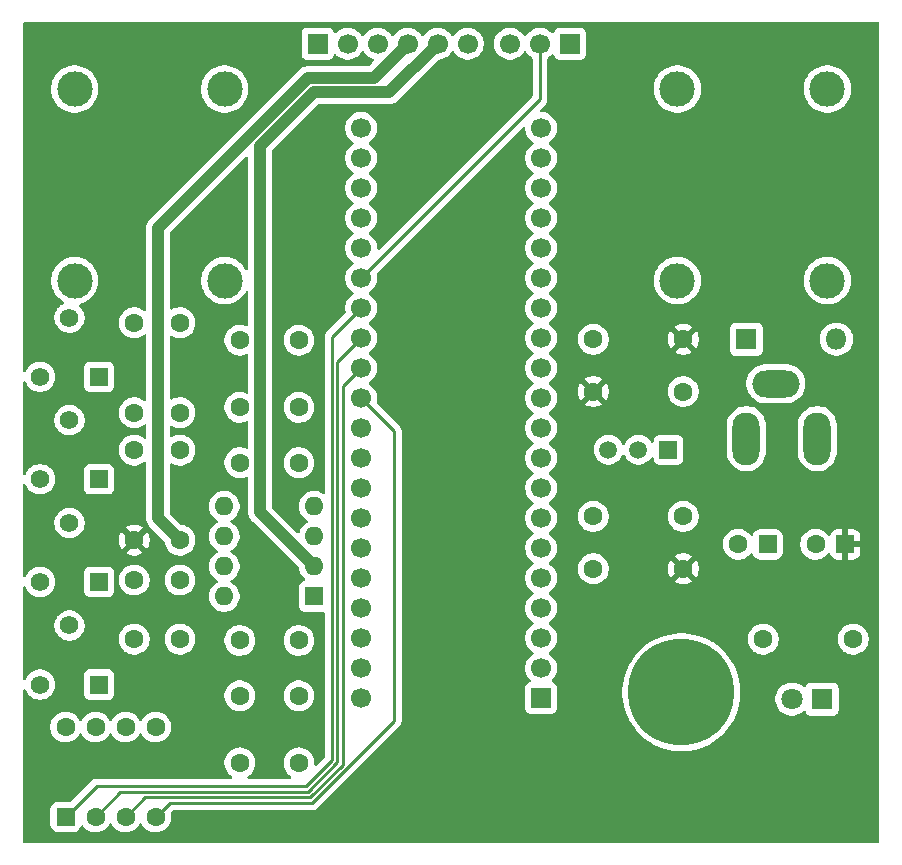
<source format=gbr>
%TF.GenerationSoftware,KiCad,Pcbnew,9.0.6*%
%TF.CreationDate,2025-11-22T19:05:53-06:00*%
%TF.ProjectId,wah,7761682e-6b69-4636-9164-5f7063625858,0.7*%
%TF.SameCoordinates,Original*%
%TF.FileFunction,Copper,L3,Inr*%
%TF.FilePolarity,Positive*%
%FSLAX46Y46*%
G04 Gerber Fmt 4.6, Leading zero omitted, Abs format (unit mm)*
G04 Created by KiCad (PCBNEW 9.0.6) date 2025-11-22 19:05:53*
%MOMM*%
%LPD*%
G01*
G04 APERTURE LIST*
G04 Aperture macros list*
%AMRoundRect*
0 Rectangle with rounded corners*
0 $1 Rounding radius*
0 $2 $3 $4 $5 $6 $7 $8 $9 X,Y pos of 4 corners*
0 Add a 4 corners polygon primitive as box body*
4,1,4,$2,$3,$4,$5,$6,$7,$8,$9,$2,$3,0*
0 Add four circle primitives for the rounded corners*
1,1,$1+$1,$2,$3*
1,1,$1+$1,$4,$5*
1,1,$1+$1,$6,$7*
1,1,$1+$1,$8,$9*
0 Add four rect primitives between the rounded corners*
20,1,$1+$1,$2,$3,$4,$5,0*
20,1,$1+$1,$4,$5,$6,$7,0*
20,1,$1+$1,$6,$7,$8,$9,0*
20,1,$1+$1,$8,$9,$2,$3,0*%
G04 Aperture macros list end*
%TA.AperFunction,ComponentPad*%
%ADD10R,1.800000X1.800000*%
%TD*%
%TA.AperFunction,ComponentPad*%
%ADD11O,1.800000X1.800000*%
%TD*%
%TA.AperFunction,ComponentPad*%
%ADD12C,1.600000*%
%TD*%
%TA.AperFunction,ComponentPad*%
%ADD13R,1.560000X1.560000*%
%TD*%
%TA.AperFunction,ComponentPad*%
%ADD14C,1.560000*%
%TD*%
%TA.AperFunction,ComponentPad*%
%ADD15RoundRect,0.250000X0.550000X0.550000X-0.550000X0.550000X-0.550000X-0.550000X0.550000X-0.550000X0*%
%TD*%
%TA.AperFunction,ComponentPad*%
%ADD16R,1.500000X1.500000*%
%TD*%
%TA.AperFunction,ComponentPad*%
%ADD17C,1.500000*%
%TD*%
%TA.AperFunction,ComponentPad*%
%ADD18C,3.000000*%
%TD*%
%TA.AperFunction,ComponentPad*%
%ADD19O,2.300000X4.500000*%
%TD*%
%TA.AperFunction,ComponentPad*%
%ADD20O,4.000000X2.300000*%
%TD*%
%TA.AperFunction,ComponentPad*%
%ADD21RoundRect,0.250000X0.550000X-0.550000X0.550000X0.550000X-0.550000X0.550000X-0.550000X-0.550000X0*%
%TD*%
%TA.AperFunction,ComponentPad*%
%ADD22R,1.700000X1.700000*%
%TD*%
%TA.AperFunction,ComponentPad*%
%ADD23C,1.700000*%
%TD*%
%TA.AperFunction,ComponentPad*%
%ADD24R,1.600000X1.600000*%
%TD*%
%TA.AperFunction,ComponentPad*%
%ADD25O,1.600000X1.600000*%
%TD*%
%TA.AperFunction,ComponentPad*%
%ADD26C,1.800000*%
%TD*%
%TA.AperFunction,ComponentPad*%
%ADD27C,9.000000*%
%TD*%
%TA.AperFunction,Conductor*%
%ADD28C,0.250000*%
%TD*%
%TA.AperFunction,Conductor*%
%ADD29C,1.000000*%
%TD*%
G04 APERTURE END LIST*
D10*
%TO.N,+9V*%
%TO.C,D1*%
X103970000Y-60245000D03*
D11*
%TO.N,Net-(D1-A)*%
X111590000Y-60245000D03*
%TD*%
D12*
%TO.N,/AUDIO_OUT*%
%TO.C,C9*%
X61080000Y-96125000D03*
%TO.N,Net-(C9-Pad2)*%
X66080000Y-96125000D03*
%TD*%
D13*
%TO.N,GND*%
%TO.C,RV2*%
X49160000Y-72115000D03*
D14*
%TO.N,/POT2*%
X46660000Y-67115000D03*
%TO.N,VDD*%
X44160000Y-72115000D03*
%TD*%
D12*
%TO.N,Net-(C5-Pad1)*%
%TO.C,C5*%
X61080000Y-60345000D03*
%TO.N,/AUDIO_IN*%
X66080000Y-60345000D03*
%TD*%
D15*
%TO.N,/VREF*%
%TO.C,C7*%
X112330000Y-77625000D03*
D12*
%TO.N,GND*%
X109830000Y-77625000D03*
%TD*%
%TO.N,GND*%
%TO.C,R6*%
X91020000Y-60265000D03*
%TO.N,/VREF*%
X98640000Y-60265000D03*
%TD*%
D16*
%TO.N,Net-(U1C-V+)*%
%TO.C,U2*%
X97370000Y-69615000D03*
D17*
%TO.N,GND*%
X94830000Y-69615000D03*
%TO.N,+9V*%
X92290000Y-69615000D03*
%TD*%
D18*
%TO.N,GND*%
%TO.C,J3*%
X110820000Y-39070000D03*
%TO.N,N/C*%
X110820000Y-55300000D03*
%TO.N,/J_OUT*%
X98120000Y-39070000D03*
%TO.N,N/C*%
X98120000Y-55300000D03*
%TD*%
D12*
%TO.N,/VREF*%
%TO.C,R2*%
X52150000Y-77275000D03*
%TO.N,Net-(U1B-+)*%
X52150000Y-69655000D03*
%TD*%
D19*
%TO.N,GND*%
%TO.C,J1*%
X103970000Y-68665000D03*
%TO.N,Net-(D1-A)*%
X109970000Y-68665000D03*
D20*
%TO.N,unconnected-(J1-Pad3)*%
X106470000Y-64015000D03*
%TD*%
D13*
%TO.N,GND*%
%TO.C,RV1*%
X49160000Y-63425000D03*
D14*
%TO.N,/POT1*%
X46660000Y-58425000D03*
%TO.N,VDD*%
X44160000Y-63425000D03*
%TD*%
D12*
%TO.N,Net-(U1C-V+)*%
%TO.C,C6*%
X56020000Y-80655000D03*
%TO.N,GND*%
X56020000Y-85655000D03*
%TD*%
%TO.N,Net-(C9-Pad2)*%
%TO.C,R7*%
X98640000Y-75265000D03*
%TO.N,Net-(U1A-+)*%
X91020000Y-75265000D03*
%TD*%
%TO.N,/FX_IN*%
%TO.C,R1*%
X56020000Y-77275000D03*
%TO.N,Net-(C1-Pad1)*%
X56020000Y-69655000D03*
%TD*%
%TO.N,Net-(U1C-V+)*%
%TO.C,R5*%
X98640000Y-64685000D03*
%TO.N,/VREF*%
X91020000Y-64685000D03*
%TD*%
D21*
%TO.N,/SW1*%
%TO.C,SW1*%
X46330000Y-100705000D03*
D12*
%TO.N,/SW2*%
X48870000Y-100705000D03*
%TO.N,/SW3*%
X51410000Y-100705000D03*
%TO.N,/SW4*%
X53950000Y-100705000D03*
%TO.N,GND*%
X53950000Y-93085000D03*
X51410000Y-93085000D03*
X48870000Y-93085000D03*
X46330000Y-93085000D03*
%TD*%
D22*
%TO.N,+9V*%
%TO.C,J4*%
X67680000Y-35234999D03*
D23*
%TO.N,/J_IN*%
X70220000Y-35234999D03*
%TO.N,/J_OUT*%
X72760000Y-35234999D03*
%TO.N,/FX_IN*%
X75300000Y-35234999D03*
%TO.N,/FX_OUT*%
X77840000Y-35234999D03*
%TO.N,/LED*%
X80380000Y-35234999D03*
%TD*%
D12*
%TO.N,/LED*%
%TO.C,R8*%
X105400000Y-85655000D03*
%TO.N,Net-(D2-A)*%
X113020000Y-85655000D03*
%TD*%
D22*
%TO.N,GND*%
%TO.C,J5*%
X89030000Y-35234999D03*
D23*
%TO.N,/WAH_POT*%
X86490000Y-35234999D03*
%TO.N,VDD*%
X83950000Y-35234999D03*
%TD*%
D13*
%TO.N,GND*%
%TO.C,RV4*%
X49160000Y-89495000D03*
D14*
%TO.N,/POT4*%
X46660000Y-84495000D03*
%TO.N,VDD*%
X44160000Y-89495000D03*
%TD*%
D18*
%TO.N,GND*%
%TO.C,J2*%
X47110000Y-55300000D03*
%TO.N,N/C*%
X47110000Y-39070000D03*
%TO.N,/J_IN*%
X59810000Y-55300000D03*
%TO.N,N/C*%
X59810000Y-39070000D03*
%TD*%
D12*
%TO.N,Net-(U1B--)*%
%TO.C,R3*%
X52150000Y-66475000D03*
%TO.N,Net-(C5-Pad1)*%
X52150000Y-58855000D03*
%TD*%
%TO.N,Net-(U1C-V+)*%
%TO.C,C4*%
X52150000Y-80655000D03*
%TO.N,GND*%
X52150000Y-85655000D03*
%TD*%
D15*
%TO.N,+9V*%
%TO.C,C3*%
X105790000Y-77625000D03*
D12*
%TO.N,GND*%
X103290000Y-77625000D03*
%TD*%
%TO.N,/VREF*%
%TO.C,R9*%
X98640000Y-79685000D03*
%TO.N,Net-(U1A-+)*%
X91020000Y-79685000D03*
%TD*%
%TO.N,Net-(C1-Pad1)*%
%TO.C,C1*%
X61080000Y-70705000D03*
%TO.N,GND*%
X66080000Y-70705000D03*
%TD*%
%TO.N,Net-(C1-Pad1)*%
%TO.C,C2*%
X66080000Y-66025000D03*
%TO.N,Net-(U1B-+)*%
X61080000Y-66025000D03*
%TD*%
D24*
%TO.N,/FX_OUT*%
%TO.C,U1*%
X67380000Y-82035000D03*
D25*
X67380000Y-79495000D03*
%TO.N,Net-(U1A-+)*%
X67380000Y-76955000D03*
%TO.N,GND*%
X67380000Y-74415000D03*
%TO.N,Net-(U1B-+)*%
X59760000Y-74415000D03*
%TO.N,Net-(U1B--)*%
X59760000Y-76955000D03*
X59760000Y-79495000D03*
%TO.N,Net-(U1C-V+)*%
X59760000Y-82035000D03*
%TD*%
D10*
%TO.N,GND*%
%TO.C,D2*%
X110370000Y-90725000D03*
D26*
%TO.N,Net-(D2-A)*%
X107830000Y-90725000D03*
%TD*%
D12*
%TO.N,/AUDIO_OUT*%
%TO.C,C8*%
X66080000Y-85765000D03*
%TO.N,GND*%
X61080000Y-85765000D03*
%TD*%
%TO.N,/AUDIO_IN*%
%TO.C,R4*%
X56020000Y-58855000D03*
%TO.N,GND*%
X56020000Y-66475000D03*
%TD*%
D22*
%TO.N,unconnected-(A1-USB_ID-Pad1)*%
%TO.C,A1*%
X86590000Y-90635000D03*
D23*
%TO.N,unconnected-(A1-SD_DATA_3-Pad2)*%
X86590000Y-88095000D03*
%TO.N,unconnected-(A1-SD_DATA_2-Pad3)*%
X86590000Y-85555000D03*
%TO.N,unconnected-(A1-SD_DATA_1-Pad4)*%
X86590000Y-83015000D03*
%TO.N,unconnected-(A1-SD_DATA_0-Pad5)*%
X86590000Y-80475000D03*
%TO.N,unconnected-(A1-SD_CMD-Pad6)*%
X86590000Y-77935000D03*
%TO.N,unconnected-(A1-SD_CLK-Pad7)*%
X86590000Y-75395000D03*
%TO.N,unconnected-(A1-SPI1_CS-Pad8)*%
X86590000Y-72855000D03*
%TO.N,unconnected-(A1-SPI1_SCK-Pad9)*%
X86590000Y-70315000D03*
%TO.N,unconnected-(A1-SPI1_POCI-Pad10)*%
X86590000Y-67775000D03*
%TO.N,unconnected-(A1-SPI1_PICO-Pad11)*%
X86590000Y-65235000D03*
%TO.N,unconnected-(A1-I2C1_SCL-Pad12)*%
X86590000Y-62695000D03*
%TO.N,unconnected-(A1-I2C1_SDA-Pad13)*%
X86590000Y-60155000D03*
%TO.N,unconnected-(A1-USART1_TX-Pad14)*%
X86590000Y-57615000D03*
%TO.N,unconnected-(A1-USART1_RX-Pad15)*%
X86590000Y-55075000D03*
%TO.N,/AUDIO_IN*%
X86590000Y-52535000D03*
%TO.N,unconnected-(A1-AUDIO_IN_2-Pad17)*%
X86590000Y-49995000D03*
%TO.N,/AUDIO_OUT*%
X86590000Y-47455000D03*
%TO.N,unconnected-(A1-AUDIO_OUT_2-Pad19)*%
X86590000Y-44915000D03*
%TO.N,GND*%
X86590000Y-42375000D03*
%TO.N,VDD*%
X71350000Y-42375000D03*
%TO.N,/POT1*%
X71350000Y-44915000D03*
%TO.N,/POT2*%
X71350000Y-47455000D03*
%TO.N,/POT3*%
X71350000Y-49995000D03*
%TO.N,/POT4*%
X71350000Y-52535000D03*
%TO.N,/WAH_POT*%
X71350000Y-55075000D03*
%TO.N,/SW1*%
X71350000Y-57615000D03*
%TO.N,/SW2*%
X71350000Y-60155000D03*
%TO.N,/SW3*%
X71350000Y-62695000D03*
%TO.N,/SW4*%
X71350000Y-65235000D03*
%TO.N,unconnected-(A1-SAI2_MCLK-Pad31)*%
X71350000Y-67775000D03*
%TO.N,unconnected-(A1-SAI2_SD_B-Pad32)*%
X71350000Y-70315000D03*
%TO.N,unconnected-(A1-SAI2_SD_A-Pad33)*%
X71350000Y-72855000D03*
%TO.N,unconnected-(A1-SAI2_FS-Pad34)*%
X71350000Y-75395000D03*
%TO.N,unconnected-(A1-SAI2_SCK-Pad35)*%
X71350000Y-77935000D03*
%TO.N,unconnected-(A1-USB_D_--Pad36)*%
X71350000Y-80475000D03*
%TO.N,unconnected-(A1-USB_D_+-Pad37)*%
X71350000Y-83015000D03*
%TO.N,unconnected-(A1-3V3_D-Pad38)*%
X71350000Y-85555000D03*
%TO.N,+9V*%
X71350000Y-88095000D03*
%TO.N,GND*%
X71350000Y-90635000D03*
%TD*%
D27*
%TO.N,GND*%
%TO.C,H1*%
X98470000Y-90155000D03*
%TD*%
D12*
%TO.N,Net-(U1A-+)*%
%TO.C,C10*%
X66080000Y-90445000D03*
%TO.N,GND*%
X61080000Y-90445000D03*
%TD*%
D13*
%TO.N,GND*%
%TO.C,RV3*%
X49160000Y-80805000D03*
D14*
%TO.N,/POT3*%
X46660000Y-75805000D03*
%TO.N,VDD*%
X44160000Y-80805000D03*
%TD*%
D28*
%TO.N,/SW1*%
X46330000Y-100705000D02*
X48950000Y-98085000D01*
X48950000Y-98085000D02*
X66716570Y-98085000D01*
X66716570Y-98085000D02*
X68900000Y-95901570D01*
X68900000Y-95901570D02*
X68900000Y-60065000D01*
X68900000Y-60065000D02*
X71350000Y-57615000D01*
%TO.N,/SW2*%
X48870000Y-100705000D02*
X50970000Y-98605000D01*
X52873190Y-98604000D02*
X66835380Y-98604000D01*
X50970000Y-98605000D02*
X52872190Y-98605000D01*
X52872190Y-98605000D02*
X52873190Y-98604000D01*
X66835380Y-98604000D02*
X69351000Y-96088380D01*
X69351000Y-62154000D02*
X71350000Y-60155000D01*
X69351000Y-96088380D02*
X69351000Y-62154000D01*
%TO.N,/SW3*%
X51410000Y-100705000D02*
X53060000Y-99055000D01*
X53060000Y-99055000D02*
X67022190Y-99055000D01*
X67022190Y-99055000D02*
X69802000Y-96275190D01*
X69802000Y-96275190D02*
X69802000Y-64243000D01*
X69802000Y-64243000D02*
X71350000Y-62695000D01*
D29*
%TO.N,/FX_IN*%
X75300000Y-35234999D02*
X72400999Y-38134000D01*
X66852530Y-38134000D02*
X54170000Y-50816530D01*
X72400999Y-38134000D02*
X66852530Y-38134000D01*
X54170000Y-50816530D02*
X54170000Y-75425000D01*
X54170000Y-75425000D02*
X56020000Y-77275000D01*
D28*
%TO.N,/WAH_POT*%
X86490000Y-35234999D02*
X86490000Y-39935000D01*
X86490000Y-39935000D02*
X71350000Y-55075000D01*
D29*
%TO.N,/FX_OUT*%
X67380000Y-79495000D02*
X62810000Y-74925000D01*
X62810000Y-74925000D02*
X62810000Y-43875000D01*
X62810000Y-43875000D02*
X67350000Y-39335000D01*
X67350000Y-39335000D02*
X73739999Y-39335000D01*
X73739999Y-39335000D02*
X77840000Y-35234999D01*
D28*
%TO.N,/SW4*%
X55149000Y-99506000D02*
X53950000Y-100705000D01*
X67209000Y-99506000D02*
X55149000Y-99506000D01*
X74160000Y-68045000D02*
X74160000Y-92555000D01*
X74160000Y-92555000D02*
X67209000Y-99506000D01*
X71350000Y-65235000D02*
X74160000Y-68045000D01*
%TD*%
%TA.AperFunction,Conductor*%
%TO.N,/VREF*%
G36*
X115162539Y-33425185D02*
G01*
X115208294Y-33477989D01*
X115219500Y-33529500D01*
X115219500Y-102780500D01*
X115199815Y-102847539D01*
X115147011Y-102893294D01*
X115095500Y-102904500D01*
X42844500Y-102904500D01*
X42777461Y-102884815D01*
X42731706Y-102832011D01*
X42720500Y-102780500D01*
X42720500Y-100104983D01*
X45029500Y-100104983D01*
X45029500Y-101305001D01*
X45029501Y-101305018D01*
X45040000Y-101407796D01*
X45040001Y-101407799D01*
X45056818Y-101458548D01*
X45095186Y-101574334D01*
X45187288Y-101723656D01*
X45311344Y-101847712D01*
X45460666Y-101939814D01*
X45627203Y-101994999D01*
X45729991Y-102005500D01*
X46930008Y-102005499D01*
X47032797Y-101994999D01*
X47199334Y-101939814D01*
X47348656Y-101847712D01*
X47472712Y-101723656D01*
X47564814Y-101574334D01*
X47591955Y-101492427D01*
X47631726Y-101434984D01*
X47696242Y-101408161D01*
X47765018Y-101420476D01*
X47809977Y-101458547D01*
X47878030Y-101552213D01*
X47878034Y-101552219D01*
X48022786Y-101696971D01*
X48177749Y-101809556D01*
X48188390Y-101817287D01*
X48304607Y-101876503D01*
X48370776Y-101910218D01*
X48370778Y-101910218D01*
X48370781Y-101910220D01*
X48461856Y-101939812D01*
X48565465Y-101973477D01*
X48666557Y-101989488D01*
X48767648Y-102005500D01*
X48767649Y-102005500D01*
X48972351Y-102005500D01*
X48972352Y-102005500D01*
X49174534Y-101973477D01*
X49369219Y-101910220D01*
X49551610Y-101817287D01*
X49680482Y-101723657D01*
X49717213Y-101696971D01*
X49717215Y-101696968D01*
X49717219Y-101696966D01*
X49861966Y-101552219D01*
X49861968Y-101552215D01*
X49861971Y-101552213D01*
X49982284Y-101386614D01*
X49982285Y-101386613D01*
X49982287Y-101386610D01*
X50029516Y-101293917D01*
X50077489Y-101243123D01*
X50145310Y-101226328D01*
X50211445Y-101248865D01*
X50250483Y-101293917D01*
X50256140Y-101305018D01*
X50297715Y-101386614D01*
X50418028Y-101552213D01*
X50562786Y-101696971D01*
X50717749Y-101809556D01*
X50728390Y-101817287D01*
X50844607Y-101876503D01*
X50910776Y-101910218D01*
X50910778Y-101910218D01*
X50910781Y-101910220D01*
X51001856Y-101939812D01*
X51105465Y-101973477D01*
X51206557Y-101989488D01*
X51307648Y-102005500D01*
X51307649Y-102005500D01*
X51512351Y-102005500D01*
X51512352Y-102005500D01*
X51714534Y-101973477D01*
X51909219Y-101910220D01*
X52091610Y-101817287D01*
X52220482Y-101723657D01*
X52257213Y-101696971D01*
X52257215Y-101696968D01*
X52257219Y-101696966D01*
X52401966Y-101552219D01*
X52401968Y-101552215D01*
X52401971Y-101552213D01*
X52522284Y-101386614D01*
X52522285Y-101386613D01*
X52522287Y-101386610D01*
X52569516Y-101293917D01*
X52617489Y-101243123D01*
X52685310Y-101226328D01*
X52751445Y-101248865D01*
X52790483Y-101293917D01*
X52796140Y-101305018D01*
X52837715Y-101386614D01*
X52958028Y-101552213D01*
X53102786Y-101696971D01*
X53257749Y-101809556D01*
X53268390Y-101817287D01*
X53384607Y-101876503D01*
X53450776Y-101910218D01*
X53450778Y-101910218D01*
X53450781Y-101910220D01*
X53541856Y-101939812D01*
X53645465Y-101973477D01*
X53746557Y-101989488D01*
X53847648Y-102005500D01*
X53847649Y-102005500D01*
X54052351Y-102005500D01*
X54052352Y-102005500D01*
X54254534Y-101973477D01*
X54449219Y-101910220D01*
X54631610Y-101817287D01*
X54760482Y-101723657D01*
X54797213Y-101696971D01*
X54797215Y-101696968D01*
X54797219Y-101696966D01*
X54941966Y-101552219D01*
X54941968Y-101552215D01*
X54941971Y-101552213D01*
X55010021Y-101458548D01*
X55062287Y-101386610D01*
X55155220Y-101204219D01*
X55218477Y-101009534D01*
X55250500Y-100807352D01*
X55250500Y-100602648D01*
X55218477Y-100400466D01*
X55217715Y-100395654D01*
X55219777Y-100395327D01*
X55219859Y-100393670D01*
X55216214Y-100383897D01*
X55221548Y-100359372D01*
X55222784Y-100334304D01*
X55229242Y-100324004D01*
X55231066Y-100315624D01*
X55252210Y-100287378D01*
X55371772Y-100167817D01*
X55433095Y-100134334D01*
X55459452Y-100131500D01*
X67270607Y-100131500D01*
X67331029Y-100119481D01*
X67391452Y-100107463D01*
X67424792Y-100093652D01*
X67505286Y-100060312D01*
X67587262Y-100005536D01*
X67607733Y-99991858D01*
X67694858Y-99904733D01*
X67694859Y-99904730D01*
X74645857Y-92953734D01*
X74714311Y-92851286D01*
X74761463Y-92737452D01*
X74785500Y-92616607D01*
X74785500Y-92493394D01*
X74785500Y-67983394D01*
X74761463Y-67862548D01*
X74729809Y-67786129D01*
X74714312Y-67748714D01*
X74680084Y-67697490D01*
X74645858Y-67646267D01*
X74645856Y-67646264D01*
X74555637Y-67556045D01*
X74555606Y-67556016D01*
X72692428Y-65692838D01*
X72658943Y-65631515D01*
X72662177Y-65566841D01*
X72667246Y-65551243D01*
X72700500Y-65341287D01*
X72700500Y-65128713D01*
X72667246Y-64918757D01*
X72601557Y-64716588D01*
X72505051Y-64527184D01*
X72505049Y-64527181D01*
X72505048Y-64527179D01*
X72380109Y-64355213D01*
X72229786Y-64204890D01*
X72057820Y-64079951D01*
X72057115Y-64079591D01*
X72049054Y-64075485D01*
X71998259Y-64027512D01*
X71981463Y-63959692D01*
X72003999Y-63893556D01*
X72049054Y-63854515D01*
X72057816Y-63850051D01*
X72128593Y-63798629D01*
X72229786Y-63725109D01*
X72229788Y-63725106D01*
X72229792Y-63725104D01*
X72380104Y-63574792D01*
X72380106Y-63574788D01*
X72380109Y-63574786D01*
X72505048Y-63402820D01*
X72505047Y-63402820D01*
X72505051Y-63402816D01*
X72601557Y-63213412D01*
X72667246Y-63011243D01*
X72700500Y-62801287D01*
X72700500Y-62588713D01*
X72667246Y-62378757D01*
X72601557Y-62176588D01*
X72505051Y-61987184D01*
X72505049Y-61987181D01*
X72505048Y-61987179D01*
X72380109Y-61815213D01*
X72229786Y-61664890D01*
X72057820Y-61539951D01*
X72054244Y-61538129D01*
X72049054Y-61535485D01*
X71998259Y-61487512D01*
X71981463Y-61419692D01*
X72003999Y-61353556D01*
X72049054Y-61314515D01*
X72057816Y-61310051D01*
X72130875Y-61256971D01*
X72229786Y-61185109D01*
X72229788Y-61185106D01*
X72229792Y-61185104D01*
X72380104Y-61034792D01*
X72380106Y-61034788D01*
X72380109Y-61034786D01*
X72505048Y-60862820D01*
X72505047Y-60862820D01*
X72505051Y-60862816D01*
X72601557Y-60673412D01*
X72667246Y-60471243D01*
X72700500Y-60261287D01*
X72700500Y-60048713D01*
X72667246Y-59838757D01*
X72601557Y-59636588D01*
X72505051Y-59447184D01*
X72505049Y-59447181D01*
X72505048Y-59447179D01*
X72380109Y-59275213D01*
X72229786Y-59124890D01*
X72057820Y-58999951D01*
X72057115Y-58999591D01*
X72049054Y-58995485D01*
X71998259Y-58947512D01*
X71981463Y-58879692D01*
X72003999Y-58813556D01*
X72049054Y-58774515D01*
X72057816Y-58770051D01*
X72120029Y-58724851D01*
X72229786Y-58645109D01*
X72229788Y-58645106D01*
X72229792Y-58645104D01*
X72380104Y-58494792D01*
X72380106Y-58494788D01*
X72380109Y-58494786D01*
X72505048Y-58322820D01*
X72505047Y-58322820D01*
X72505051Y-58322816D01*
X72601557Y-58133412D01*
X72667246Y-57931243D01*
X72700500Y-57721287D01*
X72700500Y-57508713D01*
X72667246Y-57298757D01*
X72601557Y-57096588D01*
X72505051Y-56907184D01*
X72505049Y-56907181D01*
X72505048Y-56907179D01*
X72380109Y-56735213D01*
X72229786Y-56584890D01*
X72057820Y-56459951D01*
X72057115Y-56459591D01*
X72049054Y-56455485D01*
X71998259Y-56407512D01*
X71981463Y-56339692D01*
X72003999Y-56273556D01*
X72049054Y-56234515D01*
X72057816Y-56230051D01*
X72130700Y-56177098D01*
X72229786Y-56105109D01*
X72229788Y-56105106D01*
X72229792Y-56105104D01*
X72380104Y-55954792D01*
X72380106Y-55954788D01*
X72380109Y-55954786D01*
X72505048Y-55782820D01*
X72505047Y-55782820D01*
X72505051Y-55782816D01*
X72601557Y-55593412D01*
X72667246Y-55391243D01*
X72700500Y-55181287D01*
X72700500Y-54968713D01*
X72667246Y-54758757D01*
X72662179Y-54743162D01*
X72660182Y-54673321D01*
X72692426Y-54617162D01*
X85027821Y-42281768D01*
X85089142Y-42248285D01*
X85158834Y-42253269D01*
X85214767Y-42295141D01*
X85239184Y-42360605D01*
X85239500Y-42369451D01*
X85239500Y-42481286D01*
X85272753Y-42691239D01*
X85338444Y-42893414D01*
X85434951Y-43082820D01*
X85559890Y-43254786D01*
X85710213Y-43405109D01*
X85882182Y-43530050D01*
X85890946Y-43534516D01*
X85941742Y-43582491D01*
X85958536Y-43650312D01*
X85935998Y-43716447D01*
X85890946Y-43755484D01*
X85882182Y-43759949D01*
X85710213Y-43884890D01*
X85559890Y-44035213D01*
X85434951Y-44207179D01*
X85338444Y-44396585D01*
X85272753Y-44598760D01*
X85239500Y-44808713D01*
X85239500Y-45021286D01*
X85272753Y-45231239D01*
X85338444Y-45433414D01*
X85434951Y-45622820D01*
X85559890Y-45794786D01*
X85710213Y-45945109D01*
X85882182Y-46070050D01*
X85890946Y-46074516D01*
X85941742Y-46122491D01*
X85958536Y-46190312D01*
X85935998Y-46256447D01*
X85890946Y-46295484D01*
X85882182Y-46299949D01*
X85710213Y-46424890D01*
X85559890Y-46575213D01*
X85434951Y-46747179D01*
X85338444Y-46936585D01*
X85272753Y-47138760D01*
X85239500Y-47348713D01*
X85239500Y-47561286D01*
X85272753Y-47771239D01*
X85338444Y-47973414D01*
X85434951Y-48162820D01*
X85559890Y-48334786D01*
X85710213Y-48485109D01*
X85882182Y-48610050D01*
X85890946Y-48614516D01*
X85941742Y-48662491D01*
X85958536Y-48730312D01*
X85935998Y-48796447D01*
X85890946Y-48835484D01*
X85882182Y-48839949D01*
X85710213Y-48964890D01*
X85559890Y-49115213D01*
X85434951Y-49287179D01*
X85338444Y-49476585D01*
X85272753Y-49678760D01*
X85239500Y-49888713D01*
X85239500Y-50101287D01*
X85272754Y-50311243D01*
X85338442Y-50513410D01*
X85338444Y-50513414D01*
X85434951Y-50702820D01*
X85559890Y-50874786D01*
X85710213Y-51025109D01*
X85882182Y-51150050D01*
X85890946Y-51154516D01*
X85941742Y-51202491D01*
X85958536Y-51270312D01*
X85935998Y-51336447D01*
X85890946Y-51375484D01*
X85882182Y-51379949D01*
X85710213Y-51504890D01*
X85559890Y-51655213D01*
X85434951Y-51827179D01*
X85338444Y-52016585D01*
X85272753Y-52218760D01*
X85239500Y-52428713D01*
X85239500Y-52641286D01*
X85272753Y-52851239D01*
X85338444Y-53053414D01*
X85434951Y-53242820D01*
X85559890Y-53414786D01*
X85710213Y-53565109D01*
X85882182Y-53690050D01*
X85890946Y-53694516D01*
X85941742Y-53742491D01*
X85958536Y-53810312D01*
X85935998Y-53876447D01*
X85890946Y-53915484D01*
X85882182Y-53919949D01*
X85710213Y-54044890D01*
X85559890Y-54195213D01*
X85434951Y-54367179D01*
X85338444Y-54556585D01*
X85272753Y-54758760D01*
X85239500Y-54968713D01*
X85239500Y-55181286D01*
X85272753Y-55391239D01*
X85338444Y-55593414D01*
X85434951Y-55782820D01*
X85559890Y-55954786D01*
X85710213Y-56105109D01*
X85882182Y-56230050D01*
X85890946Y-56234516D01*
X85941742Y-56282491D01*
X85958536Y-56350312D01*
X85935998Y-56416447D01*
X85890946Y-56455484D01*
X85882182Y-56459949D01*
X85710213Y-56584890D01*
X85559890Y-56735213D01*
X85434951Y-56907179D01*
X85338444Y-57096585D01*
X85272753Y-57298760D01*
X85267834Y-57329818D01*
X85239500Y-57508713D01*
X85239500Y-57721287D01*
X85242894Y-57742713D01*
X85261950Y-57863034D01*
X85272754Y-57931243D01*
X85335758Y-58125149D01*
X85338444Y-58133414D01*
X85434951Y-58322820D01*
X85559890Y-58494786D01*
X85710213Y-58645109D01*
X85882182Y-58770050D01*
X85890946Y-58774516D01*
X85941742Y-58822491D01*
X85958536Y-58890312D01*
X85935998Y-58956447D01*
X85890946Y-58995484D01*
X85882182Y-58999949D01*
X85710213Y-59124890D01*
X85559890Y-59275213D01*
X85434951Y-59447179D01*
X85338444Y-59636585D01*
X85272753Y-59838760D01*
X85241946Y-60033269D01*
X85239500Y-60048713D01*
X85239500Y-60261287D01*
X85272754Y-60471243D01*
X85305801Y-60572952D01*
X85338444Y-60673414D01*
X85434951Y-60862820D01*
X85559890Y-61034786D01*
X85710213Y-61185109D01*
X85882182Y-61310050D01*
X85890946Y-61314516D01*
X85941742Y-61362491D01*
X85958536Y-61430312D01*
X85935998Y-61496447D01*
X85890946Y-61535484D01*
X85882182Y-61539949D01*
X85710213Y-61664890D01*
X85559890Y-61815213D01*
X85434951Y-61987179D01*
X85338444Y-62176585D01*
X85272753Y-62378760D01*
X85239500Y-62588713D01*
X85239500Y-62801286D01*
X85269811Y-62992665D01*
X85272754Y-63011243D01*
X85317821Y-63149945D01*
X85338444Y-63213414D01*
X85434951Y-63402820D01*
X85559890Y-63574786D01*
X85710213Y-63725109D01*
X85882182Y-63850050D01*
X85890946Y-63854516D01*
X85941742Y-63902491D01*
X85958536Y-63970312D01*
X85935998Y-64036447D01*
X85890946Y-64075484D01*
X85882182Y-64079949D01*
X85710213Y-64204890D01*
X85559890Y-64355213D01*
X85434951Y-64527179D01*
X85338444Y-64716585D01*
X85272753Y-64918760D01*
X85245596Y-65090225D01*
X85239500Y-65128713D01*
X85239500Y-65341287D01*
X85243470Y-65366350D01*
X85271698Y-65544579D01*
X85272754Y-65551243D01*
X85318761Y-65692838D01*
X85338444Y-65753414D01*
X85434951Y-65942820D01*
X85559890Y-66114786D01*
X85710213Y-66265109D01*
X85882182Y-66390050D01*
X85890946Y-66394516D01*
X85941742Y-66442491D01*
X85958536Y-66510312D01*
X85935998Y-66576447D01*
X85890946Y-66615484D01*
X85882182Y-66619949D01*
X85710213Y-66744890D01*
X85559890Y-66895213D01*
X85434951Y-67067179D01*
X85338444Y-67256585D01*
X85272753Y-67458760D01*
X85251761Y-67591298D01*
X85239500Y-67668713D01*
X85239500Y-67881287D01*
X85272754Y-68091243D01*
X85311399Y-68210181D01*
X85338444Y-68293414D01*
X85434951Y-68482820D01*
X85559890Y-68654786D01*
X85710213Y-68805109D01*
X85882182Y-68930050D01*
X85890946Y-68934516D01*
X85941742Y-68982491D01*
X85958536Y-69050312D01*
X85935998Y-69116447D01*
X85890946Y-69155484D01*
X85882182Y-69159949D01*
X85710213Y-69284890D01*
X85559890Y-69435213D01*
X85434951Y-69607179D01*
X85338444Y-69796585D01*
X85272753Y-69998760D01*
X85239500Y-70208713D01*
X85239500Y-70421286D01*
X85272565Y-70630054D01*
X85272754Y-70631243D01*
X85329975Y-70807351D01*
X85338444Y-70833414D01*
X85434951Y-71022820D01*
X85559890Y-71194786D01*
X85710213Y-71345109D01*
X85882182Y-71470050D01*
X85890946Y-71474516D01*
X85941742Y-71522491D01*
X85958536Y-71590312D01*
X85935998Y-71656447D01*
X85890946Y-71695484D01*
X85882182Y-71699949D01*
X85710213Y-71824890D01*
X85559890Y-71975213D01*
X85434951Y-72147179D01*
X85338444Y-72336585D01*
X85272753Y-72538760D01*
X85239500Y-72748713D01*
X85239500Y-72961286D01*
X85268838Y-73146523D01*
X85272754Y-73171243D01*
X85315471Y-73302713D01*
X85338444Y-73373414D01*
X85434951Y-73562820D01*
X85559890Y-73734786D01*
X85710213Y-73885109D01*
X85882182Y-74010050D01*
X85890946Y-74014516D01*
X85941742Y-74062491D01*
X85958536Y-74130312D01*
X85935998Y-74196447D01*
X85890946Y-74235484D01*
X85882182Y-74239949D01*
X85710213Y-74364890D01*
X85559890Y-74515213D01*
X85434951Y-74687179D01*
X85338444Y-74876585D01*
X85272753Y-75078760D01*
X85259467Y-75162648D01*
X85239500Y-75288713D01*
X85239500Y-75501287D01*
X85240112Y-75505149D01*
X85272752Y-75711234D01*
X85272753Y-75711239D01*
X85272754Y-75711243D01*
X85335964Y-75905783D01*
X85338444Y-75913414D01*
X85434951Y-76102820D01*
X85559890Y-76274786D01*
X85710213Y-76425109D01*
X85882182Y-76550050D01*
X85890946Y-76554516D01*
X85941742Y-76602491D01*
X85958536Y-76670312D01*
X85935998Y-76736447D01*
X85890946Y-76775484D01*
X85882182Y-76779949D01*
X85710213Y-76904890D01*
X85559890Y-77055213D01*
X85434951Y-77227179D01*
X85338444Y-77416585D01*
X85272753Y-77618760D01*
X85239500Y-77828713D01*
X85239500Y-78041286D01*
X85269438Y-78230311D01*
X85272754Y-78251243D01*
X85337250Y-78449741D01*
X85338444Y-78453414D01*
X85434951Y-78642820D01*
X85559890Y-78814786D01*
X85710213Y-78965109D01*
X85882182Y-79090050D01*
X85890946Y-79094516D01*
X85941742Y-79142491D01*
X85958536Y-79210312D01*
X85935998Y-79276447D01*
X85890946Y-79315484D01*
X85882182Y-79319949D01*
X85710213Y-79444890D01*
X85559890Y-79595213D01*
X85434951Y-79767179D01*
X85338444Y-79956585D01*
X85272753Y-80158760D01*
X85239500Y-80368713D01*
X85239500Y-80581286D01*
X85272747Y-80791204D01*
X85272754Y-80791243D01*
X85338202Y-80992671D01*
X85338444Y-80993414D01*
X85434951Y-81182820D01*
X85559890Y-81354786D01*
X85710213Y-81505109D01*
X85882182Y-81630050D01*
X85890946Y-81634516D01*
X85941742Y-81682491D01*
X85958536Y-81750312D01*
X85935998Y-81816447D01*
X85890946Y-81855484D01*
X85882182Y-81859949D01*
X85710213Y-81984890D01*
X85559890Y-82135213D01*
X85434951Y-82307179D01*
X85338444Y-82496585D01*
X85272753Y-82698760D01*
X85239500Y-82908713D01*
X85239500Y-83121286D01*
X85264446Y-83278793D01*
X85272754Y-83331243D01*
X85333529Y-83518289D01*
X85338444Y-83533414D01*
X85434951Y-83722820D01*
X85559890Y-83894786D01*
X85710213Y-84045109D01*
X85882182Y-84170050D01*
X85890946Y-84174516D01*
X85941742Y-84222491D01*
X85958536Y-84290312D01*
X85935998Y-84356447D01*
X85890946Y-84395484D01*
X85882182Y-84399949D01*
X85710213Y-84524890D01*
X85559890Y-84675213D01*
X85434951Y-84847179D01*
X85338444Y-85036585D01*
X85272753Y-85238760D01*
X85239500Y-85448713D01*
X85239500Y-85661286D01*
X85272137Y-85867352D01*
X85272754Y-85871243D01*
X85293014Y-85933598D01*
X85338444Y-86073414D01*
X85434951Y-86262820D01*
X85559890Y-86434786D01*
X85710213Y-86585109D01*
X85882182Y-86710050D01*
X85890946Y-86714516D01*
X85941742Y-86762491D01*
X85958536Y-86830312D01*
X85935998Y-86896447D01*
X85890946Y-86935484D01*
X85882182Y-86939949D01*
X85710213Y-87064890D01*
X85559890Y-87215213D01*
X85434951Y-87387179D01*
X85338444Y-87576585D01*
X85272753Y-87778760D01*
X85239500Y-87988713D01*
X85239500Y-88201286D01*
X85264234Y-88357454D01*
X85272754Y-88411243D01*
X85336527Y-88607516D01*
X85338444Y-88613414D01*
X85434951Y-88802820D01*
X85559890Y-88974786D01*
X85673430Y-89088326D01*
X85706915Y-89149649D01*
X85701931Y-89219341D01*
X85660059Y-89275274D01*
X85629083Y-89292189D01*
X85497669Y-89341203D01*
X85497664Y-89341206D01*
X85382455Y-89427452D01*
X85382452Y-89427455D01*
X85296206Y-89542664D01*
X85296202Y-89542671D01*
X85245908Y-89677517D01*
X85239501Y-89737116D01*
X85239501Y-89737123D01*
X85239500Y-89737135D01*
X85239500Y-91532870D01*
X85239501Y-91532876D01*
X85245908Y-91592483D01*
X85296202Y-91727328D01*
X85296206Y-91727335D01*
X85382452Y-91842544D01*
X85382455Y-91842547D01*
X85497664Y-91928793D01*
X85497671Y-91928797D01*
X85632517Y-91979091D01*
X85632516Y-91979091D01*
X85639444Y-91979835D01*
X85692127Y-91985500D01*
X87487872Y-91985499D01*
X87547483Y-91979091D01*
X87682331Y-91928796D01*
X87797546Y-91842546D01*
X87883796Y-91727331D01*
X87934091Y-91592483D01*
X87940500Y-91532873D01*
X87940499Y-89936669D01*
X93469500Y-89936669D01*
X93469500Y-90373330D01*
X93507557Y-90808320D01*
X93507557Y-90808324D01*
X93583379Y-91238327D01*
X93583383Y-91238344D01*
X93696392Y-91660105D01*
X93744851Y-91793244D01*
X93845142Y-92068793D01*
X93845740Y-92070434D01*
X93845746Y-92070449D01*
X94000998Y-92403386D01*
X94030277Y-92466174D01*
X94248603Y-92844326D01*
X94248607Y-92844332D01*
X94248614Y-92844343D01*
X94499057Y-93202013D01*
X94648338Y-93379918D01*
X94779732Y-93536507D01*
X95088493Y-93845268D01*
X95192110Y-93932213D01*
X95422986Y-94125942D01*
X95780656Y-94376385D01*
X95780663Y-94376389D01*
X95780674Y-94376397D01*
X96158826Y-94594723D01*
X96158835Y-94594727D01*
X96554550Y-94779253D01*
X96554555Y-94779255D01*
X96554568Y-94779261D01*
X96964888Y-94928605D01*
X96964889Y-94928605D01*
X96964894Y-94928607D01*
X97097398Y-94964110D01*
X97386663Y-95041619D01*
X97816682Y-95117443D01*
X98251671Y-95155499D01*
X98251672Y-95155500D01*
X98251673Y-95155500D01*
X98688328Y-95155500D01*
X98688328Y-95155499D01*
X99123318Y-95117443D01*
X99553337Y-95041619D01*
X99975112Y-94928605D01*
X100385432Y-94779261D01*
X100781174Y-94594723D01*
X101159326Y-94376397D01*
X101517012Y-94125943D01*
X101851507Y-93845268D01*
X102160268Y-93536507D01*
X102440943Y-93202012D01*
X102691397Y-92844326D01*
X102909723Y-92466174D01*
X103094261Y-92070432D01*
X103243605Y-91660112D01*
X103356619Y-91238337D01*
X103432443Y-90808318D01*
X103449376Y-90614778D01*
X106429500Y-90614778D01*
X106429500Y-90835221D01*
X106463985Y-91052952D01*
X106532103Y-91262603D01*
X106532104Y-91262606D01*
X106600122Y-91396096D01*
X106620949Y-91436971D01*
X106632187Y-91459025D01*
X106761752Y-91637358D01*
X106761756Y-91637363D01*
X106917636Y-91793243D01*
X106917641Y-91793247D01*
X107036745Y-91879780D01*
X107095978Y-91922815D01*
X107218999Y-91985498D01*
X107292393Y-92022895D01*
X107292396Y-92022896D01*
X107397221Y-92056955D01*
X107502049Y-92091015D01*
X107719778Y-92125500D01*
X107719779Y-92125500D01*
X107940221Y-92125500D01*
X107940222Y-92125500D01*
X108157951Y-92091015D01*
X108367606Y-92022895D01*
X108564022Y-91922815D01*
X108742365Y-91793242D01*
X108792536Y-91743070D01*
X108853857Y-91709586D01*
X108923548Y-91714570D01*
X108979482Y-91756441D01*
X108996398Y-91787419D01*
X109026202Y-91867328D01*
X109026206Y-91867335D01*
X109112452Y-91982544D01*
X109112455Y-91982547D01*
X109227664Y-92068793D01*
X109227671Y-92068797D01*
X109362517Y-92119091D01*
X109362516Y-92119091D01*
X109369444Y-92119835D01*
X109422127Y-92125500D01*
X111317872Y-92125499D01*
X111377483Y-92119091D01*
X111512331Y-92068796D01*
X111627546Y-91982546D01*
X111713796Y-91867331D01*
X111764091Y-91732483D01*
X111770500Y-91672873D01*
X111770499Y-89777128D01*
X111764091Y-89717517D01*
X111743601Y-89662581D01*
X111713797Y-89582671D01*
X111713793Y-89582664D01*
X111627547Y-89467455D01*
X111627544Y-89467452D01*
X111512335Y-89381206D01*
X111512328Y-89381202D01*
X111377482Y-89330908D01*
X111377483Y-89330908D01*
X111317883Y-89324501D01*
X111317881Y-89324500D01*
X111317873Y-89324500D01*
X111317864Y-89324500D01*
X109422129Y-89324500D01*
X109422123Y-89324501D01*
X109362516Y-89330908D01*
X109227671Y-89381202D01*
X109227664Y-89381206D01*
X109112455Y-89467452D01*
X109112452Y-89467455D01*
X109026206Y-89582664D01*
X109026203Y-89582669D01*
X108996398Y-89662581D01*
X108954526Y-89718514D01*
X108889062Y-89742931D01*
X108820789Y-89728079D01*
X108792535Y-89706928D01*
X108742363Y-89656756D01*
X108742358Y-89656752D01*
X108564025Y-89527187D01*
X108564024Y-89527186D01*
X108564022Y-89527185D01*
X108471321Y-89479951D01*
X108367606Y-89427104D01*
X108367603Y-89427103D01*
X108157952Y-89358985D01*
X107992089Y-89332715D01*
X107940222Y-89324500D01*
X107719778Y-89324500D01*
X107667911Y-89332715D01*
X107502047Y-89358985D01*
X107292396Y-89427103D01*
X107292393Y-89427104D01*
X107095974Y-89527187D01*
X106917641Y-89656752D01*
X106917636Y-89656756D01*
X106761756Y-89812636D01*
X106761752Y-89812641D01*
X106632187Y-89990974D01*
X106532104Y-90187393D01*
X106532103Y-90187396D01*
X106463985Y-90397047D01*
X106429500Y-90614778D01*
X103449376Y-90614778D01*
X103470500Y-90373327D01*
X103470500Y-89936673D01*
X103432443Y-89501682D01*
X103356619Y-89071663D01*
X103266864Y-88736692D01*
X103243607Y-88649894D01*
X103243605Y-88649888D01*
X103094261Y-88239568D01*
X103085560Y-88220909D01*
X102909727Y-87843835D01*
X102909719Y-87843819D01*
X102755431Y-87576585D01*
X102691397Y-87465674D01*
X102691389Y-87465663D01*
X102691385Y-87465656D01*
X102440942Y-87107986D01*
X102255941Y-86887512D01*
X102160268Y-86773493D01*
X101851507Y-86464732D01*
X101698821Y-86336613D01*
X101517013Y-86184057D01*
X101159343Y-85933614D01*
X101159332Y-85933607D01*
X101159326Y-85933603D01*
X101044574Y-85867351D01*
X100781180Y-85715280D01*
X100781164Y-85715272D01*
X100662972Y-85660158D01*
X100432418Y-85552648D01*
X104099500Y-85552648D01*
X104099500Y-85757351D01*
X104131522Y-85959534D01*
X104194781Y-86154223D01*
X104287715Y-86336613D01*
X104408028Y-86502213D01*
X104552786Y-86646971D01*
X104645756Y-86714516D01*
X104718390Y-86767287D01*
X104831658Y-86825000D01*
X104900776Y-86860218D01*
X104900778Y-86860218D01*
X104900781Y-86860220D01*
X104953299Y-86877284D01*
X105095465Y-86923477D01*
X105196557Y-86939488D01*
X105297648Y-86955500D01*
X105297649Y-86955500D01*
X105502351Y-86955500D01*
X105502352Y-86955500D01*
X105704534Y-86923477D01*
X105899219Y-86860220D01*
X106081610Y-86767287D01*
X106174590Y-86699732D01*
X106247213Y-86646971D01*
X106247215Y-86646968D01*
X106247219Y-86646966D01*
X106391966Y-86502219D01*
X106391968Y-86502215D01*
X106391971Y-86502213D01*
X106444732Y-86429590D01*
X106512287Y-86336610D01*
X106605220Y-86154219D01*
X106668477Y-85959534D01*
X106700500Y-85757352D01*
X106700500Y-85552648D01*
X111719500Y-85552648D01*
X111719500Y-85757351D01*
X111751522Y-85959534D01*
X111814781Y-86154223D01*
X111907715Y-86336613D01*
X112028028Y-86502213D01*
X112172786Y-86646971D01*
X112265756Y-86714516D01*
X112338390Y-86767287D01*
X112451658Y-86825000D01*
X112520776Y-86860218D01*
X112520778Y-86860218D01*
X112520781Y-86860220D01*
X112573299Y-86877284D01*
X112715465Y-86923477D01*
X112816557Y-86939488D01*
X112917648Y-86955500D01*
X112917649Y-86955500D01*
X113122351Y-86955500D01*
X113122352Y-86955500D01*
X113324534Y-86923477D01*
X113519219Y-86860220D01*
X113701610Y-86767287D01*
X113794590Y-86699732D01*
X113867213Y-86646971D01*
X113867215Y-86646968D01*
X113867219Y-86646966D01*
X114011966Y-86502219D01*
X114011968Y-86502215D01*
X114011971Y-86502213D01*
X114064732Y-86429590D01*
X114132287Y-86336610D01*
X114225220Y-86154219D01*
X114288477Y-85959534D01*
X114320500Y-85757352D01*
X114320500Y-85552648D01*
X114288477Y-85350466D01*
X114281564Y-85329191D01*
X114259127Y-85260137D01*
X114225220Y-85155781D01*
X114225218Y-85155778D01*
X114225218Y-85155776D01*
X114164488Y-85036588D01*
X114132287Y-84973390D01*
X114091885Y-84917781D01*
X114011971Y-84807786D01*
X113867213Y-84663028D01*
X113701613Y-84542715D01*
X113701612Y-84542714D01*
X113701610Y-84542713D01*
X113644653Y-84513691D01*
X113519223Y-84449781D01*
X113324534Y-84386522D01*
X113149995Y-84358878D01*
X113122352Y-84354500D01*
X112917648Y-84354500D01*
X112893329Y-84358351D01*
X112715465Y-84386522D01*
X112520776Y-84449781D01*
X112338386Y-84542715D01*
X112172786Y-84663028D01*
X112028028Y-84807786D01*
X111907715Y-84973386D01*
X111814781Y-85155776D01*
X111751522Y-85350465D01*
X111719500Y-85552648D01*
X106700500Y-85552648D01*
X106668477Y-85350466D01*
X106661564Y-85329191D01*
X106639127Y-85260137D01*
X106605220Y-85155781D01*
X106605218Y-85155778D01*
X106605218Y-85155776D01*
X106544488Y-85036588D01*
X106512287Y-84973390D01*
X106471885Y-84917781D01*
X106391971Y-84807786D01*
X106247213Y-84663028D01*
X106081613Y-84542715D01*
X106081612Y-84542714D01*
X106081610Y-84542713D01*
X106024653Y-84513691D01*
X105899223Y-84449781D01*
X105704534Y-84386522D01*
X105529995Y-84358878D01*
X105502352Y-84354500D01*
X105297648Y-84354500D01*
X105273329Y-84358351D01*
X105095465Y-84386522D01*
X104900776Y-84449781D01*
X104718386Y-84542715D01*
X104552786Y-84663028D01*
X104408028Y-84807786D01*
X104287715Y-84973386D01*
X104194781Y-85155776D01*
X104131522Y-85350465D01*
X104099500Y-85552648D01*
X100432418Y-85552648D01*
X100385449Y-85530746D01*
X100385434Y-85530740D01*
X100385432Y-85530739D01*
X100192358Y-85460466D01*
X99975105Y-85381392D01*
X99553344Y-85268383D01*
X99553347Y-85268383D01*
X99553337Y-85268381D01*
X99553331Y-85268379D01*
X99553327Y-85268379D01*
X99123322Y-85192557D01*
X98688330Y-85154500D01*
X98688327Y-85154500D01*
X98251673Y-85154500D01*
X98251669Y-85154500D01*
X97816679Y-85192557D01*
X97816675Y-85192557D01*
X97386672Y-85268379D01*
X97386655Y-85268383D01*
X96964894Y-85381392D01*
X96554565Y-85530740D01*
X96554550Y-85530746D01*
X96158835Y-85715272D01*
X96158819Y-85715280D01*
X95780682Y-85933598D01*
X95780656Y-85933614D01*
X95422986Y-86184057D01*
X95088490Y-86464734D01*
X94779734Y-86773490D01*
X94499057Y-87107986D01*
X94248614Y-87465656D01*
X94248598Y-87465682D01*
X94030280Y-87843819D01*
X94030272Y-87843835D01*
X93845746Y-88239550D01*
X93845740Y-88239565D01*
X93696392Y-88649894D01*
X93583383Y-89071655D01*
X93583379Y-89071672D01*
X93507557Y-89501675D01*
X93507557Y-89501679D01*
X93469500Y-89936669D01*
X87940499Y-89936669D01*
X87940499Y-89737128D01*
X87934091Y-89677517D01*
X87928520Y-89662581D01*
X87883797Y-89542671D01*
X87883793Y-89542664D01*
X87797547Y-89427455D01*
X87797544Y-89427452D01*
X87682335Y-89341206D01*
X87682328Y-89341202D01*
X87550917Y-89292189D01*
X87494983Y-89250318D01*
X87470566Y-89184853D01*
X87485418Y-89116580D01*
X87506563Y-89088332D01*
X87620104Y-88974792D01*
X87745051Y-88802816D01*
X87841557Y-88613412D01*
X87907246Y-88411243D01*
X87940500Y-88201287D01*
X87940500Y-87988713D01*
X87907246Y-87778757D01*
X87841557Y-87576588D01*
X87745051Y-87387184D01*
X87745049Y-87387181D01*
X87745048Y-87387179D01*
X87620109Y-87215213D01*
X87469786Y-87064890D01*
X87297820Y-86939951D01*
X87297115Y-86939591D01*
X87289054Y-86935485D01*
X87238259Y-86887512D01*
X87221463Y-86819692D01*
X87243999Y-86753556D01*
X87289054Y-86714515D01*
X87297816Y-86710051D01*
X87384646Y-86646966D01*
X87469786Y-86585109D01*
X87469788Y-86585106D01*
X87469792Y-86585104D01*
X87620104Y-86434792D01*
X87620106Y-86434788D01*
X87620109Y-86434786D01*
X87745048Y-86262820D01*
X87745047Y-86262820D01*
X87745051Y-86262816D01*
X87841557Y-86073412D01*
X87907246Y-85871243D01*
X87940500Y-85661287D01*
X87940500Y-85448713D01*
X87907246Y-85238757D01*
X87841557Y-85036588D01*
X87745051Y-84847184D01*
X87745049Y-84847181D01*
X87745048Y-84847179D01*
X87620109Y-84675213D01*
X87469786Y-84524890D01*
X87297820Y-84399951D01*
X87297115Y-84399591D01*
X87289054Y-84395485D01*
X87238259Y-84347512D01*
X87221463Y-84279692D01*
X87243999Y-84213556D01*
X87289054Y-84174515D01*
X87297816Y-84170051D01*
X87319789Y-84154086D01*
X87469786Y-84045109D01*
X87469788Y-84045106D01*
X87469792Y-84045104D01*
X87620104Y-83894792D01*
X87620106Y-83894788D01*
X87620109Y-83894786D01*
X87745048Y-83722820D01*
X87745047Y-83722820D01*
X87745051Y-83722816D01*
X87841557Y-83533412D01*
X87907246Y-83331243D01*
X87940500Y-83121287D01*
X87940500Y-82908713D01*
X87907246Y-82698757D01*
X87841557Y-82496588D01*
X87745051Y-82307184D01*
X87745049Y-82307181D01*
X87745048Y-82307179D01*
X87620109Y-82135213D01*
X87469786Y-81984890D01*
X87297820Y-81859951D01*
X87297115Y-81859591D01*
X87289054Y-81855485D01*
X87238259Y-81807512D01*
X87221463Y-81739692D01*
X87243999Y-81673556D01*
X87289054Y-81634515D01*
X87297816Y-81630051D01*
X87319789Y-81614086D01*
X87469786Y-81505109D01*
X87469788Y-81505106D01*
X87469792Y-81505104D01*
X87620104Y-81354792D01*
X87620106Y-81354788D01*
X87620109Y-81354786D01*
X87745048Y-81182820D01*
X87745047Y-81182820D01*
X87745051Y-81182816D01*
X87841557Y-80993412D01*
X87907246Y-80791243D01*
X87940500Y-80581287D01*
X87940500Y-80368713D01*
X87907246Y-80158757D01*
X87841557Y-79956588D01*
X87745051Y-79767184D01*
X87745047Y-79767179D01*
X87660393Y-79650661D01*
X87660392Y-79650658D01*
X87620109Y-79595214D01*
X87620105Y-79595209D01*
X87607544Y-79582648D01*
X89719500Y-79582648D01*
X89719500Y-79787352D01*
X89723878Y-79814995D01*
X89751522Y-79989534D01*
X89814781Y-80184223D01*
X89878172Y-80308632D01*
X89907585Y-80366359D01*
X89907715Y-80366613D01*
X90028028Y-80532213D01*
X90172786Y-80676971D01*
X90301260Y-80770311D01*
X90338390Y-80797287D01*
X90415244Y-80836446D01*
X90520776Y-80890218D01*
X90520778Y-80890218D01*
X90520781Y-80890220D01*
X90620784Y-80922713D01*
X90715465Y-80953477D01*
X90816557Y-80969488D01*
X90917648Y-80985500D01*
X90917649Y-80985500D01*
X91122351Y-80985500D01*
X91122352Y-80985500D01*
X91324534Y-80953477D01*
X91519219Y-80890220D01*
X91701610Y-80797287D01*
X91829704Y-80704222D01*
X91867213Y-80676971D01*
X91867215Y-80676968D01*
X91867219Y-80676966D01*
X92011966Y-80532219D01*
X92011968Y-80532215D01*
X92011971Y-80532213D01*
X92079195Y-80439685D01*
X92132287Y-80366610D01*
X92225220Y-80184219D01*
X92288477Y-79989534D01*
X92320500Y-79787352D01*
X92320500Y-79582682D01*
X97340000Y-79582682D01*
X97340000Y-79787317D01*
X97372009Y-79989417D01*
X97435244Y-80184031D01*
X97528141Y-80366350D01*
X97528147Y-80366359D01*
X97560523Y-80410921D01*
X97560524Y-80410922D01*
X98240000Y-79731446D01*
X98240000Y-79737661D01*
X98267259Y-79839394D01*
X98319920Y-79930606D01*
X98394394Y-80005080D01*
X98485606Y-80057741D01*
X98587339Y-80085000D01*
X98593553Y-80085000D01*
X97914076Y-80764474D01*
X97958650Y-80796859D01*
X98140968Y-80889755D01*
X98335582Y-80952990D01*
X98537683Y-80985000D01*
X98742317Y-80985000D01*
X98944417Y-80952990D01*
X99139031Y-80889755D01*
X99321349Y-80796859D01*
X99365921Y-80764474D01*
X98686447Y-80085000D01*
X98692661Y-80085000D01*
X98794394Y-80057741D01*
X98885606Y-80005080D01*
X98960080Y-79930606D01*
X99012741Y-79839394D01*
X99040000Y-79737661D01*
X99040000Y-79731448D01*
X99719474Y-80410922D01*
X99719474Y-80410921D01*
X99751859Y-80366349D01*
X99844755Y-80184031D01*
X99907990Y-79989417D01*
X99940000Y-79787317D01*
X99940000Y-79582682D01*
X99907990Y-79380582D01*
X99844755Y-79185968D01*
X99751859Y-79003650D01*
X99719474Y-78959077D01*
X99719474Y-78959076D01*
X99040000Y-79638551D01*
X99040000Y-79632339D01*
X99012741Y-79530606D01*
X98960080Y-79439394D01*
X98885606Y-79364920D01*
X98794394Y-79312259D01*
X98692661Y-79285000D01*
X98686446Y-79285000D01*
X99365922Y-78605524D01*
X99365921Y-78605523D01*
X99321359Y-78573147D01*
X99321350Y-78573141D01*
X99139031Y-78480244D01*
X98944417Y-78417009D01*
X98742317Y-78385000D01*
X98537683Y-78385000D01*
X98335582Y-78417009D01*
X98140968Y-78480244D01*
X97958644Y-78573143D01*
X97914077Y-78605523D01*
X97914077Y-78605524D01*
X98593554Y-79285000D01*
X98587339Y-79285000D01*
X98485606Y-79312259D01*
X98394394Y-79364920D01*
X98319920Y-79439394D01*
X98267259Y-79530606D01*
X98240000Y-79632339D01*
X98240000Y-79638553D01*
X97560524Y-78959077D01*
X97560523Y-78959077D01*
X97528143Y-79003644D01*
X97435244Y-79185968D01*
X97372009Y-79380582D01*
X97340000Y-79582682D01*
X92320500Y-79582682D01*
X92320500Y-79582648D01*
X92299456Y-79449781D01*
X92288477Y-79380465D01*
X92237457Y-79223443D01*
X92225220Y-79185781D01*
X92225218Y-79185778D01*
X92225218Y-79185776D01*
X92176443Y-79090051D01*
X92132287Y-79003390D01*
X92124556Y-78992749D01*
X92011971Y-78837786D01*
X91867213Y-78693028D01*
X91701613Y-78572715D01*
X91701612Y-78572714D01*
X91701610Y-78572713D01*
X91643275Y-78542990D01*
X91519223Y-78479781D01*
X91324534Y-78416522D01*
X91139929Y-78387284D01*
X91122352Y-78384500D01*
X90917648Y-78384500D01*
X90902754Y-78386859D01*
X90715465Y-78416522D01*
X90520776Y-78479781D01*
X90338386Y-78572715D01*
X90172786Y-78693028D01*
X90028028Y-78837786D01*
X89907715Y-79003386D01*
X89814781Y-79185776D01*
X89751522Y-79380465D01*
X89725825Y-79542713D01*
X89719500Y-79582648D01*
X87607544Y-79582648D01*
X87469786Y-79444890D01*
X87297820Y-79319951D01*
X87297115Y-79319591D01*
X87289054Y-79315485D01*
X87238259Y-79267512D01*
X87221463Y-79199692D01*
X87243999Y-79133556D01*
X87289054Y-79094515D01*
X87297816Y-79090051D01*
X87416746Y-79003644D01*
X87469786Y-78965109D01*
X87469788Y-78965106D01*
X87469792Y-78965104D01*
X87620104Y-78814792D01*
X87620106Y-78814788D01*
X87620109Y-78814786D01*
X87745048Y-78642820D01*
X87745047Y-78642820D01*
X87745051Y-78642816D01*
X87841557Y-78453412D01*
X87907246Y-78251243D01*
X87940500Y-78041287D01*
X87940500Y-77828713D01*
X87907246Y-77618757D01*
X87876018Y-77522648D01*
X101989500Y-77522648D01*
X101989500Y-77727351D01*
X102021522Y-77929534D01*
X102084781Y-78124223D01*
X102148691Y-78249653D01*
X102172534Y-78296446D01*
X102177715Y-78306613D01*
X102298028Y-78472213D01*
X102442786Y-78616971D01*
X102547472Y-78693028D01*
X102608390Y-78737287D01*
X102724607Y-78796503D01*
X102790776Y-78830218D01*
X102790778Y-78830218D01*
X102790781Y-78830220D01*
X102880459Y-78859358D01*
X102985465Y-78893477D01*
X103086557Y-78909488D01*
X103187648Y-78925500D01*
X103187649Y-78925500D01*
X103392351Y-78925500D01*
X103392352Y-78925500D01*
X103594534Y-78893477D01*
X103789219Y-78830220D01*
X103971610Y-78737287D01*
X104094799Y-78647786D01*
X104137213Y-78616971D01*
X104137215Y-78616968D01*
X104137219Y-78616966D01*
X104281966Y-78472219D01*
X104322550Y-78416358D01*
X104377878Y-78373694D01*
X104447491Y-78367713D01*
X104509287Y-78400318D01*
X104540573Y-78450238D01*
X104555183Y-78494327D01*
X104555185Y-78494331D01*
X104555186Y-78494334D01*
X104647288Y-78643656D01*
X104771344Y-78767712D01*
X104920666Y-78859814D01*
X105087203Y-78914999D01*
X105189991Y-78925500D01*
X106390008Y-78925499D01*
X106492797Y-78914999D01*
X106659334Y-78859814D01*
X106808656Y-78767712D01*
X106932712Y-78643656D01*
X107024814Y-78494334D01*
X107079999Y-78327797D01*
X107090500Y-78225009D01*
X107090499Y-77522648D01*
X108529500Y-77522648D01*
X108529500Y-77727351D01*
X108561522Y-77929534D01*
X108624781Y-78124223D01*
X108688691Y-78249653D01*
X108712534Y-78296446D01*
X108717715Y-78306613D01*
X108838028Y-78472213D01*
X108982786Y-78616971D01*
X109087472Y-78693028D01*
X109148390Y-78737287D01*
X109264607Y-78796503D01*
X109330776Y-78830218D01*
X109330778Y-78830218D01*
X109330781Y-78830220D01*
X109420459Y-78859358D01*
X109525465Y-78893477D01*
X109626557Y-78909488D01*
X109727648Y-78925500D01*
X109727649Y-78925500D01*
X109932351Y-78925500D01*
X109932352Y-78925500D01*
X110134534Y-78893477D01*
X110329219Y-78830220D01*
X110511610Y-78737287D01*
X110634799Y-78647786D01*
X110677213Y-78616971D01*
X110677215Y-78616968D01*
X110677219Y-78616966D01*
X110821966Y-78472219D01*
X110862911Y-78415861D01*
X110918240Y-78373196D01*
X110987853Y-78367215D01*
X111049649Y-78399820D01*
X111080936Y-78449741D01*
X111095642Y-78494121D01*
X111095643Y-78494124D01*
X111187684Y-78643345D01*
X111311654Y-78767315D01*
X111460875Y-78859356D01*
X111460880Y-78859358D01*
X111627302Y-78914505D01*
X111627309Y-78914506D01*
X111730019Y-78924999D01*
X112079999Y-78924999D01*
X112080000Y-78924998D01*
X112080000Y-77940686D01*
X112084394Y-77945080D01*
X112175606Y-77997741D01*
X112277339Y-78025000D01*
X112382661Y-78025000D01*
X112484394Y-77997741D01*
X112575606Y-77945080D01*
X112580000Y-77940686D01*
X112580000Y-78924999D01*
X112929972Y-78924999D01*
X112929986Y-78924998D01*
X113032697Y-78914505D01*
X113199119Y-78859358D01*
X113199124Y-78859356D01*
X113348345Y-78767315D01*
X113472315Y-78643345D01*
X113564356Y-78494124D01*
X113564358Y-78494119D01*
X113619505Y-78327697D01*
X113619506Y-78327690D01*
X113629999Y-78224986D01*
X113630000Y-78224973D01*
X113630000Y-77875000D01*
X112645686Y-77875000D01*
X112650080Y-77870606D01*
X112702741Y-77779394D01*
X112730000Y-77677661D01*
X112730000Y-77572339D01*
X112702741Y-77470606D01*
X112650080Y-77379394D01*
X112645686Y-77375000D01*
X113629999Y-77375000D01*
X113629999Y-77025028D01*
X113629998Y-77025013D01*
X113619505Y-76922302D01*
X113564358Y-76755880D01*
X113564356Y-76755875D01*
X113472315Y-76606654D01*
X113348345Y-76482684D01*
X113199124Y-76390643D01*
X113199119Y-76390641D01*
X113032697Y-76335494D01*
X113032690Y-76335493D01*
X112929986Y-76325000D01*
X112580000Y-76325000D01*
X112580000Y-77309314D01*
X112575606Y-77304920D01*
X112484394Y-77252259D01*
X112382661Y-77225000D01*
X112277339Y-77225000D01*
X112175606Y-77252259D01*
X112084394Y-77304920D01*
X112080000Y-77309314D01*
X112080000Y-76325000D01*
X111730028Y-76325000D01*
X111730012Y-76325001D01*
X111627302Y-76335494D01*
X111460880Y-76390641D01*
X111460875Y-76390643D01*
X111311654Y-76482684D01*
X111187684Y-76606654D01*
X111095643Y-76755875D01*
X111095638Y-76755886D01*
X111080935Y-76800258D01*
X111041162Y-76857703D01*
X110976646Y-76884525D01*
X110907870Y-76872209D01*
X110862911Y-76834138D01*
X110862549Y-76833640D01*
X110821966Y-76777781D01*
X110677219Y-76633034D01*
X110677213Y-76633028D01*
X110511613Y-76512715D01*
X110511612Y-76512714D01*
X110511610Y-76512713D01*
X110428209Y-76470218D01*
X110329223Y-76419781D01*
X110134534Y-76356522D01*
X109959995Y-76328878D01*
X109932352Y-76324500D01*
X109727648Y-76324500D01*
X109703329Y-76328351D01*
X109525465Y-76356522D01*
X109330776Y-76419781D01*
X109148386Y-76512715D01*
X108982786Y-76633028D01*
X108838028Y-76777786D01*
X108717715Y-76943386D01*
X108624781Y-77125776D01*
X108561522Y-77320465D01*
X108529500Y-77522648D01*
X107090499Y-77522648D01*
X107090499Y-77024992D01*
X107079999Y-76922203D01*
X107024814Y-76755666D01*
X106932712Y-76606344D01*
X106808656Y-76482288D01*
X106659334Y-76390186D01*
X106492797Y-76335001D01*
X106492795Y-76335000D01*
X106390010Y-76324500D01*
X105189998Y-76324500D01*
X105189981Y-76324501D01*
X105087203Y-76335000D01*
X105087200Y-76335001D01*
X104920668Y-76390185D01*
X104920663Y-76390187D01*
X104771342Y-76482289D01*
X104647289Y-76606342D01*
X104555187Y-76755663D01*
X104555186Y-76755666D01*
X104543952Y-76789570D01*
X104540575Y-76799760D01*
X104500802Y-76857205D01*
X104436286Y-76884027D01*
X104367510Y-76871712D01*
X104322551Y-76833640D01*
X104281971Y-76777787D01*
X104281967Y-76777782D01*
X104137213Y-76633028D01*
X103971613Y-76512715D01*
X103971612Y-76512714D01*
X103971610Y-76512713D01*
X103888209Y-76470218D01*
X103789223Y-76419781D01*
X103594534Y-76356522D01*
X103419995Y-76328878D01*
X103392352Y-76324500D01*
X103187648Y-76324500D01*
X103163329Y-76328351D01*
X102985465Y-76356522D01*
X102790776Y-76419781D01*
X102608386Y-76512715D01*
X102442786Y-76633028D01*
X102298028Y-76777786D01*
X102177715Y-76943386D01*
X102084781Y-77125776D01*
X102021522Y-77320465D01*
X101989500Y-77522648D01*
X87876018Y-77522648D01*
X87841557Y-77416588D01*
X87745051Y-77227184D01*
X87745049Y-77227181D01*
X87745048Y-77227179D01*
X87620109Y-77055213D01*
X87469786Y-76904890D01*
X87297820Y-76779951D01*
X87297115Y-76779591D01*
X87289054Y-76775485D01*
X87238259Y-76727512D01*
X87221463Y-76659692D01*
X87243999Y-76593556D01*
X87289054Y-76554515D01*
X87297816Y-76550051D01*
X87349208Y-76512713D01*
X87469786Y-76425109D01*
X87469788Y-76425106D01*
X87469792Y-76425104D01*
X87620104Y-76274792D01*
X87620106Y-76274788D01*
X87620109Y-76274786D01*
X87745048Y-76102820D01*
X87745047Y-76102820D01*
X87745051Y-76102816D01*
X87841557Y-75913412D01*
X87907246Y-75711243D01*
X87907247Y-75711236D01*
X87907248Y-75711234D01*
X87939888Y-75505149D01*
X87940500Y-75501287D01*
X87940500Y-75288713D01*
X87920533Y-75162648D01*
X89719500Y-75162648D01*
X89719500Y-75367351D01*
X89751522Y-75569534D01*
X89814781Y-75764223D01*
X89907715Y-75946613D01*
X90028028Y-76112213D01*
X90172786Y-76256971D01*
X90327749Y-76369556D01*
X90338390Y-76377287D01*
X90432236Y-76425104D01*
X90520776Y-76470218D01*
X90520778Y-76470218D01*
X90520781Y-76470220D01*
X90625137Y-76504127D01*
X90715465Y-76533477D01*
X90813953Y-76549076D01*
X90917648Y-76565500D01*
X90917649Y-76565500D01*
X91122351Y-76565500D01*
X91122352Y-76565500D01*
X91324534Y-76533477D01*
X91519219Y-76470220D01*
X91701610Y-76377287D01*
X91812751Y-76296539D01*
X91867213Y-76256971D01*
X91867215Y-76256968D01*
X91867219Y-76256966D01*
X92011966Y-76112219D01*
X92011968Y-76112215D01*
X92011971Y-76112213D01*
X92105795Y-75983073D01*
X92132287Y-75946610D01*
X92225220Y-75764219D01*
X92288477Y-75569534D01*
X92320500Y-75367352D01*
X92320500Y-75162648D01*
X97339500Y-75162648D01*
X97339500Y-75367351D01*
X97371522Y-75569534D01*
X97434781Y-75764223D01*
X97527715Y-75946613D01*
X97648028Y-76112213D01*
X97792786Y-76256971D01*
X97947749Y-76369556D01*
X97958390Y-76377287D01*
X98052236Y-76425104D01*
X98140776Y-76470218D01*
X98140778Y-76470218D01*
X98140781Y-76470220D01*
X98245137Y-76504127D01*
X98335465Y-76533477D01*
X98433953Y-76549076D01*
X98537648Y-76565500D01*
X98537649Y-76565500D01*
X98742351Y-76565500D01*
X98742352Y-76565500D01*
X98944534Y-76533477D01*
X99139219Y-76470220D01*
X99321610Y-76377287D01*
X99432751Y-76296539D01*
X99487213Y-76256971D01*
X99487215Y-76256968D01*
X99487219Y-76256966D01*
X99631966Y-76112219D01*
X99631968Y-76112215D01*
X99631971Y-76112213D01*
X99725795Y-75983073D01*
X99752287Y-75946610D01*
X99845220Y-75764219D01*
X99908477Y-75569534D01*
X99940500Y-75367352D01*
X99940500Y-75162648D01*
X99918467Y-75023541D01*
X99908477Y-74960465D01*
X99845218Y-74765776D01*
X99805170Y-74687179D01*
X99752287Y-74583390D01*
X99725775Y-74546899D01*
X99631971Y-74417786D01*
X99487213Y-74273028D01*
X99321613Y-74152715D01*
X99321612Y-74152714D01*
X99321610Y-74152713D01*
X99231024Y-74106557D01*
X99139223Y-74059781D01*
X98944534Y-73996522D01*
X98769995Y-73968878D01*
X98742352Y-73964500D01*
X98537648Y-73964500D01*
X98513329Y-73968351D01*
X98335465Y-73996522D01*
X98140776Y-74059781D01*
X97958386Y-74152715D01*
X97792786Y-74273028D01*
X97648028Y-74417786D01*
X97527715Y-74583386D01*
X97434781Y-74765776D01*
X97371522Y-74960465D01*
X97339500Y-75162648D01*
X92320500Y-75162648D01*
X92298467Y-75023541D01*
X92288477Y-74960465D01*
X92225218Y-74765776D01*
X92185170Y-74687179D01*
X92132287Y-74583390D01*
X92105775Y-74546899D01*
X92011971Y-74417786D01*
X91867213Y-74273028D01*
X91701613Y-74152715D01*
X91701612Y-74152714D01*
X91701610Y-74152713D01*
X91611024Y-74106557D01*
X91519223Y-74059781D01*
X91324534Y-73996522D01*
X91149995Y-73968878D01*
X91122352Y-73964500D01*
X90917648Y-73964500D01*
X90893329Y-73968351D01*
X90715465Y-73996522D01*
X90520776Y-74059781D01*
X90338386Y-74152715D01*
X90172786Y-74273028D01*
X90028028Y-74417786D01*
X89907715Y-74583386D01*
X89814781Y-74765776D01*
X89751522Y-74960465D01*
X89719500Y-75162648D01*
X87920533Y-75162648D01*
X87907246Y-75078757D01*
X87841557Y-74876588D01*
X87745051Y-74687184D01*
X87745049Y-74687181D01*
X87745048Y-74687179D01*
X87620109Y-74515213D01*
X87469786Y-74364890D01*
X87297820Y-74239951D01*
X87297115Y-74239591D01*
X87289054Y-74235485D01*
X87238259Y-74187512D01*
X87221463Y-74119692D01*
X87243999Y-74053556D01*
X87289054Y-74014515D01*
X87297816Y-74010051D01*
X87360512Y-73964500D01*
X87469786Y-73885109D01*
X87469788Y-73885106D01*
X87469792Y-73885104D01*
X87620104Y-73734792D01*
X87620106Y-73734788D01*
X87620109Y-73734786D01*
X87745048Y-73562820D01*
X87745047Y-73562820D01*
X87745051Y-73562816D01*
X87841557Y-73373412D01*
X87907246Y-73171243D01*
X87940500Y-72961287D01*
X87940500Y-72748713D01*
X87907246Y-72538757D01*
X87841557Y-72336588D01*
X87745051Y-72147184D01*
X87745049Y-72147181D01*
X87745048Y-72147179D01*
X87620109Y-71975213D01*
X87469786Y-71824890D01*
X87297820Y-71699951D01*
X87291971Y-71696971D01*
X87289054Y-71695485D01*
X87238259Y-71647512D01*
X87221463Y-71579692D01*
X87243999Y-71513556D01*
X87289054Y-71474515D01*
X87297816Y-71470051D01*
X87372900Y-71415500D01*
X87469786Y-71345109D01*
X87469788Y-71345106D01*
X87469792Y-71345104D01*
X87620104Y-71194792D01*
X87620106Y-71194788D01*
X87620109Y-71194786D01*
X87745048Y-71022820D01*
X87745047Y-71022820D01*
X87745051Y-71022816D01*
X87841557Y-70833412D01*
X87907246Y-70631243D01*
X87940500Y-70421287D01*
X87940500Y-70208713D01*
X87907246Y-69998757D01*
X87841557Y-69796588D01*
X87745051Y-69607184D01*
X87745049Y-69607181D01*
X87728640Y-69584595D01*
X87728639Y-69584594D01*
X87679222Y-69516577D01*
X91039500Y-69516577D01*
X91039500Y-69713422D01*
X91070290Y-69907826D01*
X91131117Y-70095029D01*
X91201781Y-70233714D01*
X91220476Y-70270405D01*
X91336172Y-70429646D01*
X91475354Y-70568828D01*
X91634595Y-70684524D01*
X91679282Y-70707293D01*
X91809970Y-70773882D01*
X91809972Y-70773882D01*
X91809975Y-70773884D01*
X91910317Y-70806487D01*
X91997173Y-70834709D01*
X92191578Y-70865500D01*
X92191583Y-70865500D01*
X92388422Y-70865500D01*
X92582826Y-70834709D01*
X92662574Y-70808797D01*
X92770025Y-70773884D01*
X92945405Y-70684524D01*
X93104646Y-70568828D01*
X93243828Y-70429646D01*
X93359524Y-70270405D01*
X93381265Y-70227735D01*
X93449515Y-70093787D01*
X93497489Y-70042990D01*
X93565310Y-70026195D01*
X93631445Y-70048732D01*
X93670485Y-70093787D01*
X93760474Y-70270403D01*
X93764817Y-70276380D01*
X93876172Y-70429646D01*
X94015354Y-70568828D01*
X94174595Y-70684524D01*
X94219282Y-70707293D01*
X94349970Y-70773882D01*
X94349972Y-70773882D01*
X94349975Y-70773884D01*
X94450317Y-70806487D01*
X94537173Y-70834709D01*
X94731578Y-70865500D01*
X94731583Y-70865500D01*
X94928422Y-70865500D01*
X95122826Y-70834709D01*
X95202574Y-70808797D01*
X95310025Y-70773884D01*
X95485405Y-70684524D01*
X95644646Y-70568828D01*
X95783828Y-70429646D01*
X95895184Y-70276378D01*
X95950512Y-70233714D01*
X96020125Y-70227735D01*
X96081920Y-70260341D01*
X96116277Y-70321179D01*
X96119500Y-70349263D01*
X96119500Y-70412869D01*
X96119501Y-70412876D01*
X96125908Y-70472483D01*
X96176202Y-70607328D01*
X96176206Y-70607335D01*
X96262452Y-70722544D01*
X96262455Y-70722547D01*
X96377664Y-70808793D01*
X96377671Y-70808797D01*
X96512517Y-70859091D01*
X96512516Y-70859091D01*
X96519444Y-70859835D01*
X96572127Y-70865500D01*
X98167872Y-70865499D01*
X98227483Y-70859091D01*
X98362331Y-70808796D01*
X98477546Y-70722546D01*
X98563796Y-70607331D01*
X98614091Y-70472483D01*
X98620500Y-70412873D01*
X98620499Y-68817128D01*
X98615299Y-68768757D01*
X98614091Y-68757516D01*
X98563797Y-68622671D01*
X98563793Y-68622664D01*
X98477547Y-68507455D01*
X98477544Y-68507452D01*
X98362335Y-68421206D01*
X98362328Y-68421202D01*
X98227482Y-68370908D01*
X98227483Y-68370908D01*
X98167883Y-68364501D01*
X98167881Y-68364500D01*
X98167873Y-68364500D01*
X98167864Y-68364500D01*
X96572129Y-68364500D01*
X96572123Y-68364501D01*
X96512516Y-68370908D01*
X96377671Y-68421202D01*
X96377664Y-68421206D01*
X96262455Y-68507452D01*
X96262452Y-68507455D01*
X96176206Y-68622664D01*
X96176202Y-68622671D01*
X96125908Y-68757517D01*
X96120792Y-68805109D01*
X96119501Y-68817123D01*
X96119500Y-68817135D01*
X96119500Y-68880732D01*
X96099815Y-68947771D01*
X96047011Y-68993526D01*
X95977853Y-69003470D01*
X95914297Y-68974445D01*
X95895182Y-68953618D01*
X95796020Y-68817135D01*
X95783828Y-68800354D01*
X95644646Y-68661172D01*
X95485405Y-68545476D01*
X95441317Y-68523012D01*
X95310029Y-68456117D01*
X95122826Y-68395290D01*
X94928422Y-68364500D01*
X94928417Y-68364500D01*
X94731583Y-68364500D01*
X94731578Y-68364500D01*
X94537173Y-68395290D01*
X94349970Y-68456117D01*
X94174594Y-68545476D01*
X94083741Y-68611485D01*
X94015354Y-68661172D01*
X94015352Y-68661174D01*
X94015351Y-68661174D01*
X93876174Y-68800351D01*
X93876174Y-68800352D01*
X93876172Y-68800354D01*
X93863980Y-68817135D01*
X93760476Y-68959594D01*
X93670485Y-69136213D01*
X93622511Y-69187009D01*
X93554690Y-69203804D01*
X93488555Y-69181267D01*
X93449515Y-69136213D01*
X93400335Y-69039692D01*
X93359524Y-68959595D01*
X93243828Y-68800354D01*
X93104646Y-68661172D01*
X92945405Y-68545476D01*
X92901317Y-68523012D01*
X92770029Y-68456117D01*
X92582826Y-68395290D01*
X92388422Y-68364500D01*
X92388417Y-68364500D01*
X92191583Y-68364500D01*
X92191578Y-68364500D01*
X91997173Y-68395290D01*
X91809970Y-68456117D01*
X91634594Y-68545476D01*
X91543741Y-68611485D01*
X91475354Y-68661172D01*
X91475352Y-68661174D01*
X91475351Y-68661174D01*
X91336174Y-68800351D01*
X91336174Y-68800352D01*
X91336172Y-68800354D01*
X91323980Y-68817135D01*
X91220476Y-68959594D01*
X91131117Y-69134970D01*
X91070290Y-69322173D01*
X91039500Y-69516577D01*
X87679222Y-69516577D01*
X87620109Y-69435214D01*
X87620105Y-69435209D01*
X87469786Y-69284890D01*
X87297820Y-69159951D01*
X87297115Y-69159591D01*
X87289054Y-69155485D01*
X87238259Y-69107512D01*
X87221463Y-69039692D01*
X87243999Y-68973556D01*
X87289054Y-68934515D01*
X87297816Y-68930051D01*
X87319789Y-68914086D01*
X87469786Y-68805109D01*
X87469788Y-68805106D01*
X87469792Y-68805104D01*
X87620104Y-68654792D01*
X87620106Y-68654788D01*
X87620109Y-68654786D01*
X87745048Y-68482820D01*
X87745047Y-68482820D01*
X87745051Y-68482816D01*
X87841557Y-68293412D01*
X87907246Y-68091243D01*
X87940500Y-67881287D01*
X87940500Y-67668713D01*
X87907246Y-67458757D01*
X87899558Y-67435097D01*
X102319500Y-67435097D01*
X102319500Y-69894902D01*
X102360140Y-70151493D01*
X102440422Y-70398576D01*
X102493229Y-70502213D01*
X102544403Y-70602648D01*
X102558368Y-70630054D01*
X102688229Y-70808793D01*
X102711069Y-70840229D01*
X102894771Y-71023931D01*
X103104949Y-71176634D01*
X103252445Y-71251787D01*
X103336423Y-71294577D01*
X103336425Y-71294577D01*
X103336428Y-71294579D01*
X103583507Y-71374860D01*
X103715706Y-71395797D01*
X103840098Y-71415500D01*
X103840103Y-71415500D01*
X104099902Y-71415500D01*
X104213298Y-71397539D01*
X104356493Y-71374860D01*
X104603572Y-71294579D01*
X104835051Y-71176634D01*
X105045229Y-71023931D01*
X105228931Y-70840229D01*
X105381634Y-70630051D01*
X105499579Y-70398572D01*
X105579860Y-70151493D01*
X105610263Y-69959534D01*
X105620500Y-69894902D01*
X105620500Y-67435097D01*
X108319500Y-67435097D01*
X108319500Y-69894902D01*
X108360140Y-70151493D01*
X108440422Y-70398576D01*
X108493229Y-70502213D01*
X108544403Y-70602648D01*
X108558368Y-70630054D01*
X108688229Y-70808793D01*
X108711069Y-70840229D01*
X108894771Y-71023931D01*
X109104949Y-71176634D01*
X109252445Y-71251787D01*
X109336423Y-71294577D01*
X109336425Y-71294577D01*
X109336428Y-71294579D01*
X109583507Y-71374860D01*
X109715706Y-71395797D01*
X109840098Y-71415500D01*
X109840103Y-71415500D01*
X110099902Y-71415500D01*
X110213298Y-71397539D01*
X110356493Y-71374860D01*
X110603572Y-71294579D01*
X110835051Y-71176634D01*
X111045229Y-71023931D01*
X111228931Y-70840229D01*
X111381634Y-70630051D01*
X111499579Y-70398572D01*
X111579860Y-70151493D01*
X111610263Y-69959534D01*
X111620500Y-69894902D01*
X111620500Y-67435097D01*
X111595180Y-67275235D01*
X111579860Y-67178507D01*
X111499579Y-66931428D01*
X111499577Y-66931425D01*
X111499577Y-66931423D01*
X111456787Y-66847445D01*
X111381634Y-66699949D01*
X111228931Y-66489771D01*
X111045229Y-66306069D01*
X110988852Y-66265109D01*
X110835054Y-66153368D01*
X110835053Y-66153367D01*
X110835051Y-66153366D01*
X110759334Y-66114786D01*
X110603576Y-66035422D01*
X110356493Y-65955140D01*
X110099902Y-65914500D01*
X110099897Y-65914500D01*
X109840103Y-65914500D01*
X109840098Y-65914500D01*
X109583506Y-65955140D01*
X109336423Y-66035422D01*
X109104945Y-66153368D01*
X108894774Y-66306066D01*
X108894768Y-66306071D01*
X108711071Y-66489768D01*
X108711066Y-66489774D01*
X108558368Y-66699945D01*
X108440422Y-66931423D01*
X108360140Y-67178506D01*
X108319500Y-67435097D01*
X105620500Y-67435097D01*
X105595180Y-67275235D01*
X105579860Y-67178507D01*
X105499579Y-66931428D01*
X105499577Y-66931425D01*
X105499577Y-66931423D01*
X105456787Y-66847445D01*
X105381634Y-66699949D01*
X105228931Y-66489771D01*
X105045229Y-66306069D01*
X104988852Y-66265109D01*
X104835054Y-66153368D01*
X104835053Y-66153367D01*
X104835051Y-66153366D01*
X104759334Y-66114786D01*
X104603576Y-66035422D01*
X104356493Y-65955140D01*
X104099902Y-65914500D01*
X104099897Y-65914500D01*
X103840103Y-65914500D01*
X103840098Y-65914500D01*
X103583506Y-65955140D01*
X103336423Y-66035422D01*
X103104945Y-66153368D01*
X102894774Y-66306066D01*
X102894768Y-66306071D01*
X102711071Y-66489768D01*
X102711066Y-66489774D01*
X102558368Y-66699945D01*
X102440422Y-66931423D01*
X102360140Y-67178506D01*
X102319500Y-67435097D01*
X87899558Y-67435097D01*
X87841557Y-67256588D01*
X87745051Y-67067184D01*
X87745049Y-67067181D01*
X87745048Y-67067179D01*
X87620109Y-66895213D01*
X87469786Y-66744890D01*
X87297820Y-66619951D01*
X87297115Y-66619591D01*
X87289054Y-66615485D01*
X87238259Y-66567512D01*
X87221463Y-66499692D01*
X87243999Y-66433556D01*
X87289054Y-66394515D01*
X87297816Y-66390051D01*
X87381111Y-66329534D01*
X87469786Y-66265109D01*
X87469788Y-66265106D01*
X87469792Y-66265104D01*
X87620104Y-66114792D01*
X87620106Y-66114788D01*
X87620109Y-66114786D01*
X87745048Y-65942820D01*
X87745047Y-65942820D01*
X87745051Y-65942816D01*
X87841557Y-65753412D01*
X87907246Y-65551243D01*
X87940500Y-65341287D01*
X87940500Y-65128713D01*
X87907246Y-64918757D01*
X87841557Y-64716588D01*
X87773329Y-64582682D01*
X89720000Y-64582682D01*
X89720000Y-64787317D01*
X89752009Y-64989417D01*
X89815244Y-65184031D01*
X89908141Y-65366350D01*
X89908147Y-65366359D01*
X89940523Y-65410921D01*
X89940524Y-65410922D01*
X90620000Y-64731446D01*
X90620000Y-64737661D01*
X90647259Y-64839394D01*
X90699920Y-64930606D01*
X90774394Y-65005080D01*
X90865606Y-65057741D01*
X90967339Y-65085000D01*
X90973553Y-65085000D01*
X90294076Y-65764474D01*
X90338650Y-65796859D01*
X90520968Y-65889755D01*
X90715582Y-65952990D01*
X90917683Y-65985000D01*
X91122317Y-65985000D01*
X91324417Y-65952990D01*
X91519031Y-65889755D01*
X91701349Y-65796859D01*
X91745921Y-65764474D01*
X91066447Y-65085000D01*
X91072661Y-65085000D01*
X91174394Y-65057741D01*
X91265606Y-65005080D01*
X91340080Y-64930606D01*
X91392741Y-64839394D01*
X91420000Y-64737661D01*
X91420000Y-64731447D01*
X92099474Y-65410921D01*
X92131859Y-65366349D01*
X92224755Y-65184031D01*
X92287990Y-64989417D01*
X92320000Y-64787317D01*
X92320000Y-64582682D01*
X92319995Y-64582648D01*
X97339500Y-64582648D01*
X97339500Y-64787351D01*
X97371522Y-64989534D01*
X97434781Y-65184223D01*
X97498691Y-65309653D01*
X97527585Y-65366359D01*
X97527715Y-65366613D01*
X97648028Y-65532213D01*
X97792786Y-65676971D01*
X97913226Y-65764474D01*
X97958390Y-65797287D01*
X98031425Y-65834500D01*
X98140776Y-65890218D01*
X98140778Y-65890218D01*
X98140781Y-65890220D01*
X98215507Y-65914500D01*
X98335465Y-65953477D01*
X98436557Y-65969488D01*
X98537648Y-65985500D01*
X98537649Y-65985500D01*
X98742351Y-65985500D01*
X98742352Y-65985500D01*
X98944534Y-65953477D01*
X99139219Y-65890220D01*
X99321610Y-65797287D01*
X99427347Y-65720465D01*
X99487213Y-65676971D01*
X99487215Y-65676968D01*
X99487219Y-65676966D01*
X99631966Y-65532219D01*
X99631968Y-65532215D01*
X99631971Y-65532213D01*
X99708677Y-65426634D01*
X99752287Y-65366610D01*
X99845220Y-65184219D01*
X99908477Y-64989534D01*
X99940500Y-64787352D01*
X99940500Y-64582648D01*
X99919067Y-64447328D01*
X99908477Y-64380465D01*
X99867020Y-64252876D01*
X99845220Y-64185781D01*
X99845218Y-64185778D01*
X99845218Y-64185776D01*
X99752287Y-64003390D01*
X99715761Y-63953116D01*
X99715760Y-63953113D01*
X99666344Y-63885097D01*
X103969500Y-63885097D01*
X103969500Y-64144902D01*
X104010140Y-64401493D01*
X104090422Y-64648576D01*
X104145425Y-64756523D01*
X104190633Y-64845249D01*
X104208368Y-64880054D01*
X104236490Y-64918760D01*
X104361069Y-65090229D01*
X104544771Y-65273931D01*
X104754949Y-65426634D01*
X104874556Y-65487577D01*
X104986423Y-65544577D01*
X104986425Y-65544577D01*
X104986428Y-65544579D01*
X105233507Y-65624860D01*
X105365706Y-65645797D01*
X105490098Y-65665500D01*
X105490103Y-65665500D01*
X107449902Y-65665500D01*
X107563298Y-65647539D01*
X107706493Y-65624860D01*
X107953572Y-65544579D01*
X108185051Y-65426634D01*
X108395229Y-65273931D01*
X108578931Y-65090229D01*
X108731634Y-64880051D01*
X108849579Y-64648572D01*
X108929860Y-64401493D01*
X108953400Y-64252864D01*
X108970500Y-64144902D01*
X108970500Y-63885097D01*
X108945119Y-63724851D01*
X108929860Y-63628507D01*
X108849579Y-63381428D01*
X108849577Y-63381425D01*
X108849577Y-63381423D01*
X108763970Y-63213412D01*
X108731634Y-63149949D01*
X108578931Y-62939771D01*
X108395229Y-62756069D01*
X108185051Y-62603366D01*
X108055814Y-62537516D01*
X107953576Y-62485422D01*
X107706493Y-62405140D01*
X107449902Y-62364500D01*
X107449897Y-62364500D01*
X105490103Y-62364500D01*
X105490098Y-62364500D01*
X105233506Y-62405140D01*
X104986423Y-62485422D01*
X104754945Y-62603368D01*
X104544774Y-62756066D01*
X104544768Y-62756071D01*
X104361071Y-62939768D01*
X104361066Y-62939774D01*
X104208368Y-63149945D01*
X104090422Y-63381423D01*
X104010140Y-63628506D01*
X103969500Y-63885097D01*
X99666344Y-63885097D01*
X99631971Y-63837786D01*
X99487213Y-63693028D01*
X99321613Y-63572715D01*
X99321612Y-63572714D01*
X99321610Y-63572713D01*
X99229505Y-63525783D01*
X99139223Y-63479781D01*
X98944534Y-63416522D01*
X98769995Y-63388878D01*
X98742352Y-63384500D01*
X98537648Y-63384500D01*
X98513329Y-63388351D01*
X98335465Y-63416522D01*
X98140776Y-63479781D01*
X97958386Y-63572715D01*
X97792786Y-63693028D01*
X97648028Y-63837786D01*
X97527715Y-64003386D01*
X97434781Y-64185776D01*
X97371522Y-64380465D01*
X97339500Y-64582648D01*
X92319995Y-64582648D01*
X92287990Y-64380582D01*
X92224755Y-64185968D01*
X92131859Y-64003650D01*
X92099474Y-63959077D01*
X92099474Y-63959076D01*
X91420000Y-64638551D01*
X91420000Y-64632339D01*
X91392741Y-64530606D01*
X91340080Y-64439394D01*
X91265606Y-64364920D01*
X91174394Y-64312259D01*
X91072661Y-64285000D01*
X91066446Y-64285000D01*
X91745922Y-63605524D01*
X91745921Y-63605523D01*
X91701359Y-63573147D01*
X91701350Y-63573141D01*
X91519031Y-63480244D01*
X91324417Y-63417009D01*
X91122317Y-63385000D01*
X90917683Y-63385000D01*
X90715582Y-63417009D01*
X90520968Y-63480244D01*
X90338644Y-63573143D01*
X90294077Y-63605523D01*
X90294077Y-63605524D01*
X90973554Y-64285000D01*
X90967339Y-64285000D01*
X90865606Y-64312259D01*
X90774394Y-64364920D01*
X90699920Y-64439394D01*
X90647259Y-64530606D01*
X90620000Y-64632339D01*
X90620000Y-64638553D01*
X89940524Y-63959077D01*
X89940523Y-63959077D01*
X89908143Y-64003644D01*
X89815244Y-64185968D01*
X89752009Y-64380582D01*
X89720000Y-64582682D01*
X87773329Y-64582682D01*
X87745051Y-64527184D01*
X87687033Y-64447328D01*
X87620109Y-64355213D01*
X87469786Y-64204890D01*
X87297820Y-64079951D01*
X87297115Y-64079591D01*
X87289054Y-64075485D01*
X87238259Y-64027512D01*
X87221463Y-63959692D01*
X87243999Y-63893556D01*
X87289054Y-63854515D01*
X87297816Y-63850051D01*
X87368593Y-63798629D01*
X87469786Y-63725109D01*
X87469788Y-63725106D01*
X87469792Y-63725104D01*
X87620104Y-63574792D01*
X87621300Y-63573147D01*
X87745048Y-63402820D01*
X87745047Y-63402820D01*
X87745051Y-63402816D01*
X87841557Y-63213412D01*
X87907246Y-63011243D01*
X87940500Y-62801287D01*
X87940500Y-62588713D01*
X87907246Y-62378757D01*
X87841557Y-62176588D01*
X87745051Y-61987184D01*
X87745049Y-61987181D01*
X87745048Y-61987179D01*
X87620109Y-61815213D01*
X87469786Y-61664890D01*
X87297820Y-61539951D01*
X87294244Y-61538129D01*
X87289054Y-61535485D01*
X87238259Y-61487512D01*
X87221463Y-61419692D01*
X87243999Y-61353556D01*
X87289054Y-61314515D01*
X87297816Y-61310051D01*
X87370875Y-61256971D01*
X87469786Y-61185109D01*
X87469788Y-61185106D01*
X87469792Y-61185104D01*
X87620104Y-61034792D01*
X87620106Y-61034788D01*
X87620109Y-61034786D01*
X87745048Y-60862820D01*
X87745047Y-60862820D01*
X87745051Y-60862816D01*
X87841557Y-60673412D01*
X87907246Y-60471243D01*
X87940500Y-60261287D01*
X87940500Y-60162648D01*
X89719500Y-60162648D01*
X89719500Y-60367351D01*
X89751522Y-60569534D01*
X89814781Y-60764223D01*
X89855542Y-60844219D01*
X89907585Y-60946359D01*
X89907715Y-60946613D01*
X90028028Y-61112213D01*
X90172786Y-61256971D01*
X90251992Y-61314516D01*
X90338390Y-61377287D01*
X90427112Y-61422493D01*
X90520776Y-61470218D01*
X90520778Y-61470218D01*
X90520781Y-61470220D01*
X90620264Y-61502544D01*
X90715465Y-61533477D01*
X90774928Y-61542895D01*
X90917648Y-61565500D01*
X90917649Y-61565500D01*
X91122351Y-61565500D01*
X91122352Y-61565500D01*
X91324534Y-61533477D01*
X91519219Y-61470220D01*
X91701610Y-61377287D01*
X91794590Y-61309732D01*
X91867213Y-61256971D01*
X91867215Y-61256968D01*
X91867219Y-61256966D01*
X92011966Y-61112219D01*
X92011968Y-61112215D01*
X92011971Y-61112213D01*
X92074164Y-61026610D01*
X92132287Y-60946610D01*
X92225220Y-60764219D01*
X92288477Y-60569534D01*
X92320500Y-60367352D01*
X92320500Y-60162682D01*
X97340000Y-60162682D01*
X97340000Y-60367317D01*
X97372009Y-60569417D01*
X97435244Y-60764031D01*
X97528141Y-60946350D01*
X97528147Y-60946359D01*
X97560523Y-60990921D01*
X97560524Y-60990922D01*
X98240000Y-60311446D01*
X98240000Y-60317661D01*
X98267259Y-60419394D01*
X98319920Y-60510606D01*
X98394394Y-60585080D01*
X98485606Y-60637741D01*
X98587339Y-60665000D01*
X98593553Y-60665000D01*
X97914076Y-61344474D01*
X97958650Y-61376859D01*
X98140968Y-61469755D01*
X98335582Y-61532990D01*
X98537683Y-61565000D01*
X98742317Y-61565000D01*
X98944417Y-61532990D01*
X99139031Y-61469755D01*
X99321349Y-61376859D01*
X99365921Y-61344474D01*
X98686447Y-60665000D01*
X98692661Y-60665000D01*
X98794394Y-60637741D01*
X98885606Y-60585080D01*
X98960080Y-60510606D01*
X99012741Y-60419394D01*
X99040000Y-60317661D01*
X99040000Y-60311448D01*
X99719474Y-60990922D01*
X99719474Y-60990921D01*
X99751859Y-60946349D01*
X99844755Y-60764031D01*
X99907990Y-60569417D01*
X99940000Y-60367317D01*
X99940000Y-60162682D01*
X99907990Y-59960582D01*
X99844755Y-59765968D01*
X99751859Y-59583650D01*
X99719474Y-59539077D01*
X99719474Y-59539076D01*
X99040000Y-60218551D01*
X99040000Y-60212339D01*
X99012741Y-60110606D01*
X98960080Y-60019394D01*
X98885606Y-59944920D01*
X98794394Y-59892259D01*
X98692661Y-59865000D01*
X98686446Y-59865000D01*
X99254312Y-59297135D01*
X102569500Y-59297135D01*
X102569500Y-61192870D01*
X102569501Y-61192876D01*
X102575908Y-61252483D01*
X102626202Y-61387328D01*
X102626206Y-61387335D01*
X102712452Y-61502544D01*
X102712455Y-61502547D01*
X102827664Y-61588793D01*
X102827671Y-61588797D01*
X102962517Y-61639091D01*
X102962516Y-61639091D01*
X102969444Y-61639835D01*
X103022127Y-61645500D01*
X104917872Y-61645499D01*
X104977483Y-61639091D01*
X105112331Y-61588796D01*
X105227546Y-61502546D01*
X105313796Y-61387331D01*
X105364091Y-61252483D01*
X105370500Y-61192873D01*
X105370499Y-60134778D01*
X110189500Y-60134778D01*
X110189500Y-60355221D01*
X110223985Y-60572952D01*
X110292103Y-60782603D01*
X110292104Y-60782606D01*
X110392187Y-60979025D01*
X110521752Y-61157358D01*
X110521756Y-61157363D01*
X110677636Y-61313243D01*
X110677641Y-61313247D01*
X110765786Y-61377287D01*
X110855978Y-61442815D01*
X110984375Y-61508237D01*
X111052393Y-61542895D01*
X111052396Y-61542896D01*
X111074938Y-61550220D01*
X111262049Y-61611015D01*
X111479778Y-61645500D01*
X111479779Y-61645500D01*
X111700221Y-61645500D01*
X111700222Y-61645500D01*
X111917951Y-61611015D01*
X112127606Y-61542895D01*
X112324022Y-61442815D01*
X112502365Y-61313242D01*
X112658242Y-61157365D01*
X112787815Y-60979022D01*
X112887895Y-60782606D01*
X112956015Y-60572951D01*
X112990500Y-60355222D01*
X112990500Y-60134778D01*
X112956015Y-59917049D01*
X112887895Y-59707394D01*
X112887894Y-59707393D01*
X112887894Y-59707391D01*
X112839129Y-59611686D01*
X112787815Y-59510978D01*
X112741463Y-59447179D01*
X112658247Y-59332641D01*
X112658243Y-59332636D01*
X112502363Y-59176756D01*
X112502358Y-59176752D01*
X112324025Y-59047187D01*
X112324024Y-59047186D01*
X112324022Y-59047185D01*
X112231321Y-58999951D01*
X112127606Y-58947104D01*
X112127603Y-58947103D01*
X111917952Y-58878985D01*
X111809086Y-58861742D01*
X111700222Y-58844500D01*
X111479778Y-58844500D01*
X111407201Y-58855995D01*
X111262047Y-58878985D01*
X111052396Y-58947103D01*
X111052393Y-58947104D01*
X110855974Y-59047187D01*
X110677641Y-59176752D01*
X110677636Y-59176756D01*
X110521756Y-59332636D01*
X110521752Y-59332641D01*
X110392187Y-59510974D01*
X110292106Y-59707391D01*
X110223985Y-59917047D01*
X110189500Y-60134778D01*
X105370499Y-60134778D01*
X105370499Y-59297128D01*
X105364091Y-59237517D01*
X105362299Y-59232713D01*
X105313797Y-59102671D01*
X105313793Y-59102664D01*
X105227547Y-58987455D01*
X105227544Y-58987452D01*
X105112335Y-58901206D01*
X105112328Y-58901202D01*
X104977482Y-58850908D01*
X104977483Y-58850908D01*
X104917883Y-58844501D01*
X104917881Y-58844500D01*
X104917873Y-58844500D01*
X104917864Y-58844500D01*
X103022129Y-58844500D01*
X103022123Y-58844501D01*
X102962516Y-58850908D01*
X102827671Y-58901202D01*
X102827664Y-58901206D01*
X102712455Y-58987452D01*
X102712452Y-58987455D01*
X102626206Y-59102664D01*
X102626202Y-59102671D01*
X102575908Y-59237517D01*
X102571856Y-59275213D01*
X102569501Y-59297123D01*
X102569500Y-59297135D01*
X99254312Y-59297135D01*
X99345322Y-59206125D01*
X99365922Y-59185524D01*
X99365921Y-59185523D01*
X99321359Y-59153147D01*
X99321350Y-59153141D01*
X99139031Y-59060244D01*
X98944417Y-58997009D01*
X98742317Y-58965000D01*
X98537683Y-58965000D01*
X98335582Y-58997009D01*
X98140968Y-59060244D01*
X97958644Y-59153143D01*
X97914077Y-59185523D01*
X97914077Y-59185524D01*
X98593554Y-59865000D01*
X98587339Y-59865000D01*
X98485606Y-59892259D01*
X98394394Y-59944920D01*
X98319920Y-60019394D01*
X98267259Y-60110606D01*
X98240000Y-60212339D01*
X98240000Y-60218553D01*
X97560524Y-59539077D01*
X97560523Y-59539077D01*
X97528143Y-59583644D01*
X97435244Y-59765968D01*
X97372009Y-59960582D01*
X97340000Y-60162682D01*
X92320500Y-60162682D01*
X92320500Y-60162648D01*
X92304277Y-60060220D01*
X92288477Y-59960465D01*
X92251598Y-59846965D01*
X92225220Y-59765781D01*
X92225218Y-59765778D01*
X92225218Y-59765776D01*
X92178439Y-59673969D01*
X92132287Y-59583390D01*
X92100092Y-59539077D01*
X92011971Y-59417786D01*
X91867213Y-59273028D01*
X91701613Y-59152715D01*
X91701612Y-59152714D01*
X91701610Y-59152713D01*
X91640946Y-59121803D01*
X91519223Y-59059781D01*
X91324534Y-58996522D01*
X91149995Y-58968878D01*
X91122352Y-58964500D01*
X90917648Y-58964500D01*
X90893329Y-58968351D01*
X90715465Y-58996522D01*
X90520776Y-59059781D01*
X90338386Y-59152715D01*
X90172786Y-59273028D01*
X90028028Y-59417786D01*
X89907715Y-59583386D01*
X89814781Y-59765776D01*
X89751522Y-59960465D01*
X89719500Y-60162648D01*
X87940500Y-60162648D01*
X87940500Y-60048713D01*
X87907246Y-59838757D01*
X87841557Y-59636588D01*
X87745051Y-59447184D01*
X87745049Y-59447181D01*
X87745048Y-59447179D01*
X87620109Y-59275213D01*
X87469786Y-59124890D01*
X87297820Y-58999951D01*
X87297115Y-58999591D01*
X87289054Y-58995485D01*
X87238259Y-58947512D01*
X87221463Y-58879692D01*
X87243999Y-58813556D01*
X87289054Y-58774515D01*
X87297816Y-58770051D01*
X87360029Y-58724851D01*
X87469786Y-58645109D01*
X87469788Y-58645106D01*
X87469792Y-58645104D01*
X87620104Y-58494792D01*
X87620106Y-58494788D01*
X87620109Y-58494786D01*
X87745048Y-58322820D01*
X87745047Y-58322820D01*
X87745051Y-58322816D01*
X87841557Y-58133412D01*
X87907246Y-57931243D01*
X87940500Y-57721287D01*
X87940500Y-57508713D01*
X87907246Y-57298757D01*
X87841557Y-57096588D01*
X87745051Y-56907184D01*
X87745049Y-56907181D01*
X87745048Y-56907179D01*
X87620109Y-56735213D01*
X87469786Y-56584890D01*
X87297820Y-56459951D01*
X87297115Y-56459591D01*
X87289054Y-56455485D01*
X87238259Y-56407512D01*
X87221463Y-56339692D01*
X87243999Y-56273556D01*
X87289054Y-56234515D01*
X87297816Y-56230051D01*
X87370700Y-56177098D01*
X87469786Y-56105109D01*
X87469788Y-56105106D01*
X87469792Y-56105104D01*
X87620104Y-55954792D01*
X87620106Y-55954788D01*
X87620109Y-55954786D01*
X87745048Y-55782820D01*
X87745047Y-55782820D01*
X87745051Y-55782816D01*
X87841557Y-55593412D01*
X87907246Y-55391243D01*
X87940500Y-55181287D01*
X87940500Y-55168872D01*
X96119500Y-55168872D01*
X96119500Y-55431127D01*
X96140867Y-55593412D01*
X96153730Y-55691116D01*
X96178301Y-55782816D01*
X96221602Y-55944418D01*
X96221605Y-55944428D01*
X96321953Y-56186690D01*
X96321958Y-56186700D01*
X96453075Y-56413803D01*
X96612718Y-56621851D01*
X96612726Y-56621860D01*
X96798140Y-56807274D01*
X96798148Y-56807281D01*
X97006196Y-56966924D01*
X97233299Y-57098041D01*
X97233309Y-57098046D01*
X97475571Y-57198394D01*
X97475581Y-57198398D01*
X97728884Y-57266270D01*
X97988880Y-57300500D01*
X97988887Y-57300500D01*
X98251113Y-57300500D01*
X98251120Y-57300500D01*
X98511116Y-57266270D01*
X98764419Y-57198398D01*
X99006697Y-57098043D01*
X99233803Y-56966924D01*
X99441851Y-56807282D01*
X99441855Y-56807277D01*
X99441860Y-56807274D01*
X99627274Y-56621860D01*
X99627277Y-56621855D01*
X99627282Y-56621851D01*
X99786924Y-56413803D01*
X99918043Y-56186697D01*
X100018398Y-55944419D01*
X100086270Y-55691116D01*
X100120500Y-55431120D01*
X100120500Y-55168880D01*
X100120499Y-55168872D01*
X108819500Y-55168872D01*
X108819500Y-55431127D01*
X108840867Y-55593412D01*
X108853730Y-55691116D01*
X108878301Y-55782816D01*
X108921602Y-55944418D01*
X108921605Y-55944428D01*
X109021953Y-56186690D01*
X109021958Y-56186700D01*
X109153075Y-56413803D01*
X109312718Y-56621851D01*
X109312726Y-56621860D01*
X109498140Y-56807274D01*
X109498148Y-56807281D01*
X109706196Y-56966924D01*
X109933299Y-57098041D01*
X109933309Y-57098046D01*
X110175571Y-57198394D01*
X110175581Y-57198398D01*
X110428884Y-57266270D01*
X110688880Y-57300500D01*
X110688887Y-57300500D01*
X110951113Y-57300500D01*
X110951120Y-57300500D01*
X111211116Y-57266270D01*
X111464419Y-57198398D01*
X111706697Y-57098043D01*
X111933803Y-56966924D01*
X112141851Y-56807282D01*
X112141855Y-56807277D01*
X112141860Y-56807274D01*
X112327274Y-56621860D01*
X112327277Y-56621855D01*
X112327282Y-56621851D01*
X112486924Y-56413803D01*
X112618043Y-56186697D01*
X112718398Y-55944419D01*
X112786270Y-55691116D01*
X112820500Y-55431120D01*
X112820500Y-55168880D01*
X112786270Y-54908884D01*
X112718398Y-54655581D01*
X112718394Y-54655571D01*
X112618046Y-54413309D01*
X112618041Y-54413299D01*
X112486924Y-54186196D01*
X112327281Y-53978148D01*
X112327274Y-53978140D01*
X112141860Y-53792726D01*
X112141851Y-53792718D01*
X111933803Y-53633075D01*
X111706700Y-53501958D01*
X111706690Y-53501953D01*
X111464428Y-53401605D01*
X111464421Y-53401603D01*
X111464419Y-53401602D01*
X111211116Y-53333730D01*
X111153339Y-53326123D01*
X110951127Y-53299500D01*
X110951120Y-53299500D01*
X110688880Y-53299500D01*
X110688872Y-53299500D01*
X110457772Y-53329926D01*
X110428884Y-53333730D01*
X110175581Y-53401602D01*
X110175571Y-53401605D01*
X109933309Y-53501953D01*
X109933299Y-53501958D01*
X109706196Y-53633075D01*
X109498148Y-53792718D01*
X109312718Y-53978148D01*
X109153075Y-54186196D01*
X109021958Y-54413299D01*
X109021953Y-54413309D01*
X108921605Y-54655571D01*
X108921602Y-54655581D01*
X108893956Y-54758760D01*
X108853730Y-54908885D01*
X108819500Y-55168872D01*
X100120499Y-55168872D01*
X100086270Y-54908884D01*
X100018398Y-54655581D01*
X100018394Y-54655571D01*
X99918046Y-54413309D01*
X99918041Y-54413299D01*
X99786924Y-54186196D01*
X99627281Y-53978148D01*
X99627274Y-53978140D01*
X99441860Y-53792726D01*
X99441851Y-53792718D01*
X99233803Y-53633075D01*
X99006700Y-53501958D01*
X99006690Y-53501953D01*
X98764428Y-53401605D01*
X98764421Y-53401603D01*
X98764419Y-53401602D01*
X98511116Y-53333730D01*
X98453339Y-53326123D01*
X98251127Y-53299500D01*
X98251120Y-53299500D01*
X97988880Y-53299500D01*
X97988872Y-53299500D01*
X97757772Y-53329926D01*
X97728884Y-53333730D01*
X97475581Y-53401602D01*
X97475571Y-53401605D01*
X97233309Y-53501953D01*
X97233299Y-53501958D01*
X97006196Y-53633075D01*
X96798148Y-53792718D01*
X96612718Y-53978148D01*
X96453075Y-54186196D01*
X96321958Y-54413299D01*
X96321953Y-54413309D01*
X96221605Y-54655571D01*
X96221602Y-54655581D01*
X96193956Y-54758760D01*
X96153730Y-54908885D01*
X96119500Y-55168872D01*
X87940500Y-55168872D01*
X87940500Y-54968713D01*
X87907246Y-54758757D01*
X87841557Y-54556588D01*
X87745051Y-54367184D01*
X87745049Y-54367181D01*
X87745048Y-54367179D01*
X87620109Y-54195213D01*
X87469786Y-54044890D01*
X87297820Y-53919951D01*
X87297115Y-53919591D01*
X87289054Y-53915485D01*
X87238259Y-53867512D01*
X87221463Y-53799692D01*
X87243999Y-53733556D01*
X87289054Y-53694515D01*
X87297816Y-53690051D01*
X87376236Y-53633076D01*
X87469786Y-53565109D01*
X87469788Y-53565106D01*
X87469792Y-53565104D01*
X87620104Y-53414792D01*
X87620106Y-53414788D01*
X87620109Y-53414786D01*
X87745048Y-53242820D01*
X87745047Y-53242820D01*
X87745051Y-53242816D01*
X87841557Y-53053412D01*
X87907246Y-52851243D01*
X87940500Y-52641287D01*
X87940500Y-52428713D01*
X87907246Y-52218757D01*
X87841557Y-52016588D01*
X87745051Y-51827184D01*
X87745049Y-51827181D01*
X87745048Y-51827179D01*
X87620109Y-51655213D01*
X87469786Y-51504890D01*
X87297820Y-51379951D01*
X87297115Y-51379591D01*
X87289054Y-51375485D01*
X87238259Y-51327512D01*
X87221463Y-51259692D01*
X87243999Y-51193556D01*
X87289054Y-51154515D01*
X87297816Y-51150051D01*
X87319789Y-51134086D01*
X87469786Y-51025109D01*
X87469788Y-51025106D01*
X87469792Y-51025104D01*
X87620104Y-50874792D01*
X87620106Y-50874788D01*
X87620109Y-50874786D01*
X87745048Y-50702820D01*
X87745047Y-50702820D01*
X87745051Y-50702816D01*
X87841557Y-50513412D01*
X87907246Y-50311243D01*
X87940500Y-50101287D01*
X87940500Y-49888713D01*
X87907246Y-49678757D01*
X87841557Y-49476588D01*
X87745051Y-49287184D01*
X87745049Y-49287181D01*
X87745048Y-49287179D01*
X87620109Y-49115213D01*
X87469786Y-48964890D01*
X87297820Y-48839951D01*
X87297115Y-48839591D01*
X87289054Y-48835485D01*
X87238259Y-48787512D01*
X87221463Y-48719692D01*
X87243999Y-48653556D01*
X87289054Y-48614515D01*
X87297816Y-48610051D01*
X87319789Y-48594086D01*
X87469786Y-48485109D01*
X87469788Y-48485106D01*
X87469792Y-48485104D01*
X87620104Y-48334792D01*
X87620106Y-48334788D01*
X87620109Y-48334786D01*
X87745048Y-48162820D01*
X87745047Y-48162820D01*
X87745051Y-48162816D01*
X87841557Y-47973412D01*
X87907246Y-47771243D01*
X87940500Y-47561287D01*
X87940500Y-47348713D01*
X87907246Y-47138757D01*
X87841557Y-46936588D01*
X87745051Y-46747184D01*
X87745049Y-46747181D01*
X87745048Y-46747179D01*
X87620109Y-46575213D01*
X87469786Y-46424890D01*
X87297820Y-46299951D01*
X87297115Y-46299591D01*
X87289054Y-46295485D01*
X87238259Y-46247512D01*
X87221463Y-46179692D01*
X87243999Y-46113556D01*
X87289054Y-46074515D01*
X87297816Y-46070051D01*
X87319789Y-46054086D01*
X87469786Y-45945109D01*
X87469788Y-45945106D01*
X87469792Y-45945104D01*
X87620104Y-45794792D01*
X87620106Y-45794788D01*
X87620109Y-45794786D01*
X87745048Y-45622820D01*
X87745047Y-45622820D01*
X87745051Y-45622816D01*
X87841557Y-45433412D01*
X87907246Y-45231243D01*
X87940500Y-45021287D01*
X87940500Y-44808713D01*
X87907246Y-44598757D01*
X87841557Y-44396588D01*
X87745051Y-44207184D01*
X87745049Y-44207181D01*
X87745048Y-44207179D01*
X87620109Y-44035213D01*
X87469786Y-43884890D01*
X87297820Y-43759951D01*
X87297115Y-43759591D01*
X87289054Y-43755485D01*
X87238259Y-43707512D01*
X87221463Y-43639692D01*
X87243999Y-43573556D01*
X87289054Y-43534515D01*
X87297816Y-43530051D01*
X87319789Y-43514086D01*
X87469786Y-43405109D01*
X87469788Y-43405106D01*
X87469792Y-43405104D01*
X87620104Y-43254792D01*
X87620106Y-43254788D01*
X87620109Y-43254786D01*
X87745048Y-43082820D01*
X87745047Y-43082820D01*
X87745051Y-43082816D01*
X87841557Y-42893412D01*
X87907246Y-42691243D01*
X87940500Y-42481287D01*
X87940500Y-42268713D01*
X87907246Y-42058757D01*
X87841557Y-41856588D01*
X87745051Y-41667184D01*
X87745049Y-41667181D01*
X87745048Y-41667179D01*
X87620109Y-41495213D01*
X87469786Y-41344890D01*
X87297820Y-41219951D01*
X87108414Y-41123444D01*
X87108413Y-41123443D01*
X87108412Y-41123443D01*
X86906243Y-41057754D01*
X86906241Y-41057753D01*
X86906240Y-41057753D01*
X86744957Y-41032208D01*
X86696287Y-41024500D01*
X86584453Y-41024500D01*
X86517414Y-41004815D01*
X86471659Y-40952011D01*
X86461715Y-40882853D01*
X86490740Y-40819297D01*
X86496772Y-40812819D01*
X86975854Y-40333737D01*
X86975854Y-40333736D01*
X86975857Y-40333734D01*
X87044311Y-40231286D01*
X87063979Y-40183803D01*
X87091463Y-40117452D01*
X87115500Y-39996606D01*
X87115500Y-38938872D01*
X96119500Y-38938872D01*
X96119500Y-39201127D01*
X96146123Y-39403339D01*
X96153730Y-39461116D01*
X96215484Y-39691586D01*
X96221602Y-39714418D01*
X96221605Y-39714428D01*
X96321953Y-39956690D01*
X96321958Y-39956700D01*
X96453075Y-40183803D01*
X96612718Y-40391851D01*
X96612726Y-40391860D01*
X96798140Y-40577274D01*
X96798148Y-40577281D01*
X97006196Y-40736924D01*
X97233299Y-40868041D01*
X97233309Y-40868046D01*
X97436019Y-40952011D01*
X97475581Y-40968398D01*
X97728884Y-41036270D01*
X97988880Y-41070500D01*
X97988887Y-41070500D01*
X98251113Y-41070500D01*
X98251120Y-41070500D01*
X98511116Y-41036270D01*
X98764419Y-40968398D01*
X99006697Y-40868043D01*
X99233803Y-40736924D01*
X99441851Y-40577282D01*
X99441855Y-40577277D01*
X99441860Y-40577274D01*
X99627274Y-40391860D01*
X99627277Y-40391855D01*
X99627282Y-40391851D01*
X99786924Y-40183803D01*
X99918043Y-39956697D01*
X100018398Y-39714419D01*
X100086270Y-39461116D01*
X100120500Y-39201120D01*
X100120500Y-38938880D01*
X100120499Y-38938872D01*
X108819500Y-38938872D01*
X108819500Y-39201127D01*
X108846123Y-39403339D01*
X108853730Y-39461116D01*
X108915484Y-39691586D01*
X108921602Y-39714418D01*
X108921605Y-39714428D01*
X109021953Y-39956690D01*
X109021958Y-39956700D01*
X109153075Y-40183803D01*
X109312718Y-40391851D01*
X109312726Y-40391860D01*
X109498140Y-40577274D01*
X109498148Y-40577281D01*
X109706196Y-40736924D01*
X109933299Y-40868041D01*
X109933309Y-40868046D01*
X110136019Y-40952011D01*
X110175581Y-40968398D01*
X110428884Y-41036270D01*
X110688880Y-41070500D01*
X110688887Y-41070500D01*
X110951113Y-41070500D01*
X110951120Y-41070500D01*
X111211116Y-41036270D01*
X111464419Y-40968398D01*
X111706697Y-40868043D01*
X111933803Y-40736924D01*
X112141851Y-40577282D01*
X112141855Y-40577277D01*
X112141860Y-40577274D01*
X112327274Y-40391860D01*
X112327277Y-40391855D01*
X112327282Y-40391851D01*
X112486924Y-40183803D01*
X112618043Y-39956697D01*
X112718398Y-39714419D01*
X112786270Y-39461116D01*
X112820500Y-39201120D01*
X112820500Y-38938880D01*
X112786270Y-38678884D01*
X112718398Y-38425581D01*
X112718394Y-38425571D01*
X112618046Y-38183309D01*
X112618041Y-38183299D01*
X112486924Y-37956196D01*
X112327281Y-37748148D01*
X112327274Y-37748140D01*
X112141860Y-37562726D01*
X112141851Y-37562718D01*
X111933803Y-37403075D01*
X111706700Y-37271958D01*
X111706690Y-37271953D01*
X111464428Y-37171605D01*
X111464421Y-37171603D01*
X111464419Y-37171602D01*
X111211116Y-37103730D01*
X111153339Y-37096123D01*
X110951127Y-37069500D01*
X110951120Y-37069500D01*
X110688880Y-37069500D01*
X110688872Y-37069500D01*
X110478627Y-37097181D01*
X110428884Y-37103730D01*
X110246035Y-37152724D01*
X110175581Y-37171602D01*
X110175571Y-37171605D01*
X109933309Y-37271953D01*
X109933299Y-37271958D01*
X109706196Y-37403075D01*
X109498148Y-37562718D01*
X109312718Y-37748148D01*
X109153075Y-37956196D01*
X109021958Y-38183299D01*
X109021953Y-38183309D01*
X108921605Y-38425571D01*
X108921602Y-38425581D01*
X108853730Y-38678885D01*
X108819500Y-38938872D01*
X100120499Y-38938872D01*
X100086270Y-38678884D01*
X100018398Y-38425581D01*
X100018394Y-38425571D01*
X99918046Y-38183309D01*
X99918041Y-38183299D01*
X99786924Y-37956196D01*
X99627281Y-37748148D01*
X99627274Y-37748140D01*
X99441860Y-37562726D01*
X99441851Y-37562718D01*
X99233803Y-37403075D01*
X99006700Y-37271958D01*
X99006690Y-37271953D01*
X98764428Y-37171605D01*
X98764421Y-37171603D01*
X98764419Y-37171602D01*
X98511116Y-37103730D01*
X98453339Y-37096123D01*
X98251127Y-37069500D01*
X98251120Y-37069500D01*
X97988880Y-37069500D01*
X97988872Y-37069500D01*
X97778627Y-37097181D01*
X97728884Y-37103730D01*
X97546035Y-37152724D01*
X97475581Y-37171602D01*
X97475571Y-37171605D01*
X97233309Y-37271953D01*
X97233299Y-37271958D01*
X97006196Y-37403075D01*
X96798148Y-37562718D01*
X96612718Y-37748148D01*
X96453075Y-37956196D01*
X96321958Y-38183299D01*
X96321953Y-38183309D01*
X96221605Y-38425571D01*
X96221602Y-38425581D01*
X96153730Y-38678885D01*
X96119500Y-38938872D01*
X87115500Y-38938872D01*
X87115500Y-36507979D01*
X87135185Y-36440940D01*
X87183208Y-36397493D01*
X87197818Y-36390049D01*
X87369784Y-36265109D01*
X87369784Y-36265108D01*
X87369792Y-36265103D01*
X87483329Y-36151565D01*
X87544648Y-36118083D01*
X87614340Y-36123067D01*
X87670274Y-36164938D01*
X87687189Y-36195916D01*
X87736202Y-36327327D01*
X87736206Y-36327334D01*
X87822452Y-36442543D01*
X87822455Y-36442546D01*
X87937664Y-36528792D01*
X87937671Y-36528796D01*
X88072517Y-36579090D01*
X88072516Y-36579090D01*
X88079444Y-36579834D01*
X88132127Y-36585499D01*
X89927872Y-36585498D01*
X89987483Y-36579090D01*
X90122331Y-36528795D01*
X90237546Y-36442545D01*
X90323796Y-36327330D01*
X90374091Y-36192482D01*
X90380500Y-36132872D01*
X90380499Y-34337127D01*
X90374091Y-34277516D01*
X90372810Y-34274082D01*
X90323797Y-34142670D01*
X90323793Y-34142663D01*
X90237547Y-34027454D01*
X90237544Y-34027451D01*
X90122335Y-33941205D01*
X90122328Y-33941201D01*
X89987482Y-33890907D01*
X89987483Y-33890907D01*
X89927883Y-33884500D01*
X89927881Y-33884499D01*
X89927873Y-33884499D01*
X89927864Y-33884499D01*
X88132129Y-33884499D01*
X88132123Y-33884500D01*
X88072516Y-33890907D01*
X87937671Y-33941201D01*
X87937664Y-33941205D01*
X87822455Y-34027451D01*
X87822452Y-34027454D01*
X87736206Y-34142663D01*
X87736203Y-34142668D01*
X87687189Y-34274082D01*
X87645317Y-34330015D01*
X87579853Y-34354432D01*
X87511580Y-34339580D01*
X87483326Y-34318429D01*
X87369786Y-34204889D01*
X87197820Y-34079950D01*
X87008414Y-33983443D01*
X87008413Y-33983442D01*
X87008412Y-33983442D01*
X86806243Y-33917753D01*
X86806241Y-33917752D01*
X86806240Y-33917752D01*
X86644957Y-33892207D01*
X86596287Y-33884499D01*
X86383713Y-33884499D01*
X86335042Y-33892207D01*
X86173760Y-33917752D01*
X85971585Y-33983443D01*
X85782179Y-34079950D01*
X85610213Y-34204889D01*
X85459890Y-34355212D01*
X85334949Y-34527181D01*
X85330484Y-34535945D01*
X85282509Y-34586741D01*
X85214688Y-34603535D01*
X85148553Y-34580997D01*
X85109516Y-34535945D01*
X85105050Y-34527181D01*
X84980109Y-34355212D01*
X84829786Y-34204889D01*
X84657820Y-34079950D01*
X84468414Y-33983443D01*
X84468413Y-33983442D01*
X84468412Y-33983442D01*
X84266243Y-33917753D01*
X84266241Y-33917752D01*
X84266240Y-33917752D01*
X84104957Y-33892207D01*
X84056287Y-33884499D01*
X83843713Y-33884499D01*
X83795042Y-33892207D01*
X83633760Y-33917752D01*
X83431585Y-33983443D01*
X83242179Y-34079950D01*
X83070213Y-34204889D01*
X82919890Y-34355212D01*
X82794951Y-34527178D01*
X82698444Y-34716584D01*
X82632753Y-34918759D01*
X82599500Y-35128712D01*
X82599500Y-35341285D01*
X82632753Y-35551238D01*
X82698444Y-35753413D01*
X82794951Y-35942819D01*
X82919890Y-36114785D01*
X83070213Y-36265108D01*
X83242179Y-36390047D01*
X83242181Y-36390048D01*
X83242184Y-36390050D01*
X83431588Y-36486556D01*
X83633757Y-36552245D01*
X83843713Y-36585499D01*
X83843714Y-36585499D01*
X84056286Y-36585499D01*
X84056287Y-36585499D01*
X84266243Y-36552245D01*
X84468412Y-36486556D01*
X84657816Y-36390050D01*
X84744138Y-36327334D01*
X84829786Y-36265108D01*
X84829788Y-36265105D01*
X84829792Y-36265103D01*
X84980104Y-36114791D01*
X84980106Y-36114787D01*
X84980109Y-36114785D01*
X85105048Y-35942819D01*
X85105047Y-35942819D01*
X85105051Y-35942815D01*
X85109514Y-35934053D01*
X85157488Y-35883258D01*
X85225308Y-35866462D01*
X85291444Y-35888998D01*
X85330486Y-35934055D01*
X85334951Y-35942819D01*
X85459890Y-36114785D01*
X85610213Y-36265108D01*
X85782181Y-36390049D01*
X85796792Y-36397493D01*
X85847589Y-36445466D01*
X85864500Y-36507979D01*
X85864500Y-39624547D01*
X85844815Y-39691586D01*
X85828181Y-39712228D01*
X72912181Y-52628228D01*
X72850858Y-52661713D01*
X72781166Y-52656729D01*
X72725233Y-52614857D01*
X72700816Y-52549393D01*
X72700500Y-52540547D01*
X72700500Y-52428713D01*
X72667246Y-52218760D01*
X72667246Y-52218757D01*
X72601557Y-52016588D01*
X72505051Y-51827184D01*
X72505049Y-51827181D01*
X72505048Y-51827179D01*
X72380109Y-51655213D01*
X72229786Y-51504890D01*
X72057820Y-51379951D01*
X72057115Y-51379591D01*
X72049054Y-51375485D01*
X71998259Y-51327512D01*
X71981463Y-51259692D01*
X72003999Y-51193556D01*
X72049054Y-51154515D01*
X72057816Y-51150051D01*
X72079789Y-51134086D01*
X72229786Y-51025109D01*
X72229788Y-51025106D01*
X72229792Y-51025104D01*
X72380104Y-50874792D01*
X72380106Y-50874788D01*
X72380109Y-50874786D01*
X72505048Y-50702820D01*
X72505047Y-50702820D01*
X72505051Y-50702816D01*
X72601557Y-50513412D01*
X72667246Y-50311243D01*
X72700500Y-50101287D01*
X72700500Y-49888713D01*
X72667246Y-49678757D01*
X72601557Y-49476588D01*
X72505051Y-49287184D01*
X72505049Y-49287181D01*
X72505048Y-49287179D01*
X72380109Y-49115213D01*
X72229786Y-48964890D01*
X72057820Y-48839951D01*
X72057115Y-48839591D01*
X72049054Y-48835485D01*
X71998259Y-48787512D01*
X71981463Y-48719692D01*
X72003999Y-48653556D01*
X72049054Y-48614515D01*
X72057816Y-48610051D01*
X72079789Y-48594086D01*
X72229786Y-48485109D01*
X72229788Y-48485106D01*
X72229792Y-48485104D01*
X72380104Y-48334792D01*
X72380106Y-48334788D01*
X72380109Y-48334786D01*
X72505048Y-48162820D01*
X72505047Y-48162820D01*
X72505051Y-48162816D01*
X72601557Y-47973412D01*
X72667246Y-47771243D01*
X72700500Y-47561287D01*
X72700500Y-47348713D01*
X72667246Y-47138757D01*
X72601557Y-46936588D01*
X72505051Y-46747184D01*
X72505049Y-46747181D01*
X72505048Y-46747179D01*
X72380109Y-46575213D01*
X72229786Y-46424890D01*
X72057820Y-46299951D01*
X72057115Y-46299591D01*
X72049054Y-46295485D01*
X71998259Y-46247512D01*
X71981463Y-46179692D01*
X72003999Y-46113556D01*
X72049054Y-46074515D01*
X72057816Y-46070051D01*
X72079789Y-46054086D01*
X72229786Y-45945109D01*
X72229788Y-45945106D01*
X72229792Y-45945104D01*
X72380104Y-45794792D01*
X72380106Y-45794788D01*
X72380109Y-45794786D01*
X72505048Y-45622820D01*
X72505047Y-45622820D01*
X72505051Y-45622816D01*
X72601557Y-45433412D01*
X72667246Y-45231243D01*
X72700500Y-45021287D01*
X72700500Y-44808713D01*
X72667246Y-44598757D01*
X72601557Y-44396588D01*
X72505051Y-44207184D01*
X72505049Y-44207181D01*
X72505048Y-44207179D01*
X72380109Y-44035213D01*
X72229786Y-43884890D01*
X72057820Y-43759951D01*
X72057115Y-43759591D01*
X72049054Y-43755485D01*
X71998259Y-43707512D01*
X71981463Y-43639692D01*
X72003999Y-43573556D01*
X72049054Y-43534515D01*
X72057816Y-43530051D01*
X72079789Y-43514086D01*
X72229786Y-43405109D01*
X72229788Y-43405106D01*
X72229792Y-43405104D01*
X72380104Y-43254792D01*
X72380106Y-43254788D01*
X72380109Y-43254786D01*
X72505048Y-43082820D01*
X72505047Y-43082820D01*
X72505051Y-43082816D01*
X72601557Y-42893412D01*
X72667246Y-42691243D01*
X72700500Y-42481287D01*
X72700500Y-42268713D01*
X72667246Y-42058757D01*
X72601557Y-41856588D01*
X72505051Y-41667184D01*
X72505049Y-41667181D01*
X72505048Y-41667179D01*
X72380109Y-41495213D01*
X72229786Y-41344890D01*
X72057820Y-41219951D01*
X71868414Y-41123444D01*
X71868413Y-41123443D01*
X71868412Y-41123443D01*
X71666243Y-41057754D01*
X71666241Y-41057753D01*
X71666240Y-41057753D01*
X71504957Y-41032208D01*
X71456287Y-41024500D01*
X71243713Y-41024500D01*
X71195042Y-41032208D01*
X71033760Y-41057753D01*
X70831585Y-41123444D01*
X70642179Y-41219951D01*
X70470213Y-41344890D01*
X70319890Y-41495213D01*
X70194951Y-41667179D01*
X70098444Y-41856585D01*
X70032753Y-42058760D01*
X69999500Y-42268713D01*
X69999500Y-42481286D01*
X70032753Y-42691239D01*
X70098444Y-42893414D01*
X70194951Y-43082820D01*
X70319890Y-43254786D01*
X70470213Y-43405109D01*
X70642182Y-43530050D01*
X70650946Y-43534516D01*
X70701742Y-43582491D01*
X70718536Y-43650312D01*
X70695998Y-43716447D01*
X70650946Y-43755484D01*
X70642182Y-43759949D01*
X70470213Y-43884890D01*
X70319890Y-44035213D01*
X70194951Y-44207179D01*
X70098444Y-44396585D01*
X70032753Y-44598760D01*
X69999500Y-44808713D01*
X69999500Y-45021286D01*
X70032753Y-45231239D01*
X70098444Y-45433414D01*
X70194951Y-45622820D01*
X70319890Y-45794786D01*
X70470213Y-45945109D01*
X70642182Y-46070050D01*
X70650946Y-46074516D01*
X70701742Y-46122491D01*
X70718536Y-46190312D01*
X70695998Y-46256447D01*
X70650946Y-46295484D01*
X70642182Y-46299949D01*
X70470213Y-46424890D01*
X70319890Y-46575213D01*
X70194951Y-46747179D01*
X70098444Y-46936585D01*
X70032753Y-47138760D01*
X69999500Y-47348713D01*
X69999500Y-47561286D01*
X70032753Y-47771239D01*
X70098444Y-47973414D01*
X70194951Y-48162820D01*
X70319890Y-48334786D01*
X70470213Y-48485109D01*
X70642182Y-48610050D01*
X70650946Y-48614516D01*
X70701742Y-48662491D01*
X70718536Y-48730312D01*
X70695998Y-48796447D01*
X70650946Y-48835484D01*
X70642182Y-48839949D01*
X70470213Y-48964890D01*
X70319890Y-49115213D01*
X70194951Y-49287179D01*
X70098444Y-49476585D01*
X70032753Y-49678760D01*
X69999500Y-49888713D01*
X69999500Y-50101287D01*
X70032754Y-50311243D01*
X70098442Y-50513410D01*
X70098444Y-50513414D01*
X70194951Y-50702820D01*
X70319890Y-50874786D01*
X70470213Y-51025109D01*
X70642182Y-51150050D01*
X70650946Y-51154516D01*
X70701742Y-51202491D01*
X70718536Y-51270312D01*
X70695998Y-51336447D01*
X70650946Y-51375484D01*
X70642182Y-51379949D01*
X70470213Y-51504890D01*
X70319890Y-51655213D01*
X70194951Y-51827179D01*
X70098444Y-52016585D01*
X70032753Y-52218760D01*
X69999500Y-52428713D01*
X69999500Y-52641286D01*
X70032753Y-52851239D01*
X70098444Y-53053414D01*
X70194951Y-53242820D01*
X70319890Y-53414786D01*
X70470213Y-53565109D01*
X70642182Y-53690050D01*
X70650946Y-53694516D01*
X70701742Y-53742491D01*
X70718536Y-53810312D01*
X70695998Y-53876447D01*
X70650946Y-53915484D01*
X70642182Y-53919949D01*
X70470213Y-54044890D01*
X70319890Y-54195213D01*
X70194951Y-54367179D01*
X70098444Y-54556585D01*
X70032753Y-54758760D01*
X69999500Y-54968713D01*
X69999500Y-55181286D01*
X70032753Y-55391239D01*
X70098444Y-55593414D01*
X70194951Y-55782820D01*
X70319890Y-55954786D01*
X70470213Y-56105109D01*
X70642182Y-56230050D01*
X70650946Y-56234516D01*
X70701742Y-56282491D01*
X70718536Y-56350312D01*
X70695998Y-56416447D01*
X70650946Y-56455484D01*
X70642182Y-56459949D01*
X70470213Y-56584890D01*
X70319890Y-56735213D01*
X70194951Y-56907179D01*
X70098444Y-57096585D01*
X70032753Y-57298760D01*
X70027834Y-57329818D01*
X69999500Y-57508713D01*
X69999500Y-57721287D01*
X70002893Y-57742712D01*
X70032753Y-57931241D01*
X70037821Y-57946837D01*
X70039816Y-58016678D01*
X70007571Y-58072837D01*
X69235909Y-58844500D01*
X68501270Y-59579139D01*
X68501267Y-59579142D01*
X68468723Y-59611686D01*
X68414140Y-59666268D01*
X68390254Y-59702017D01*
X68390251Y-59702022D01*
X68386662Y-59707394D01*
X68345688Y-59768714D01*
X68313276Y-59846966D01*
X68311089Y-59852245D01*
X68311083Y-59852257D01*
X68298538Y-59882544D01*
X68298537Y-59882547D01*
X68298537Y-59882548D01*
X68281683Y-59967284D01*
X68274500Y-60003396D01*
X68274500Y-73214022D01*
X68254815Y-73281061D01*
X68202011Y-73326816D01*
X68132853Y-73336760D01*
X68077617Y-73314342D01*
X68066243Y-73306079D01*
X68061610Y-73302713D01*
X67963154Y-73252547D01*
X67879223Y-73209781D01*
X67684534Y-73146522D01*
X67509995Y-73118878D01*
X67482352Y-73114500D01*
X67277648Y-73114500D01*
X67253329Y-73118351D01*
X67075465Y-73146522D01*
X66880776Y-73209781D01*
X66698386Y-73302715D01*
X66532786Y-73423028D01*
X66388028Y-73567786D01*
X66267715Y-73733386D01*
X66174781Y-73915776D01*
X66111522Y-74110465D01*
X66079500Y-74312648D01*
X66079500Y-74517351D01*
X66111522Y-74719534D01*
X66174781Y-74914223D01*
X66211138Y-74985576D01*
X66258616Y-75078757D01*
X66267715Y-75096613D01*
X66388028Y-75262213D01*
X66532786Y-75406971D01*
X66667919Y-75505149D01*
X66698390Y-75527287D01*
X66768051Y-75562781D01*
X66791080Y-75574515D01*
X66841876Y-75622490D01*
X66858671Y-75690311D01*
X66836134Y-75756446D01*
X66791080Y-75795485D01*
X66698386Y-75842715D01*
X66532786Y-75963028D01*
X66388028Y-76107786D01*
X66267715Y-76273386D01*
X66174781Y-76455776D01*
X66134535Y-76579641D01*
X66095097Y-76637316D01*
X66030738Y-76664514D01*
X65961892Y-76652599D01*
X65928923Y-76629003D01*
X63846819Y-74546899D01*
X63813334Y-74485576D01*
X63810500Y-74459218D01*
X63810500Y-70602648D01*
X64779500Y-70602648D01*
X64779500Y-70807351D01*
X64811522Y-71009534D01*
X64874781Y-71204223D01*
X64967715Y-71386613D01*
X65088028Y-71552213D01*
X65232786Y-71696971D01*
X65387749Y-71809556D01*
X65398390Y-71817287D01*
X65497143Y-71867604D01*
X65580776Y-71910218D01*
X65580778Y-71910218D01*
X65580781Y-71910220D01*
X65685137Y-71944127D01*
X65775465Y-71973477D01*
X65786426Y-71975213D01*
X65977648Y-72005500D01*
X65977649Y-72005500D01*
X66182351Y-72005500D01*
X66182352Y-72005500D01*
X66384534Y-71973477D01*
X66579219Y-71910220D01*
X66761610Y-71817287D01*
X66865477Y-71741824D01*
X66927213Y-71696971D01*
X66927215Y-71696968D01*
X66927219Y-71696966D01*
X67071966Y-71552219D01*
X67071968Y-71552215D01*
X67071971Y-71552213D01*
X67128420Y-71474516D01*
X67192287Y-71386610D01*
X67285220Y-71204219D01*
X67348477Y-71009534D01*
X67380500Y-70807352D01*
X67380500Y-70602648D01*
X67359884Y-70472483D01*
X67348477Y-70400465D01*
X67308159Y-70276380D01*
X67285220Y-70205781D01*
X67285218Y-70205778D01*
X67285218Y-70205776D01*
X67205199Y-70048732D01*
X67192287Y-70023390D01*
X67184556Y-70012749D01*
X67071971Y-69857786D01*
X66927213Y-69713028D01*
X66761613Y-69592715D01*
X66761612Y-69592714D01*
X66761610Y-69592713D01*
X66682978Y-69552648D01*
X66579223Y-69499781D01*
X66384534Y-69436522D01*
X66209995Y-69408878D01*
X66182352Y-69404500D01*
X65977648Y-69404500D01*
X65953329Y-69408351D01*
X65775465Y-69436522D01*
X65580776Y-69499781D01*
X65398386Y-69592715D01*
X65232786Y-69713028D01*
X65088028Y-69857786D01*
X64967715Y-70023386D01*
X64874781Y-70205776D01*
X64811522Y-70400465D01*
X64779500Y-70602648D01*
X63810500Y-70602648D01*
X63810500Y-65922648D01*
X64779500Y-65922648D01*
X64779500Y-66127351D01*
X64811522Y-66329534D01*
X64874781Y-66524223D01*
X64967715Y-66706613D01*
X65088028Y-66872213D01*
X65232786Y-67016971D01*
X65387749Y-67129556D01*
X65398390Y-67137287D01*
X65479287Y-67178506D01*
X65580776Y-67230218D01*
X65580778Y-67230218D01*
X65580781Y-67230220D01*
X65685137Y-67264127D01*
X65775465Y-67293477D01*
X65876557Y-67309488D01*
X65977648Y-67325500D01*
X65977649Y-67325500D01*
X66182351Y-67325500D01*
X66182352Y-67325500D01*
X66384534Y-67293477D01*
X66579219Y-67230220D01*
X66761610Y-67137287D01*
X66858106Y-67067179D01*
X66927213Y-67016971D01*
X66927215Y-67016968D01*
X66927219Y-67016966D01*
X67071966Y-66872219D01*
X67071968Y-66872215D01*
X67071971Y-66872213D01*
X67139305Y-66779534D01*
X67192287Y-66706610D01*
X67285220Y-66524219D01*
X67348477Y-66329534D01*
X67380500Y-66127352D01*
X67380500Y-65922648D01*
X67366539Y-65834500D01*
X67348477Y-65720465D01*
X67291327Y-65544577D01*
X67285220Y-65525781D01*
X67285218Y-65525778D01*
X67285218Y-65525776D01*
X67226696Y-65410922D01*
X67192287Y-65343390D01*
X67141824Y-65273933D01*
X67071971Y-65177786D01*
X66927213Y-65033028D01*
X66761613Y-64912715D01*
X66761612Y-64912714D01*
X66761610Y-64912713D01*
X66697507Y-64880051D01*
X66579223Y-64819781D01*
X66384534Y-64756522D01*
X66209995Y-64728878D01*
X66182352Y-64724500D01*
X65977648Y-64724500D01*
X65953329Y-64728351D01*
X65775465Y-64756522D01*
X65580776Y-64819781D01*
X65398386Y-64912715D01*
X65232786Y-65033028D01*
X65088028Y-65177786D01*
X64967715Y-65343386D01*
X64874781Y-65525776D01*
X64811522Y-65720465D01*
X64779500Y-65922648D01*
X63810500Y-65922648D01*
X63810500Y-60242648D01*
X64779500Y-60242648D01*
X64779500Y-60447351D01*
X64811522Y-60649534D01*
X64874781Y-60844223D01*
X64967715Y-61026613D01*
X65088028Y-61192213D01*
X65232786Y-61336971D01*
X65378467Y-61442812D01*
X65398390Y-61457287D01*
X65475246Y-61496447D01*
X65580776Y-61550218D01*
X65580778Y-61550218D01*
X65580781Y-61550220D01*
X65685137Y-61584127D01*
X65775465Y-61613477D01*
X65876557Y-61629488D01*
X65977648Y-61645500D01*
X65977649Y-61645500D01*
X66182351Y-61645500D01*
X66182352Y-61645500D01*
X66384534Y-61613477D01*
X66579219Y-61550220D01*
X66761610Y-61457287D01*
X66857901Y-61387328D01*
X66927213Y-61336971D01*
X66927215Y-61336968D01*
X66927219Y-61336966D01*
X67071966Y-61192219D01*
X67071968Y-61192215D01*
X67071971Y-61192213D01*
X67130093Y-61112213D01*
X67192287Y-61026610D01*
X67285220Y-60844219D01*
X67348477Y-60649534D01*
X67380500Y-60447352D01*
X67380500Y-60242648D01*
X67351606Y-60060220D01*
X67348477Y-60040465D01*
X67305206Y-59907293D01*
X67285220Y-59845781D01*
X67285218Y-59845778D01*
X67285218Y-59845776D01*
X67214708Y-59707394D01*
X67192287Y-59663390D01*
X67184556Y-59652749D01*
X67071971Y-59497786D01*
X66927213Y-59353028D01*
X66761613Y-59232715D01*
X66761612Y-59232714D01*
X66761610Y-59232713D01*
X66668995Y-59185523D01*
X66579223Y-59139781D01*
X66384534Y-59076522D01*
X66209995Y-59048878D01*
X66182352Y-59044500D01*
X65977648Y-59044500D01*
X65953329Y-59048351D01*
X65775465Y-59076522D01*
X65580776Y-59139781D01*
X65398386Y-59232715D01*
X65232786Y-59353028D01*
X65088028Y-59497786D01*
X64967715Y-59663386D01*
X64874781Y-59845776D01*
X64811522Y-60040465D01*
X64779500Y-60242648D01*
X63810500Y-60242648D01*
X63810500Y-44340782D01*
X63830185Y-44273743D01*
X63846819Y-44253101D01*
X67728102Y-40371819D01*
X67789425Y-40338334D01*
X67815783Y-40335500D01*
X73838541Y-40335500D01*
X73864144Y-40330406D01*
X73935187Y-40316275D01*
X74031835Y-40297051D01*
X74095934Y-40270500D01*
X74213913Y-40221632D01*
X74377781Y-40112139D01*
X74517138Y-39972782D01*
X74517139Y-39972779D01*
X74524205Y-39965714D01*
X74524207Y-39965710D01*
X77868498Y-36621420D01*
X77929819Y-36587937D01*
X77945279Y-36585658D01*
X77946283Y-36585499D01*
X77946287Y-36585499D01*
X78156243Y-36552245D01*
X78358412Y-36486556D01*
X78547816Y-36390050D01*
X78634138Y-36327334D01*
X78719786Y-36265108D01*
X78719788Y-36265105D01*
X78719792Y-36265103D01*
X78870104Y-36114791D01*
X78870106Y-36114787D01*
X78870109Y-36114785D01*
X78995048Y-35942819D01*
X78995047Y-35942819D01*
X78995051Y-35942815D01*
X78999514Y-35934053D01*
X79047488Y-35883258D01*
X79115308Y-35866462D01*
X79181444Y-35888998D01*
X79220486Y-35934055D01*
X79224951Y-35942819D01*
X79349890Y-36114785D01*
X79500213Y-36265108D01*
X79672179Y-36390047D01*
X79672181Y-36390048D01*
X79672184Y-36390050D01*
X79861588Y-36486556D01*
X80063757Y-36552245D01*
X80273713Y-36585499D01*
X80273714Y-36585499D01*
X80486286Y-36585499D01*
X80486287Y-36585499D01*
X80696243Y-36552245D01*
X80898412Y-36486556D01*
X81087816Y-36390050D01*
X81174138Y-36327334D01*
X81259786Y-36265108D01*
X81259788Y-36265105D01*
X81259792Y-36265103D01*
X81410104Y-36114791D01*
X81410106Y-36114787D01*
X81410109Y-36114785D01*
X81535048Y-35942819D01*
X81535047Y-35942819D01*
X81535051Y-35942815D01*
X81631557Y-35753411D01*
X81697246Y-35551242D01*
X81730500Y-35341286D01*
X81730500Y-35128712D01*
X81697246Y-34918756D01*
X81631557Y-34716587D01*
X81535051Y-34527183D01*
X81535049Y-34527180D01*
X81535048Y-34527178D01*
X81410109Y-34355212D01*
X81259786Y-34204889D01*
X81087820Y-34079950D01*
X80898414Y-33983443D01*
X80898413Y-33983442D01*
X80898412Y-33983442D01*
X80696243Y-33917753D01*
X80696241Y-33917752D01*
X80696240Y-33917752D01*
X80534957Y-33892207D01*
X80486287Y-33884499D01*
X80273713Y-33884499D01*
X80225042Y-33892207D01*
X80063760Y-33917752D01*
X79861585Y-33983443D01*
X79672179Y-34079950D01*
X79500213Y-34204889D01*
X79349890Y-34355212D01*
X79224949Y-34527181D01*
X79220484Y-34535945D01*
X79172509Y-34586741D01*
X79104688Y-34603535D01*
X79038553Y-34580997D01*
X78999516Y-34535945D01*
X78995050Y-34527181D01*
X78870109Y-34355212D01*
X78719786Y-34204889D01*
X78547820Y-34079950D01*
X78358414Y-33983443D01*
X78358413Y-33983442D01*
X78358412Y-33983442D01*
X78156243Y-33917753D01*
X78156241Y-33917752D01*
X78156240Y-33917752D01*
X77994957Y-33892207D01*
X77946287Y-33884499D01*
X77733713Y-33884499D01*
X77685042Y-33892207D01*
X77523760Y-33917752D01*
X77321585Y-33983443D01*
X77132179Y-34079950D01*
X76960213Y-34204889D01*
X76809890Y-34355212D01*
X76684949Y-34527181D01*
X76680484Y-34535945D01*
X76632509Y-34586741D01*
X76564688Y-34603535D01*
X76498553Y-34580997D01*
X76459516Y-34535945D01*
X76455050Y-34527181D01*
X76330109Y-34355212D01*
X76179786Y-34204889D01*
X76007820Y-34079950D01*
X75818414Y-33983443D01*
X75818413Y-33983442D01*
X75818412Y-33983442D01*
X75616243Y-33917753D01*
X75616241Y-33917752D01*
X75616240Y-33917752D01*
X75454957Y-33892207D01*
X75406287Y-33884499D01*
X75193713Y-33884499D01*
X75145042Y-33892207D01*
X74983760Y-33917752D01*
X74781585Y-33983443D01*
X74592179Y-34079950D01*
X74420213Y-34204889D01*
X74269890Y-34355212D01*
X74144949Y-34527181D01*
X74140484Y-34535945D01*
X74092509Y-34586741D01*
X74024688Y-34603535D01*
X73958553Y-34580997D01*
X73919516Y-34535945D01*
X73915050Y-34527181D01*
X73790109Y-34355212D01*
X73639786Y-34204889D01*
X73467820Y-34079950D01*
X73278414Y-33983443D01*
X73278413Y-33983442D01*
X73278412Y-33983442D01*
X73076243Y-33917753D01*
X73076241Y-33917752D01*
X73076240Y-33917752D01*
X72914957Y-33892207D01*
X72866287Y-33884499D01*
X72653713Y-33884499D01*
X72605042Y-33892207D01*
X72443760Y-33917752D01*
X72241585Y-33983443D01*
X72052179Y-34079950D01*
X71880213Y-34204889D01*
X71729890Y-34355212D01*
X71604949Y-34527181D01*
X71600484Y-34535945D01*
X71552509Y-34586741D01*
X71484688Y-34603535D01*
X71418553Y-34580997D01*
X71379516Y-34535945D01*
X71375050Y-34527181D01*
X71250109Y-34355212D01*
X71099786Y-34204889D01*
X70927820Y-34079950D01*
X70738414Y-33983443D01*
X70738413Y-33983442D01*
X70738412Y-33983442D01*
X70536243Y-33917753D01*
X70536241Y-33917752D01*
X70536240Y-33917752D01*
X70374957Y-33892207D01*
X70326287Y-33884499D01*
X70113713Y-33884499D01*
X70065042Y-33892207D01*
X69903760Y-33917752D01*
X69701585Y-33983443D01*
X69512179Y-34079950D01*
X69340215Y-34204888D01*
X69226673Y-34318430D01*
X69165350Y-34351914D01*
X69095658Y-34346930D01*
X69039725Y-34305058D01*
X69022810Y-34274081D01*
X68973797Y-34142670D01*
X68973793Y-34142663D01*
X68887547Y-34027454D01*
X68887544Y-34027451D01*
X68772335Y-33941205D01*
X68772328Y-33941201D01*
X68637482Y-33890907D01*
X68637483Y-33890907D01*
X68577883Y-33884500D01*
X68577881Y-33884499D01*
X68577873Y-33884499D01*
X68577864Y-33884499D01*
X66782129Y-33884499D01*
X66782123Y-33884500D01*
X66722516Y-33890907D01*
X66587671Y-33941201D01*
X66587664Y-33941205D01*
X66472455Y-34027451D01*
X66472452Y-34027454D01*
X66386206Y-34142663D01*
X66386202Y-34142670D01*
X66335908Y-34277516D01*
X66329501Y-34337115D01*
X66329501Y-34337122D01*
X66329500Y-34337134D01*
X66329500Y-36132869D01*
X66329501Y-36132875D01*
X66335908Y-36192482D01*
X66386202Y-36327327D01*
X66386206Y-36327334D01*
X66472452Y-36442543D01*
X66472455Y-36442546D01*
X66587664Y-36528792D01*
X66587671Y-36528796D01*
X66722517Y-36579090D01*
X66722516Y-36579090D01*
X66729444Y-36579834D01*
X66782127Y-36585499D01*
X68577872Y-36585498D01*
X68637483Y-36579090D01*
X68772331Y-36528795D01*
X68887546Y-36442545D01*
X68973796Y-36327330D01*
X69022810Y-36195915D01*
X69064681Y-36139983D01*
X69130145Y-36115565D01*
X69198418Y-36130416D01*
X69226673Y-36151568D01*
X69340213Y-36265108D01*
X69512179Y-36390047D01*
X69512181Y-36390048D01*
X69512184Y-36390050D01*
X69701588Y-36486556D01*
X69903757Y-36552245D01*
X70113713Y-36585499D01*
X70113714Y-36585499D01*
X70326286Y-36585499D01*
X70326287Y-36585499D01*
X70536243Y-36552245D01*
X70738412Y-36486556D01*
X70927816Y-36390050D01*
X71014138Y-36327334D01*
X71099786Y-36265108D01*
X71099788Y-36265105D01*
X71099792Y-36265103D01*
X71250104Y-36114791D01*
X71250106Y-36114787D01*
X71250109Y-36114785D01*
X71375048Y-35942819D01*
X71375047Y-35942819D01*
X71375051Y-35942815D01*
X71379514Y-35934053D01*
X71427488Y-35883258D01*
X71495308Y-35866462D01*
X71561444Y-35888998D01*
X71600486Y-35934055D01*
X71604951Y-35942819D01*
X71729890Y-36114785D01*
X71880213Y-36265108D01*
X72052179Y-36390047D01*
X72052181Y-36390048D01*
X72052184Y-36390050D01*
X72241588Y-36486556D01*
X72344958Y-36520143D01*
X72402634Y-36559581D01*
X72429832Y-36623939D01*
X72417917Y-36692786D01*
X72394322Y-36725755D01*
X72271914Y-36848163D01*
X72022896Y-37097182D01*
X71961576Y-37130666D01*
X71935217Y-37133500D01*
X66753985Y-37133500D01*
X66657342Y-37152724D01*
X66560697Y-37171947D01*
X66560691Y-37171949D01*
X66507364Y-37194037D01*
X66507364Y-37194038D01*
X66461845Y-37212892D01*
X66378619Y-37247366D01*
X66378609Y-37247371D01*
X66214749Y-37356859D01*
X66168534Y-37403075D01*
X66075391Y-37496218D01*
X66075388Y-37496221D01*
X53532221Y-50039388D01*
X53532218Y-50039391D01*
X53470323Y-50101286D01*
X53392859Y-50178749D01*
X53283371Y-50342609D01*
X53283366Y-50342619D01*
X53230038Y-50471361D01*
X53230039Y-50471362D01*
X53212626Y-50513405D01*
X53212624Y-50513410D01*
X53207949Y-50524695D01*
X53207946Y-50524705D01*
X53169500Y-50717984D01*
X53169500Y-57744839D01*
X53149815Y-57811878D01*
X53097011Y-57857633D01*
X53027853Y-57867577D01*
X52972615Y-57845158D01*
X52831609Y-57742712D01*
X52649223Y-57649781D01*
X52454534Y-57586522D01*
X52279995Y-57558878D01*
X52252352Y-57554500D01*
X52047648Y-57554500D01*
X52023329Y-57558351D01*
X51845465Y-57586522D01*
X51650776Y-57649781D01*
X51468386Y-57742715D01*
X51302786Y-57863028D01*
X51158028Y-58007786D01*
X51037715Y-58173386D01*
X50944781Y-58355776D01*
X50881522Y-58550465D01*
X50849500Y-58752648D01*
X50849500Y-58957351D01*
X50881522Y-59159534D01*
X50944781Y-59354223D01*
X51037715Y-59536613D01*
X51158028Y-59702213D01*
X51302786Y-59846971D01*
X51437604Y-59944920D01*
X51468390Y-59967287D01*
X51566061Y-60017053D01*
X51650776Y-60060218D01*
X51650778Y-60060218D01*
X51650781Y-60060220D01*
X51755137Y-60094127D01*
X51845465Y-60123477D01*
X51946557Y-60139488D01*
X52047648Y-60155500D01*
X52047649Y-60155500D01*
X52252351Y-60155500D01*
X52252352Y-60155500D01*
X52454534Y-60123477D01*
X52649219Y-60060220D01*
X52831610Y-59967287D01*
X52948250Y-59882544D01*
X52972615Y-59864842D01*
X53038421Y-59841362D01*
X53106475Y-59857188D01*
X53155170Y-59907293D01*
X53169500Y-59965160D01*
X53169500Y-65364839D01*
X53149815Y-65431878D01*
X53097011Y-65477633D01*
X53027853Y-65487577D01*
X52972615Y-65465158D01*
X52831609Y-65362712D01*
X52649223Y-65269781D01*
X52454534Y-65206522D01*
X52279995Y-65178878D01*
X52252352Y-65174500D01*
X52047648Y-65174500D01*
X52026933Y-65177781D01*
X51845465Y-65206522D01*
X51650776Y-65269781D01*
X51468386Y-65362715D01*
X51302786Y-65483028D01*
X51158028Y-65627786D01*
X51037715Y-65793386D01*
X50944781Y-65975776D01*
X50881522Y-66170465D01*
X50849500Y-66372648D01*
X50849500Y-66577351D01*
X50881522Y-66779534D01*
X50944781Y-66974223D01*
X50992148Y-67067184D01*
X51027867Y-67137287D01*
X51037715Y-67156613D01*
X51158028Y-67322213D01*
X51302786Y-67466971D01*
X51429647Y-67559139D01*
X51468390Y-67587287D01*
X51566061Y-67637053D01*
X51650776Y-67680218D01*
X51650778Y-67680218D01*
X51650781Y-67680220D01*
X51755137Y-67714127D01*
X51845465Y-67743477D01*
X51946557Y-67759488D01*
X52047648Y-67775500D01*
X52047649Y-67775500D01*
X52252351Y-67775500D01*
X52252352Y-67775500D01*
X52454534Y-67743477D01*
X52649219Y-67680220D01*
X52831610Y-67587287D01*
X52972615Y-67484842D01*
X53038421Y-67461362D01*
X53106475Y-67477188D01*
X53155170Y-67527293D01*
X53169500Y-67585160D01*
X53169500Y-68544839D01*
X53149815Y-68611878D01*
X53097011Y-68657633D01*
X53027853Y-68667577D01*
X52972615Y-68645158D01*
X52831609Y-68542712D01*
X52649223Y-68449781D01*
X52454534Y-68386522D01*
X52279995Y-68358878D01*
X52252352Y-68354500D01*
X52047648Y-68354500D01*
X52023329Y-68358351D01*
X51845465Y-68386522D01*
X51650776Y-68449781D01*
X51468386Y-68542715D01*
X51302786Y-68663028D01*
X51158028Y-68807786D01*
X51037715Y-68973386D01*
X50944781Y-69155776D01*
X50881522Y-69350465D01*
X50849500Y-69552648D01*
X50849500Y-69757351D01*
X50881522Y-69959534D01*
X50944781Y-70154223D01*
X51037715Y-70336613D01*
X51158028Y-70502213D01*
X51302786Y-70646971D01*
X51406810Y-70722547D01*
X51468390Y-70767287D01*
X51549856Y-70808796D01*
X51650776Y-70860218D01*
X51650778Y-70860218D01*
X51650781Y-70860220D01*
X51746134Y-70891202D01*
X51845465Y-70923477D01*
X51946557Y-70939488D01*
X52047648Y-70955500D01*
X52047649Y-70955500D01*
X52252351Y-70955500D01*
X52252352Y-70955500D01*
X52454534Y-70923477D01*
X52649219Y-70860220D01*
X52831610Y-70767287D01*
X52935465Y-70691831D01*
X52972615Y-70664842D01*
X53038421Y-70641362D01*
X53106475Y-70657188D01*
X53155170Y-70707293D01*
X53169500Y-70765160D01*
X53169500Y-75523541D01*
X53177306Y-75562781D01*
X53177306Y-75562784D01*
X53206834Y-75711234D01*
X53207949Y-75716836D01*
X53283364Y-75898907D01*
X53283371Y-75898920D01*
X53392860Y-76062781D01*
X53392863Y-76062785D01*
X53536537Y-76206459D01*
X53536559Y-76206479D01*
X54693281Y-77363201D01*
X54726766Y-77424524D01*
X54728073Y-77431483D01*
X54751523Y-77579535D01*
X54814781Y-77774223D01*
X54878691Y-77899653D01*
X54907585Y-77956359D01*
X54907715Y-77956613D01*
X55028028Y-78122213D01*
X55172786Y-78266971D01*
X55293226Y-78354474D01*
X55338390Y-78387287D01*
X55454607Y-78446503D01*
X55520776Y-78480218D01*
X55520778Y-78480218D01*
X55520781Y-78480220D01*
X55625137Y-78514127D01*
X55715465Y-78543477D01*
X55816557Y-78559488D01*
X55917648Y-78575500D01*
X55917649Y-78575500D01*
X56122351Y-78575500D01*
X56122352Y-78575500D01*
X56324534Y-78543477D01*
X56519219Y-78480220D01*
X56701610Y-78387287D01*
X56835818Y-78289780D01*
X56867213Y-78266971D01*
X56867215Y-78266968D01*
X56867219Y-78266966D01*
X57011966Y-78122219D01*
X57011968Y-78122215D01*
X57011971Y-78122213D01*
X57082599Y-78025000D01*
X57132287Y-77956610D01*
X57225220Y-77774219D01*
X57288477Y-77579534D01*
X57320500Y-77377352D01*
X57320500Y-77172648D01*
X57302239Y-77057352D01*
X57288477Y-76970465D01*
X57244181Y-76834138D01*
X57225220Y-76775781D01*
X57225218Y-76775778D01*
X57225218Y-76775776D01*
X57178171Y-76683443D01*
X57132287Y-76593390D01*
X57100799Y-76550050D01*
X57011971Y-76427786D01*
X56867213Y-76283028D01*
X56701613Y-76162715D01*
X56701612Y-76162714D01*
X56701610Y-76162713D01*
X56644653Y-76133691D01*
X56519223Y-76069781D01*
X56324535Y-76006523D01*
X56176483Y-75983073D01*
X56113349Y-75953143D01*
X56108201Y-75948281D01*
X55206819Y-75046899D01*
X55173334Y-74985576D01*
X55170500Y-74959218D01*
X55170500Y-74312648D01*
X58459500Y-74312648D01*
X58459500Y-74517351D01*
X58491522Y-74719534D01*
X58554781Y-74914223D01*
X58591138Y-74985576D01*
X58638616Y-75078757D01*
X58647715Y-75096613D01*
X58768028Y-75262213D01*
X58912786Y-75406971D01*
X59047919Y-75505149D01*
X59078390Y-75527287D01*
X59148051Y-75562781D01*
X59171080Y-75574515D01*
X59221876Y-75622490D01*
X59238671Y-75690311D01*
X59216134Y-75756446D01*
X59171080Y-75795485D01*
X59078386Y-75842715D01*
X58912786Y-75963028D01*
X58768028Y-76107786D01*
X58647715Y-76273386D01*
X58554781Y-76455776D01*
X58491522Y-76650465D01*
X58459500Y-76852648D01*
X58459500Y-77057351D01*
X58491522Y-77259534D01*
X58554781Y-77454223D01*
X58589646Y-77522648D01*
X58638616Y-77618757D01*
X58647715Y-77636613D01*
X58768028Y-77802213D01*
X58912786Y-77946971D01*
X59067749Y-78059556D01*
X59078390Y-78067287D01*
X59169840Y-78113883D01*
X59171080Y-78114515D01*
X59221876Y-78162490D01*
X59238671Y-78230311D01*
X59216134Y-78296446D01*
X59171080Y-78335485D01*
X59078386Y-78382715D01*
X58912786Y-78503028D01*
X58768028Y-78647786D01*
X58647715Y-78813386D01*
X58554781Y-78995776D01*
X58491522Y-79190465D01*
X58459500Y-79392648D01*
X58459500Y-79597351D01*
X58491522Y-79799534D01*
X58554781Y-79994223D01*
X58577369Y-80038553D01*
X58638616Y-80158757D01*
X58647715Y-80176613D01*
X58768028Y-80342213D01*
X58912786Y-80486971D01*
X59067749Y-80599556D01*
X59078390Y-80607287D01*
X59169840Y-80653883D01*
X59171080Y-80654515D01*
X59221876Y-80702490D01*
X59238671Y-80770311D01*
X59216134Y-80836446D01*
X59171080Y-80875485D01*
X59078386Y-80922715D01*
X58912786Y-81043028D01*
X58768028Y-81187786D01*
X58647715Y-81353386D01*
X58554781Y-81535776D01*
X58491522Y-81730465D01*
X58459500Y-81932648D01*
X58459500Y-82137351D01*
X58491522Y-82339534D01*
X58554781Y-82534223D01*
X58618691Y-82659653D01*
X58638616Y-82698757D01*
X58647715Y-82716613D01*
X58768028Y-82882213D01*
X58912786Y-83026971D01*
X59067749Y-83139556D01*
X59078390Y-83147287D01*
X59167212Y-83192544D01*
X59260776Y-83240218D01*
X59260778Y-83240218D01*
X59260781Y-83240220D01*
X59365137Y-83274127D01*
X59455465Y-83303477D01*
X59556557Y-83319488D01*
X59657648Y-83335500D01*
X59657649Y-83335500D01*
X59862351Y-83335500D01*
X59862352Y-83335500D01*
X60064534Y-83303477D01*
X60259219Y-83240220D01*
X60441610Y-83147287D01*
X60537901Y-83077328D01*
X60607213Y-83026971D01*
X60607215Y-83026968D01*
X60607219Y-83026966D01*
X60751966Y-82882219D01*
X60751968Y-82882215D01*
X60751971Y-82882213D01*
X60804732Y-82809590D01*
X60872287Y-82716610D01*
X60965220Y-82534219D01*
X61028477Y-82339534D01*
X61060500Y-82137352D01*
X61060500Y-81932648D01*
X61034309Y-81767287D01*
X61028477Y-81730465D01*
X60965218Y-81535776D01*
X60927828Y-81462396D01*
X60872287Y-81353390D01*
X60860096Y-81336610D01*
X60751971Y-81187786D01*
X60607213Y-81043028D01*
X60441614Y-80922715D01*
X60408373Y-80905778D01*
X60348917Y-80875483D01*
X60298123Y-80827511D01*
X60281328Y-80759690D01*
X60303865Y-80693555D01*
X60348917Y-80654516D01*
X60441610Y-80607287D01*
X60477398Y-80581286D01*
X60607213Y-80486971D01*
X60607215Y-80486968D01*
X60607219Y-80486966D01*
X60751966Y-80342219D01*
X60751968Y-80342215D01*
X60751971Y-80342213D01*
X60804732Y-80269590D01*
X60872287Y-80176610D01*
X60965220Y-79994219D01*
X61028477Y-79799534D01*
X61060500Y-79597352D01*
X61060500Y-79392648D01*
X61028477Y-79190466D01*
X60965220Y-78995781D01*
X60965218Y-78995778D01*
X60965218Y-78995776D01*
X60895940Y-78859812D01*
X60872287Y-78813390D01*
X60864556Y-78802749D01*
X60751971Y-78647786D01*
X60607213Y-78503028D01*
X60441614Y-78382715D01*
X60412171Y-78367713D01*
X60348917Y-78335483D01*
X60298123Y-78287511D01*
X60281328Y-78219690D01*
X60303865Y-78153555D01*
X60348917Y-78114516D01*
X60441610Y-78067287D01*
X60499814Y-78025000D01*
X60607213Y-77946971D01*
X60607215Y-77946968D01*
X60607219Y-77946966D01*
X60751966Y-77802219D01*
X60751968Y-77802215D01*
X60751971Y-77802213D01*
X60806360Y-77727351D01*
X60872287Y-77636610D01*
X60965220Y-77454219D01*
X61028477Y-77259534D01*
X61060500Y-77057352D01*
X61060500Y-76852648D01*
X61048325Y-76775781D01*
X61028477Y-76650465D01*
X60973833Y-76482289D01*
X60965220Y-76455781D01*
X60965218Y-76455778D01*
X60965218Y-76455776D01*
X60914645Y-76356522D01*
X60872287Y-76273390D01*
X60823674Y-76206479D01*
X60751971Y-76107786D01*
X60607213Y-75963028D01*
X60441614Y-75842715D01*
X60435006Y-75839348D01*
X60348917Y-75795483D01*
X60298123Y-75747511D01*
X60281328Y-75679690D01*
X60303865Y-75613555D01*
X60348917Y-75574516D01*
X60441610Y-75527287D01*
X60477398Y-75501286D01*
X60607213Y-75406971D01*
X60607215Y-75406968D01*
X60607219Y-75406966D01*
X60751966Y-75262219D01*
X60751968Y-75262215D01*
X60751971Y-75262213D01*
X60824308Y-75162648D01*
X60872287Y-75096610D01*
X60965220Y-74914219D01*
X61028477Y-74719534D01*
X61060500Y-74517352D01*
X61060500Y-74312648D01*
X61035169Y-74152715D01*
X61028477Y-74110465D01*
X60965218Y-73915776D01*
X60927828Y-73842396D01*
X60872287Y-73733390D01*
X60864556Y-73722749D01*
X60751971Y-73567786D01*
X60607213Y-73423028D01*
X60441613Y-73302715D01*
X60441612Y-73302714D01*
X60441610Y-73302713D01*
X60384653Y-73273691D01*
X60259223Y-73209781D01*
X60064534Y-73146522D01*
X59889995Y-73118878D01*
X59862352Y-73114500D01*
X59657648Y-73114500D01*
X59633329Y-73118351D01*
X59455465Y-73146522D01*
X59260776Y-73209781D01*
X59078386Y-73302715D01*
X58912786Y-73423028D01*
X58768028Y-73567786D01*
X58647715Y-73733386D01*
X58554781Y-73915776D01*
X58491522Y-74110465D01*
X58459500Y-74312648D01*
X55170500Y-74312648D01*
X55170500Y-70884092D01*
X55190185Y-70817053D01*
X55242989Y-70771298D01*
X55312147Y-70761354D01*
X55350791Y-70773605D01*
X55417020Y-70807351D01*
X55520776Y-70860218D01*
X55520778Y-70860218D01*
X55520781Y-70860220D01*
X55616134Y-70891202D01*
X55715465Y-70923477D01*
X55816557Y-70939488D01*
X55917648Y-70955500D01*
X55917649Y-70955500D01*
X56122351Y-70955500D01*
X56122352Y-70955500D01*
X56324534Y-70923477D01*
X56519219Y-70860220D01*
X56701610Y-70767287D01*
X56794590Y-70699732D01*
X56867213Y-70646971D01*
X56867215Y-70646968D01*
X56867219Y-70646966D01*
X57011966Y-70502219D01*
X57011968Y-70502215D01*
X57011971Y-70502213D01*
X57087269Y-70398572D01*
X57132287Y-70336610D01*
X57225220Y-70154219D01*
X57288477Y-69959534D01*
X57320500Y-69757352D01*
X57320500Y-69552648D01*
X57288477Y-69350466D01*
X57279284Y-69322174D01*
X57259127Y-69260137D01*
X57225220Y-69155781D01*
X57225218Y-69155778D01*
X57225218Y-69155776D01*
X57178171Y-69063443D01*
X57132287Y-68973390D01*
X57100799Y-68930050D01*
X57011971Y-68807786D01*
X56867213Y-68663028D01*
X56701613Y-68542715D01*
X56701612Y-68542714D01*
X56701610Y-68542713D01*
X56644653Y-68513691D01*
X56519223Y-68449781D01*
X56324534Y-68386522D01*
X56149995Y-68358878D01*
X56122352Y-68354500D01*
X55917648Y-68354500D01*
X55893329Y-68358351D01*
X55715465Y-68386522D01*
X55520776Y-68449781D01*
X55350795Y-68536392D01*
X55282126Y-68549288D01*
X55217385Y-68523012D01*
X55177128Y-68465905D01*
X55170500Y-68425907D01*
X55170500Y-67704092D01*
X55190185Y-67637053D01*
X55242989Y-67591298D01*
X55312147Y-67581354D01*
X55350791Y-67593605D01*
X55436061Y-67637053D01*
X55520776Y-67680218D01*
X55520778Y-67680218D01*
X55520781Y-67680220D01*
X55625137Y-67714127D01*
X55715465Y-67743477D01*
X55816557Y-67759488D01*
X55917648Y-67775500D01*
X55917649Y-67775500D01*
X56122351Y-67775500D01*
X56122352Y-67775500D01*
X56324534Y-67743477D01*
X56519219Y-67680220D01*
X56701610Y-67587287D01*
X56853150Y-67477188D01*
X56867213Y-67466971D01*
X56867215Y-67466968D01*
X56867219Y-67466966D01*
X57011966Y-67322219D01*
X57011968Y-67322215D01*
X57011971Y-67322213D01*
X57064732Y-67249590D01*
X57132287Y-67156610D01*
X57225220Y-66974219D01*
X57288477Y-66779534D01*
X57320500Y-66577352D01*
X57320500Y-66372648D01*
X57303467Y-66265109D01*
X57288477Y-66170465D01*
X57259127Y-66080137D01*
X57225220Y-65975781D01*
X57225218Y-65975778D01*
X57225218Y-65975776D01*
X57169299Y-65866030D01*
X57132287Y-65793390D01*
X57124556Y-65782749D01*
X57011971Y-65627786D01*
X56867213Y-65483028D01*
X56701613Y-65362715D01*
X56701612Y-65362714D01*
X56701610Y-65362713D01*
X56644653Y-65333691D01*
X56519223Y-65269781D01*
X56324534Y-65206522D01*
X56149995Y-65178878D01*
X56122352Y-65174500D01*
X55917648Y-65174500D01*
X55896933Y-65177781D01*
X55715465Y-65206522D01*
X55520776Y-65269781D01*
X55350795Y-65356392D01*
X55282126Y-65369288D01*
X55217385Y-65343012D01*
X55177128Y-65285905D01*
X55170500Y-65245907D01*
X55170500Y-60084092D01*
X55190185Y-60017053D01*
X55242989Y-59971298D01*
X55312147Y-59961354D01*
X55350791Y-59973605D01*
X55409254Y-60003394D01*
X55520776Y-60060218D01*
X55520778Y-60060218D01*
X55520781Y-60060220D01*
X55625137Y-60094127D01*
X55715465Y-60123477D01*
X55816557Y-60139488D01*
X55917648Y-60155500D01*
X55917649Y-60155500D01*
X56122351Y-60155500D01*
X56122352Y-60155500D01*
X56324534Y-60123477D01*
X56519219Y-60060220D01*
X56701610Y-59967287D01*
X56818250Y-59882544D01*
X56867213Y-59846971D01*
X56867220Y-59846965D01*
X56907900Y-59806285D01*
X57011966Y-59702219D01*
X57011968Y-59702215D01*
X57011971Y-59702213D01*
X57077741Y-59611687D01*
X57132287Y-59536610D01*
X57225220Y-59354219D01*
X57288477Y-59159534D01*
X57320500Y-58957352D01*
X57320500Y-58752648D01*
X57303467Y-58645109D01*
X57288477Y-58550465D01*
X57225218Y-58355776D01*
X57191503Y-58289607D01*
X57132287Y-58173390D01*
X57059232Y-58072837D01*
X57011971Y-58007786D01*
X56867213Y-57863028D01*
X56701613Y-57742715D01*
X56701612Y-57742714D01*
X56701610Y-57742713D01*
X56644653Y-57713691D01*
X56519223Y-57649781D01*
X56324534Y-57586522D01*
X56149995Y-57558878D01*
X56122352Y-57554500D01*
X55917648Y-57554500D01*
X55893329Y-57558351D01*
X55715465Y-57586522D01*
X55520776Y-57649781D01*
X55350795Y-57736392D01*
X55282126Y-57749288D01*
X55217385Y-57723012D01*
X55177128Y-57665905D01*
X55170500Y-57625907D01*
X55170500Y-51282312D01*
X55190185Y-51215273D01*
X55206819Y-51194631D01*
X61597819Y-44803631D01*
X61659142Y-44770146D01*
X61728834Y-44775130D01*
X61784767Y-44817002D01*
X61809184Y-44882466D01*
X61809500Y-44891312D01*
X61809500Y-54299462D01*
X61789815Y-54366501D01*
X61737011Y-54412256D01*
X61667853Y-54422200D01*
X61604297Y-54393175D01*
X61578113Y-54361462D01*
X61476924Y-54186196D01*
X61317281Y-53978148D01*
X61317274Y-53978140D01*
X61131860Y-53792726D01*
X61131851Y-53792718D01*
X60923803Y-53633075D01*
X60696700Y-53501958D01*
X60696690Y-53501953D01*
X60454428Y-53401605D01*
X60454421Y-53401603D01*
X60454419Y-53401602D01*
X60201116Y-53333730D01*
X60143339Y-53326123D01*
X59941127Y-53299500D01*
X59941120Y-53299500D01*
X59678880Y-53299500D01*
X59678872Y-53299500D01*
X59447772Y-53329926D01*
X59418884Y-53333730D01*
X59165581Y-53401602D01*
X59165571Y-53401605D01*
X58923309Y-53501953D01*
X58923299Y-53501958D01*
X58696196Y-53633075D01*
X58488148Y-53792718D01*
X58302718Y-53978148D01*
X58143075Y-54186196D01*
X58011958Y-54413299D01*
X58011953Y-54413309D01*
X57911605Y-54655571D01*
X57911602Y-54655581D01*
X57883956Y-54758760D01*
X57843730Y-54908885D01*
X57809500Y-55168872D01*
X57809500Y-55431127D01*
X57830867Y-55593412D01*
X57843730Y-55691116D01*
X57868301Y-55782816D01*
X57911602Y-55944418D01*
X57911605Y-55944428D01*
X58011953Y-56186690D01*
X58011958Y-56186700D01*
X58143075Y-56413803D01*
X58302718Y-56621851D01*
X58302726Y-56621860D01*
X58488140Y-56807274D01*
X58488148Y-56807281D01*
X58696196Y-56966924D01*
X58923299Y-57098041D01*
X58923309Y-57098046D01*
X59165571Y-57198394D01*
X59165581Y-57198398D01*
X59418884Y-57266270D01*
X59678880Y-57300500D01*
X59678887Y-57300500D01*
X59941113Y-57300500D01*
X59941120Y-57300500D01*
X60201116Y-57266270D01*
X60454419Y-57198398D01*
X60696697Y-57098043D01*
X60923803Y-56966924D01*
X61131851Y-56807282D01*
X61131855Y-56807277D01*
X61131860Y-56807274D01*
X61317274Y-56621860D01*
X61317277Y-56621855D01*
X61317282Y-56621851D01*
X61476924Y-56413803D01*
X61505999Y-56363443D01*
X61578113Y-56238538D01*
X61628679Y-56190322D01*
X61697286Y-56177098D01*
X61762151Y-56203066D01*
X61802680Y-56259980D01*
X61809500Y-56300537D01*
X61809500Y-59054764D01*
X61789815Y-59121803D01*
X61737011Y-59167558D01*
X61667853Y-59177502D01*
X61629205Y-59165249D01*
X61579223Y-59139781D01*
X61384534Y-59076522D01*
X61209995Y-59048878D01*
X61182352Y-59044500D01*
X60977648Y-59044500D01*
X60953329Y-59048351D01*
X60775465Y-59076522D01*
X60580776Y-59139781D01*
X60398386Y-59232715D01*
X60232786Y-59353028D01*
X60088028Y-59497786D01*
X59967715Y-59663386D01*
X59874781Y-59845776D01*
X59811522Y-60040465D01*
X59779500Y-60242648D01*
X59779500Y-60447351D01*
X59811522Y-60649534D01*
X59874781Y-60844223D01*
X59967715Y-61026613D01*
X60088028Y-61192213D01*
X60232786Y-61336971D01*
X60378467Y-61442812D01*
X60398390Y-61457287D01*
X60475246Y-61496447D01*
X60580776Y-61550218D01*
X60580778Y-61550218D01*
X60580781Y-61550220D01*
X60685137Y-61584127D01*
X60775465Y-61613477D01*
X60876557Y-61629488D01*
X60977648Y-61645500D01*
X60977649Y-61645500D01*
X61182351Y-61645500D01*
X61182352Y-61645500D01*
X61384534Y-61613477D01*
X61579219Y-61550220D01*
X61629205Y-61524750D01*
X61697873Y-61511854D01*
X61762613Y-61538129D01*
X61802871Y-61595235D01*
X61809500Y-61635235D01*
X61809500Y-64734764D01*
X61789815Y-64801803D01*
X61737011Y-64847558D01*
X61667853Y-64857502D01*
X61629205Y-64845249D01*
X61579223Y-64819781D01*
X61384534Y-64756522D01*
X61209995Y-64728878D01*
X61182352Y-64724500D01*
X60977648Y-64724500D01*
X60953329Y-64728351D01*
X60775465Y-64756522D01*
X60580776Y-64819781D01*
X60398386Y-64912715D01*
X60232786Y-65033028D01*
X60088028Y-65177786D01*
X59967715Y-65343386D01*
X59874781Y-65525776D01*
X59811522Y-65720465D01*
X59779500Y-65922648D01*
X59779500Y-66127351D01*
X59811522Y-66329534D01*
X59874781Y-66524223D01*
X59967715Y-66706613D01*
X60088028Y-66872213D01*
X60232786Y-67016971D01*
X60387749Y-67129556D01*
X60398390Y-67137287D01*
X60479287Y-67178506D01*
X60580776Y-67230218D01*
X60580778Y-67230218D01*
X60580781Y-67230220D01*
X60685137Y-67264127D01*
X60775465Y-67293477D01*
X60876557Y-67309488D01*
X60977648Y-67325500D01*
X60977649Y-67325500D01*
X61182351Y-67325500D01*
X61182352Y-67325500D01*
X61384534Y-67293477D01*
X61579219Y-67230220D01*
X61629205Y-67204750D01*
X61697873Y-67191854D01*
X61762613Y-67218129D01*
X61802871Y-67275235D01*
X61809500Y-67315235D01*
X61809500Y-69414764D01*
X61789815Y-69481803D01*
X61737011Y-69527558D01*
X61667853Y-69537502D01*
X61629205Y-69525249D01*
X61579223Y-69499781D01*
X61384534Y-69436522D01*
X61209995Y-69408878D01*
X61182352Y-69404500D01*
X60977648Y-69404500D01*
X60953329Y-69408351D01*
X60775465Y-69436522D01*
X60580776Y-69499781D01*
X60398386Y-69592715D01*
X60232786Y-69713028D01*
X60088028Y-69857786D01*
X59967715Y-70023386D01*
X59874781Y-70205776D01*
X59811522Y-70400465D01*
X59779500Y-70602648D01*
X59779500Y-70807351D01*
X59811522Y-71009534D01*
X59874781Y-71204223D01*
X59967715Y-71386613D01*
X60088028Y-71552213D01*
X60232786Y-71696971D01*
X60387749Y-71809556D01*
X60398390Y-71817287D01*
X60497143Y-71867604D01*
X60580776Y-71910218D01*
X60580778Y-71910218D01*
X60580781Y-71910220D01*
X60685137Y-71944127D01*
X60775465Y-71973477D01*
X60786426Y-71975213D01*
X60977648Y-72005500D01*
X60977649Y-72005500D01*
X61182351Y-72005500D01*
X61182352Y-72005500D01*
X61384534Y-71973477D01*
X61579219Y-71910220D01*
X61629205Y-71884750D01*
X61697873Y-71871854D01*
X61762613Y-71898129D01*
X61802871Y-71955235D01*
X61809500Y-71995235D01*
X61809500Y-75023541D01*
X61809500Y-75023543D01*
X61809499Y-75023543D01*
X61826695Y-75109988D01*
X61826697Y-75109996D01*
X61827586Y-75114464D01*
X61847949Y-75216836D01*
X61870038Y-75270165D01*
X61872955Y-75277206D01*
X61923366Y-75398911D01*
X61923371Y-75398920D01*
X62032860Y-75562781D01*
X62032862Y-75562784D01*
X62176537Y-75706459D01*
X62176559Y-75706479D01*
X66053281Y-79583201D01*
X66086766Y-79644524D01*
X66088073Y-79651483D01*
X66111523Y-79799535D01*
X66174781Y-79994223D01*
X66197369Y-80038553D01*
X66258616Y-80158757D01*
X66267715Y-80176613D01*
X66388028Y-80342213D01*
X66532784Y-80486969D01*
X66569068Y-80513330D01*
X66611735Y-80568659D01*
X66617715Y-80638273D01*
X66585109Y-80700068D01*
X66524271Y-80734426D01*
X66509440Y-80736938D01*
X66472519Y-80740907D01*
X66337671Y-80791202D01*
X66337664Y-80791206D01*
X66222455Y-80877452D01*
X66222452Y-80877455D01*
X66136206Y-80992664D01*
X66136202Y-80992671D01*
X66085908Y-81127517D01*
X66079501Y-81187116D01*
X66079500Y-81187135D01*
X66079500Y-82882870D01*
X66079501Y-82882876D01*
X66085908Y-82942483D01*
X66136202Y-83077328D01*
X66136206Y-83077335D01*
X66222452Y-83192544D01*
X66222455Y-83192547D01*
X66337664Y-83278793D01*
X66337671Y-83278797D01*
X66472517Y-83329091D01*
X66472516Y-83329091D01*
X66479444Y-83329835D01*
X66532127Y-83335500D01*
X68150500Y-83335499D01*
X68217539Y-83355184D01*
X68263294Y-83407987D01*
X68274500Y-83459499D01*
X68274500Y-95591117D01*
X68254815Y-95658156D01*
X68238181Y-95678798D01*
X67591762Y-96325216D01*
X67530439Y-96358701D01*
X67460747Y-96353717D01*
X67404814Y-96311845D01*
X67380397Y-96246381D01*
X67380465Y-96227783D01*
X67380497Y-96227364D01*
X67380500Y-96227352D01*
X67380500Y-96022648D01*
X67348477Y-95820466D01*
X67285220Y-95625781D01*
X67285218Y-95625778D01*
X67285218Y-95625776D01*
X67251503Y-95559607D01*
X67192287Y-95443390D01*
X67162876Y-95402909D01*
X67071971Y-95277786D01*
X66927213Y-95133028D01*
X66761613Y-95012715D01*
X66761612Y-95012714D01*
X66761610Y-95012713D01*
X66704653Y-94983691D01*
X66579223Y-94919781D01*
X66384534Y-94856522D01*
X66209995Y-94828878D01*
X66182352Y-94824500D01*
X65977648Y-94824500D01*
X65953329Y-94828351D01*
X65775465Y-94856522D01*
X65580776Y-94919781D01*
X65398386Y-95012715D01*
X65232786Y-95133028D01*
X65088028Y-95277786D01*
X64967715Y-95443386D01*
X64874781Y-95625776D01*
X64811522Y-95820465D01*
X64779500Y-96022648D01*
X64779500Y-96227351D01*
X64811522Y-96429534D01*
X64874781Y-96624223D01*
X64967715Y-96806613D01*
X65088028Y-96972213D01*
X65088034Y-96972219D01*
X65232781Y-97116966D01*
X65395492Y-97235182D01*
X65438158Y-97290511D01*
X65444137Y-97360125D01*
X65411532Y-97421920D01*
X65350693Y-97456277D01*
X65322607Y-97459500D01*
X61837393Y-97459500D01*
X61770354Y-97439815D01*
X61724599Y-97387011D01*
X61714655Y-97317853D01*
X61743680Y-97254297D01*
X61764505Y-97235183D01*
X61927219Y-97116966D01*
X62071966Y-96972219D01*
X62071968Y-96972215D01*
X62071971Y-96972213D01*
X62124732Y-96899590D01*
X62192287Y-96806610D01*
X62285220Y-96624219D01*
X62348477Y-96429534D01*
X62380500Y-96227352D01*
X62380500Y-96022648D01*
X62348477Y-95820466D01*
X62285220Y-95625781D01*
X62285218Y-95625778D01*
X62285218Y-95625776D01*
X62251503Y-95559607D01*
X62192287Y-95443390D01*
X62162876Y-95402909D01*
X62071971Y-95277786D01*
X61927213Y-95133028D01*
X61761613Y-95012715D01*
X61761612Y-95012714D01*
X61761610Y-95012713D01*
X61704653Y-94983691D01*
X61579223Y-94919781D01*
X61384534Y-94856522D01*
X61209995Y-94828878D01*
X61182352Y-94824500D01*
X60977648Y-94824500D01*
X60953329Y-94828351D01*
X60775465Y-94856522D01*
X60580776Y-94919781D01*
X60398386Y-95012715D01*
X60232786Y-95133028D01*
X60088028Y-95277786D01*
X59967715Y-95443386D01*
X59874781Y-95625776D01*
X59811522Y-95820465D01*
X59779500Y-96022648D01*
X59779500Y-96227351D01*
X59811522Y-96429534D01*
X59874781Y-96624223D01*
X59967715Y-96806613D01*
X60088028Y-96972213D01*
X60088034Y-96972219D01*
X60232781Y-97116966D01*
X60395492Y-97235182D01*
X60438158Y-97290511D01*
X60444137Y-97360125D01*
X60411532Y-97421920D01*
X60350693Y-97456277D01*
X60322607Y-97459500D01*
X49017741Y-97459500D01*
X49017721Y-97459499D01*
X49011607Y-97459499D01*
X48888394Y-97459499D01*
X48787597Y-97479548D01*
X48787592Y-97479548D01*
X48767549Y-97483536D01*
X48767547Y-97483536D01*
X48720397Y-97503067D01*
X48653719Y-97530685D01*
X48653717Y-97530686D01*
X48551266Y-97599141D01*
X48551263Y-97599144D01*
X46782227Y-99368181D01*
X46720904Y-99401666D01*
X46694546Y-99404500D01*
X45729998Y-99404500D01*
X45729980Y-99404501D01*
X45627203Y-99415000D01*
X45627200Y-99415001D01*
X45460668Y-99470185D01*
X45460663Y-99470187D01*
X45311342Y-99562289D01*
X45187289Y-99686342D01*
X45095187Y-99835663D01*
X45095186Y-99835666D01*
X45040001Y-100002203D01*
X45040001Y-100002204D01*
X45040000Y-100002204D01*
X45029500Y-100104983D01*
X42720500Y-100104983D01*
X42720500Y-92982648D01*
X45029500Y-92982648D01*
X45029500Y-93187351D01*
X45061522Y-93389534D01*
X45124781Y-93584223D01*
X45217715Y-93766613D01*
X45338028Y-93932213D01*
X45482786Y-94076971D01*
X45637749Y-94189556D01*
X45648390Y-94197287D01*
X45764607Y-94256503D01*
X45830776Y-94290218D01*
X45830778Y-94290218D01*
X45830781Y-94290220D01*
X45935137Y-94324127D01*
X46025465Y-94353477D01*
X46126557Y-94369488D01*
X46227648Y-94385500D01*
X46227649Y-94385500D01*
X46432351Y-94385500D01*
X46432352Y-94385500D01*
X46634534Y-94353477D01*
X46829219Y-94290220D01*
X47011610Y-94197287D01*
X47109809Y-94125942D01*
X47177213Y-94076971D01*
X47177215Y-94076968D01*
X47177219Y-94076966D01*
X47321966Y-93932219D01*
X47321968Y-93932215D01*
X47321971Y-93932213D01*
X47442284Y-93766614D01*
X47442285Y-93766613D01*
X47442287Y-93766610D01*
X47489516Y-93673917D01*
X47537489Y-93623123D01*
X47605310Y-93606328D01*
X47671445Y-93628865D01*
X47710485Y-93673919D01*
X47757715Y-93766614D01*
X47878028Y-93932213D01*
X48022786Y-94076971D01*
X48177749Y-94189556D01*
X48188390Y-94197287D01*
X48304607Y-94256503D01*
X48370776Y-94290218D01*
X48370778Y-94290218D01*
X48370781Y-94290220D01*
X48475137Y-94324127D01*
X48565465Y-94353477D01*
X48666557Y-94369488D01*
X48767648Y-94385500D01*
X48767649Y-94385500D01*
X48972351Y-94385500D01*
X48972352Y-94385500D01*
X49174534Y-94353477D01*
X49369219Y-94290220D01*
X49551610Y-94197287D01*
X49649809Y-94125942D01*
X49717213Y-94076971D01*
X49717215Y-94076968D01*
X49717219Y-94076966D01*
X49861966Y-93932219D01*
X49861968Y-93932215D01*
X49861971Y-93932213D01*
X49982284Y-93766614D01*
X49982285Y-93766613D01*
X49982287Y-93766610D01*
X50029516Y-93673917D01*
X50077489Y-93623123D01*
X50145310Y-93606328D01*
X50211445Y-93628865D01*
X50250485Y-93673919D01*
X50297715Y-93766614D01*
X50418028Y-93932213D01*
X50562786Y-94076971D01*
X50717749Y-94189556D01*
X50728390Y-94197287D01*
X50844607Y-94256503D01*
X50910776Y-94290218D01*
X50910778Y-94290218D01*
X50910781Y-94290220D01*
X51015137Y-94324127D01*
X51105465Y-94353477D01*
X51206557Y-94369488D01*
X51307648Y-94385500D01*
X51307649Y-94385500D01*
X51512351Y-94385500D01*
X51512352Y-94385500D01*
X51714534Y-94353477D01*
X51909219Y-94290220D01*
X52091610Y-94197287D01*
X52189809Y-94125942D01*
X52257213Y-94076971D01*
X52257215Y-94076968D01*
X52257219Y-94076966D01*
X52401966Y-93932219D01*
X52401968Y-93932215D01*
X52401971Y-93932213D01*
X52522284Y-93766614D01*
X52522285Y-93766613D01*
X52522287Y-93766610D01*
X52569516Y-93673917D01*
X52617489Y-93623123D01*
X52685310Y-93606328D01*
X52751445Y-93628865D01*
X52790485Y-93673919D01*
X52837715Y-93766614D01*
X52958028Y-93932213D01*
X53102786Y-94076971D01*
X53257749Y-94189556D01*
X53268390Y-94197287D01*
X53384607Y-94256503D01*
X53450776Y-94290218D01*
X53450778Y-94290218D01*
X53450781Y-94290220D01*
X53555137Y-94324127D01*
X53645465Y-94353477D01*
X53746557Y-94369488D01*
X53847648Y-94385500D01*
X53847649Y-94385500D01*
X54052351Y-94385500D01*
X54052352Y-94385500D01*
X54254534Y-94353477D01*
X54449219Y-94290220D01*
X54631610Y-94197287D01*
X54729809Y-94125942D01*
X54797213Y-94076971D01*
X54797215Y-94076968D01*
X54797219Y-94076966D01*
X54941966Y-93932219D01*
X54941968Y-93932215D01*
X54941971Y-93932213D01*
X55005141Y-93845265D01*
X55062287Y-93766610D01*
X55155220Y-93584219D01*
X55218477Y-93389534D01*
X55250500Y-93187352D01*
X55250500Y-92982648D01*
X55229694Y-92851286D01*
X55218477Y-92780465D01*
X55155218Y-92585776D01*
X55094272Y-92466164D01*
X55062287Y-92403390D01*
X55054556Y-92392749D01*
X54941971Y-92237786D01*
X54797213Y-92093028D01*
X54631613Y-91972715D01*
X54631612Y-91972714D01*
X54631610Y-91972713D01*
X54574653Y-91943691D01*
X54449223Y-91879781D01*
X54254534Y-91816522D01*
X54079995Y-91788878D01*
X54052352Y-91784500D01*
X53847648Y-91784500D01*
X53823329Y-91788351D01*
X53645465Y-91816522D01*
X53450776Y-91879781D01*
X53268386Y-91972715D01*
X53102786Y-92093028D01*
X52958028Y-92237786D01*
X52837715Y-92403386D01*
X52790485Y-92496080D01*
X52742510Y-92546876D01*
X52674689Y-92563671D01*
X52608554Y-92541134D01*
X52569515Y-92496080D01*
X52554272Y-92466164D01*
X52522287Y-92403390D01*
X52514556Y-92392749D01*
X52401971Y-92237786D01*
X52257213Y-92093028D01*
X52091613Y-91972715D01*
X52091612Y-91972714D01*
X52091610Y-91972713D01*
X52034653Y-91943691D01*
X51909223Y-91879781D01*
X51714534Y-91816522D01*
X51539995Y-91788878D01*
X51512352Y-91784500D01*
X51307648Y-91784500D01*
X51283329Y-91788351D01*
X51105465Y-91816522D01*
X50910776Y-91879781D01*
X50728386Y-91972715D01*
X50562786Y-92093028D01*
X50418028Y-92237786D01*
X50297715Y-92403386D01*
X50250485Y-92496080D01*
X50202510Y-92546876D01*
X50134689Y-92563671D01*
X50068554Y-92541134D01*
X50029515Y-92496080D01*
X50014272Y-92466164D01*
X49982287Y-92403390D01*
X49974556Y-92392749D01*
X49861971Y-92237786D01*
X49717213Y-92093028D01*
X49551613Y-91972715D01*
X49551612Y-91972714D01*
X49551610Y-91972713D01*
X49494653Y-91943691D01*
X49369223Y-91879781D01*
X49174534Y-91816522D01*
X48999995Y-91788878D01*
X48972352Y-91784500D01*
X48767648Y-91784500D01*
X48743329Y-91788351D01*
X48565465Y-91816522D01*
X48370776Y-91879781D01*
X48188386Y-91972715D01*
X48022786Y-92093028D01*
X47878028Y-92237786D01*
X47757715Y-92403386D01*
X47710485Y-92496080D01*
X47662510Y-92546876D01*
X47594689Y-92563671D01*
X47528554Y-92541134D01*
X47489515Y-92496080D01*
X47474272Y-92466164D01*
X47442287Y-92403390D01*
X47434556Y-92392749D01*
X47321971Y-92237786D01*
X47177213Y-92093028D01*
X47011613Y-91972715D01*
X47011612Y-91972714D01*
X47011610Y-91972713D01*
X46954653Y-91943691D01*
X46829223Y-91879781D01*
X46634534Y-91816522D01*
X46459995Y-91788878D01*
X46432352Y-91784500D01*
X46227648Y-91784500D01*
X46203329Y-91788351D01*
X46025465Y-91816522D01*
X45830776Y-91879781D01*
X45648386Y-91972715D01*
X45482786Y-92093028D01*
X45338028Y-92237786D01*
X45217715Y-92403386D01*
X45124781Y-92585776D01*
X45061522Y-92780465D01*
X45029500Y-92982648D01*
X42720500Y-92982648D01*
X42720500Y-89991367D01*
X42740185Y-89924328D01*
X42792989Y-89878573D01*
X42862147Y-89868629D01*
X42925703Y-89897654D01*
X42962431Y-89953049D01*
X42973312Y-89986539D01*
X43051742Y-90140466D01*
X43064818Y-90166129D01*
X43183289Y-90329190D01*
X43325810Y-90471711D01*
X43488871Y-90590182D01*
X43668458Y-90681686D01*
X43668460Y-90681687D01*
X43764303Y-90712828D01*
X43860149Y-90743970D01*
X43952348Y-90758572D01*
X44059217Y-90775500D01*
X44059222Y-90775500D01*
X44260783Y-90775500D01*
X44357289Y-90760214D01*
X44459851Y-90743970D01*
X44651542Y-90681686D01*
X44831129Y-90590182D01*
X44994190Y-90471711D01*
X45136711Y-90329190D01*
X45255182Y-90166129D01*
X45346686Y-89986542D01*
X45408970Y-89794851D01*
X45427554Y-89677516D01*
X45440500Y-89595783D01*
X45440500Y-89394216D01*
X45417708Y-89250318D01*
X45408970Y-89195149D01*
X45368847Y-89071663D01*
X45346687Y-89003460D01*
X45255181Y-88823870D01*
X45141306Y-88667135D01*
X47879500Y-88667135D01*
X47879500Y-90322870D01*
X47879501Y-90322876D01*
X47885908Y-90382483D01*
X47936202Y-90517328D01*
X47936206Y-90517335D01*
X48022452Y-90632544D01*
X48022455Y-90632547D01*
X48137664Y-90718793D01*
X48137671Y-90718797D01*
X48272517Y-90769091D01*
X48272516Y-90769091D01*
X48279444Y-90769835D01*
X48332127Y-90775500D01*
X49987872Y-90775499D01*
X50047483Y-90769091D01*
X50182331Y-90718796D01*
X50297546Y-90632546D01*
X50383796Y-90517331D01*
X50434091Y-90382483D01*
X50438374Y-90342648D01*
X59779500Y-90342648D01*
X59779500Y-90547351D01*
X59811522Y-90749534D01*
X59874781Y-90944223D01*
X59967715Y-91126613D01*
X60088028Y-91292213D01*
X60232786Y-91436971D01*
X60373611Y-91539284D01*
X60398390Y-91557287D01*
X60514607Y-91616503D01*
X60580776Y-91650218D01*
X60580778Y-91650218D01*
X60580781Y-91650220D01*
X60626605Y-91665109D01*
X60775465Y-91713477D01*
X60876557Y-91729488D01*
X60977648Y-91745500D01*
X60977649Y-91745500D01*
X61182351Y-91745500D01*
X61182352Y-91745500D01*
X61384534Y-91713477D01*
X61579219Y-91650220D01*
X61761610Y-91557287D01*
X61854590Y-91489732D01*
X61927213Y-91436971D01*
X61927215Y-91436968D01*
X61927219Y-91436966D01*
X62071966Y-91292219D01*
X62071968Y-91292215D01*
X62071971Y-91292213D01*
X62124732Y-91219590D01*
X62192287Y-91126610D01*
X62285220Y-90944219D01*
X62348477Y-90749534D01*
X62380500Y-90547352D01*
X62380500Y-90342648D01*
X64779500Y-90342648D01*
X64779500Y-90547351D01*
X64811522Y-90749534D01*
X64874781Y-90944223D01*
X64967715Y-91126613D01*
X65088028Y-91292213D01*
X65232786Y-91436971D01*
X65373611Y-91539284D01*
X65398390Y-91557287D01*
X65514607Y-91616503D01*
X65580776Y-91650218D01*
X65580778Y-91650218D01*
X65580781Y-91650220D01*
X65626605Y-91665109D01*
X65775465Y-91713477D01*
X65876557Y-91729488D01*
X65977648Y-91745500D01*
X65977649Y-91745500D01*
X66182351Y-91745500D01*
X66182352Y-91745500D01*
X66384534Y-91713477D01*
X66579219Y-91650220D01*
X66761610Y-91557287D01*
X66854590Y-91489732D01*
X66927213Y-91436971D01*
X66927215Y-91436968D01*
X66927219Y-91436966D01*
X67071966Y-91292219D01*
X67071968Y-91292215D01*
X67071971Y-91292213D01*
X67124732Y-91219590D01*
X67192287Y-91126610D01*
X67285220Y-90944219D01*
X67348477Y-90749534D01*
X67380500Y-90547352D01*
X67380500Y-90342648D01*
X67348477Y-90140466D01*
X67285220Y-89945781D01*
X67285218Y-89945778D01*
X67285218Y-89945776D01*
X67245909Y-89868629D01*
X67192287Y-89763390D01*
X67173212Y-89737135D01*
X67071971Y-89597786D01*
X66927213Y-89453028D01*
X66761613Y-89332715D01*
X66761612Y-89332714D01*
X66761610Y-89332713D01*
X66704653Y-89303691D01*
X66579223Y-89239781D01*
X66384534Y-89176522D01*
X66209995Y-89148878D01*
X66182352Y-89144500D01*
X65977648Y-89144500D01*
X65953329Y-89148351D01*
X65775465Y-89176522D01*
X65580776Y-89239781D01*
X65398386Y-89332715D01*
X65232786Y-89453028D01*
X65088028Y-89597786D01*
X64967715Y-89763386D01*
X64874781Y-89945776D01*
X64811522Y-90140465D01*
X64779500Y-90342648D01*
X62380500Y-90342648D01*
X62348477Y-90140466D01*
X62285220Y-89945781D01*
X62285218Y-89945778D01*
X62285218Y-89945776D01*
X62245909Y-89868629D01*
X62192287Y-89763390D01*
X62173212Y-89737135D01*
X62071971Y-89597786D01*
X61927213Y-89453028D01*
X61761613Y-89332715D01*
X61761612Y-89332714D01*
X61761610Y-89332713D01*
X61704653Y-89303691D01*
X61579223Y-89239781D01*
X61384534Y-89176522D01*
X61209995Y-89148878D01*
X61182352Y-89144500D01*
X60977648Y-89144500D01*
X60953329Y-89148351D01*
X60775465Y-89176522D01*
X60580776Y-89239781D01*
X60398386Y-89332715D01*
X60232786Y-89453028D01*
X60088028Y-89597786D01*
X59967715Y-89763386D01*
X59874781Y-89945776D01*
X59811522Y-90140465D01*
X59779500Y-90342648D01*
X50438374Y-90342648D01*
X50440500Y-90322873D01*
X50440499Y-88667128D01*
X50434091Y-88607517D01*
X50383796Y-88472669D01*
X50383795Y-88472668D01*
X50383793Y-88472664D01*
X50297547Y-88357455D01*
X50297544Y-88357452D01*
X50182335Y-88271206D01*
X50182328Y-88271202D01*
X50047482Y-88220908D01*
X50047483Y-88220908D01*
X49987883Y-88214501D01*
X49987881Y-88214500D01*
X49987873Y-88214500D01*
X49987864Y-88214500D01*
X48332129Y-88214500D01*
X48332123Y-88214501D01*
X48272516Y-88220908D01*
X48137671Y-88271202D01*
X48137664Y-88271206D01*
X48022455Y-88357452D01*
X48022452Y-88357455D01*
X47936206Y-88472664D01*
X47936202Y-88472671D01*
X47885908Y-88607517D01*
X47880179Y-88660807D01*
X47879501Y-88667123D01*
X47879500Y-88667135D01*
X45141306Y-88667135D01*
X45136711Y-88660810D01*
X44994190Y-88518289D01*
X44831129Y-88399818D01*
X44747981Y-88357452D01*
X44651539Y-88308312D01*
X44459852Y-88246030D01*
X44260783Y-88214500D01*
X44260778Y-88214500D01*
X44059222Y-88214500D01*
X44059217Y-88214500D01*
X43860147Y-88246030D01*
X43668460Y-88308312D01*
X43488870Y-88399818D01*
X43395838Y-88467410D01*
X43325810Y-88518289D01*
X43325808Y-88518291D01*
X43325807Y-88518291D01*
X43183291Y-88660807D01*
X43183291Y-88660808D01*
X43183289Y-88660810D01*
X43178699Y-88667128D01*
X43064818Y-88823870D01*
X42973312Y-89003460D01*
X42962431Y-89036950D01*
X42922993Y-89094626D01*
X42858635Y-89121824D01*
X42789788Y-89109909D01*
X42738313Y-89062665D01*
X42720500Y-88998632D01*
X42720500Y-84394216D01*
X45379500Y-84394216D01*
X45379500Y-84595783D01*
X45411030Y-84794852D01*
X45473312Y-84986539D01*
X45522658Y-85083386D01*
X45564818Y-85166129D01*
X45683289Y-85329190D01*
X45825810Y-85471711D01*
X45988871Y-85590182D01*
X46126207Y-85660158D01*
X46168460Y-85681687D01*
X46264303Y-85712828D01*
X46360149Y-85743970D01*
X46444640Y-85757352D01*
X46559217Y-85775500D01*
X46559222Y-85775500D01*
X46760783Y-85775500D01*
X46857289Y-85760214D01*
X46959851Y-85743970D01*
X47151542Y-85681686D01*
X47331129Y-85590182D01*
X47382790Y-85552648D01*
X50849500Y-85552648D01*
X50849500Y-85757351D01*
X50881522Y-85959534D01*
X50944781Y-86154223D01*
X51037715Y-86336613D01*
X51158028Y-86502213D01*
X51302786Y-86646971D01*
X51395756Y-86714516D01*
X51468390Y-86767287D01*
X51581658Y-86825000D01*
X51650776Y-86860218D01*
X51650778Y-86860218D01*
X51650781Y-86860220D01*
X51703299Y-86877284D01*
X51845465Y-86923477D01*
X51946557Y-86939488D01*
X52047648Y-86955500D01*
X52047649Y-86955500D01*
X52252351Y-86955500D01*
X52252352Y-86955500D01*
X52454534Y-86923477D01*
X52649219Y-86860220D01*
X52831610Y-86767287D01*
X52924590Y-86699732D01*
X52997213Y-86646971D01*
X52997215Y-86646968D01*
X52997219Y-86646966D01*
X53141966Y-86502219D01*
X53141968Y-86502215D01*
X53141971Y-86502213D01*
X53194732Y-86429590D01*
X53262287Y-86336610D01*
X53355220Y-86154219D01*
X53418477Y-85959534D01*
X53450500Y-85757352D01*
X53450500Y-85552648D01*
X54719500Y-85552648D01*
X54719500Y-85757351D01*
X54751522Y-85959534D01*
X54814781Y-86154223D01*
X54907715Y-86336613D01*
X55028028Y-86502213D01*
X55172786Y-86646971D01*
X55265756Y-86714516D01*
X55338390Y-86767287D01*
X55451658Y-86825000D01*
X55520776Y-86860218D01*
X55520778Y-86860218D01*
X55520781Y-86860220D01*
X55573299Y-86877284D01*
X55715465Y-86923477D01*
X55816557Y-86939488D01*
X55917648Y-86955500D01*
X55917649Y-86955500D01*
X56122351Y-86955500D01*
X56122352Y-86955500D01*
X56324534Y-86923477D01*
X56519219Y-86860220D01*
X56701610Y-86767287D01*
X56794590Y-86699732D01*
X56867213Y-86646971D01*
X56867215Y-86646968D01*
X56867219Y-86646966D01*
X57011966Y-86502219D01*
X57011968Y-86502215D01*
X57011971Y-86502213D01*
X57064732Y-86429590D01*
X57132287Y-86336610D01*
X57225220Y-86154219D01*
X57288477Y-85959534D01*
X57320500Y-85757352D01*
X57320500Y-85662648D01*
X59779500Y-85662648D01*
X59779500Y-85867351D01*
X59811522Y-86069534D01*
X59874781Y-86264223D01*
X59938691Y-86389653D01*
X59961691Y-86434792D01*
X59967715Y-86446613D01*
X60088028Y-86612213D01*
X60232786Y-86756971D01*
X60351807Y-86843443D01*
X60398390Y-86877287D01*
X60489043Y-86923477D01*
X60580776Y-86970218D01*
X60580778Y-86970218D01*
X60580781Y-86970220D01*
X60685137Y-87004127D01*
X60775465Y-87033477D01*
X60876557Y-87049488D01*
X60977648Y-87065500D01*
X60977649Y-87065500D01*
X61182351Y-87065500D01*
X61182352Y-87065500D01*
X61384534Y-87033477D01*
X61579219Y-86970220D01*
X61761610Y-86877287D01*
X61858962Y-86806557D01*
X61927213Y-86756971D01*
X61927215Y-86756968D01*
X61927219Y-86756966D01*
X62071966Y-86612219D01*
X62071968Y-86612215D01*
X62071971Y-86612213D01*
X62179119Y-86464734D01*
X62192287Y-86446610D01*
X62285220Y-86264219D01*
X62348477Y-86069534D01*
X62380500Y-85867352D01*
X62380500Y-85662648D01*
X64779500Y-85662648D01*
X64779500Y-85867351D01*
X64811522Y-86069534D01*
X64874781Y-86264223D01*
X64938691Y-86389653D01*
X64961691Y-86434792D01*
X64967715Y-86446613D01*
X65088028Y-86612213D01*
X65232786Y-86756971D01*
X65351807Y-86843443D01*
X65398390Y-86877287D01*
X65489043Y-86923477D01*
X65580776Y-86970218D01*
X65580778Y-86970218D01*
X65580781Y-86970220D01*
X65685137Y-87004127D01*
X65775465Y-87033477D01*
X65876557Y-87049488D01*
X65977648Y-87065500D01*
X65977649Y-87065500D01*
X66182351Y-87065500D01*
X66182352Y-87065500D01*
X66384534Y-87033477D01*
X66579219Y-86970220D01*
X66761610Y-86877287D01*
X66858962Y-86806557D01*
X66927213Y-86756971D01*
X66927215Y-86756968D01*
X66927219Y-86756966D01*
X67071966Y-86612219D01*
X67071968Y-86612215D01*
X67071971Y-86612213D01*
X67179119Y-86464734D01*
X67192287Y-86446610D01*
X67285220Y-86264219D01*
X67348477Y-86069534D01*
X67380500Y-85867352D01*
X67380500Y-85662648D01*
X67369022Y-85590181D01*
X67348477Y-85460465D01*
X67312736Y-85350466D01*
X67285220Y-85265781D01*
X67285218Y-85265778D01*
X67285218Y-85265776D01*
X67247910Y-85192557D01*
X67192287Y-85083390D01*
X67158284Y-85036588D01*
X67071971Y-84917786D01*
X66927213Y-84773028D01*
X66761613Y-84652715D01*
X66761612Y-84652714D01*
X66761610Y-84652713D01*
X66704653Y-84623691D01*
X66579223Y-84559781D01*
X66384534Y-84496522D01*
X66209995Y-84468878D01*
X66182352Y-84464500D01*
X65977648Y-84464500D01*
X65953329Y-84468351D01*
X65775465Y-84496522D01*
X65580776Y-84559781D01*
X65398386Y-84652715D01*
X65232786Y-84773028D01*
X65088028Y-84917786D01*
X64967715Y-85083386D01*
X64874781Y-85265776D01*
X64811522Y-85460465D01*
X64779500Y-85662648D01*
X62380500Y-85662648D01*
X62369022Y-85590181D01*
X62348477Y-85460465D01*
X62312736Y-85350466D01*
X62285220Y-85265781D01*
X62285218Y-85265778D01*
X62285218Y-85265776D01*
X62247910Y-85192557D01*
X62192287Y-85083390D01*
X62158284Y-85036588D01*
X62071971Y-84917786D01*
X61927213Y-84773028D01*
X61761613Y-84652715D01*
X61761612Y-84652714D01*
X61761610Y-84652713D01*
X61704653Y-84623691D01*
X61579223Y-84559781D01*
X61384534Y-84496522D01*
X61209995Y-84468878D01*
X61182352Y-84464500D01*
X60977648Y-84464500D01*
X60953329Y-84468351D01*
X60775465Y-84496522D01*
X60580776Y-84559781D01*
X60398386Y-84652715D01*
X60232786Y-84773028D01*
X60088028Y-84917786D01*
X59967715Y-85083386D01*
X59874781Y-85265776D01*
X59811522Y-85460465D01*
X59779500Y-85662648D01*
X57320500Y-85662648D01*
X57320500Y-85552648D01*
X57288477Y-85350466D01*
X57281564Y-85329191D01*
X57259127Y-85260137D01*
X57225220Y-85155781D01*
X57225218Y-85155778D01*
X57225218Y-85155776D01*
X57164488Y-85036588D01*
X57132287Y-84973390D01*
X57091885Y-84917781D01*
X57011971Y-84807786D01*
X56867213Y-84663028D01*
X56701613Y-84542715D01*
X56701612Y-84542714D01*
X56701610Y-84542713D01*
X56644653Y-84513691D01*
X56519223Y-84449781D01*
X56324534Y-84386522D01*
X56149995Y-84358878D01*
X56122352Y-84354500D01*
X55917648Y-84354500D01*
X55893329Y-84358351D01*
X55715465Y-84386522D01*
X55520776Y-84449781D01*
X55338386Y-84542715D01*
X55172786Y-84663028D01*
X55028028Y-84807786D01*
X54907715Y-84973386D01*
X54814781Y-85155776D01*
X54751522Y-85350465D01*
X54719500Y-85552648D01*
X53450500Y-85552648D01*
X53418477Y-85350466D01*
X53411564Y-85329191D01*
X53389127Y-85260137D01*
X53355220Y-85155781D01*
X53355218Y-85155778D01*
X53355218Y-85155776D01*
X53294488Y-85036588D01*
X53262287Y-84973390D01*
X53221885Y-84917781D01*
X53141971Y-84807786D01*
X52997213Y-84663028D01*
X52831613Y-84542715D01*
X52831612Y-84542714D01*
X52831610Y-84542713D01*
X52774653Y-84513691D01*
X52649223Y-84449781D01*
X52454534Y-84386522D01*
X52279995Y-84358878D01*
X52252352Y-84354500D01*
X52047648Y-84354500D01*
X52023329Y-84358351D01*
X51845465Y-84386522D01*
X51650776Y-84449781D01*
X51468386Y-84542715D01*
X51302786Y-84663028D01*
X51158028Y-84807786D01*
X51037715Y-84973386D01*
X50944781Y-85155776D01*
X50881522Y-85350465D01*
X50849500Y-85552648D01*
X47382790Y-85552648D01*
X47494190Y-85471711D01*
X47636711Y-85329190D01*
X47755182Y-85166129D01*
X47846686Y-84986542D01*
X47908970Y-84794851D01*
X47931482Y-84652715D01*
X47940500Y-84595783D01*
X47940500Y-84394216D01*
X47920280Y-84266557D01*
X47908970Y-84195149D01*
X47846686Y-84003458D01*
X47755182Y-83823871D01*
X47636711Y-83660810D01*
X47494190Y-83518289D01*
X47331129Y-83399818D01*
X47196543Y-83331243D01*
X47151539Y-83308312D01*
X46959852Y-83246030D01*
X46760783Y-83214500D01*
X46760778Y-83214500D01*
X46559222Y-83214500D01*
X46559217Y-83214500D01*
X46360147Y-83246030D01*
X46168460Y-83308312D01*
X45988870Y-83399818D01*
X45906727Y-83459499D01*
X45825810Y-83518289D01*
X45825808Y-83518291D01*
X45825807Y-83518291D01*
X45683291Y-83660807D01*
X45683291Y-83660808D01*
X45683289Y-83660810D01*
X45638239Y-83722816D01*
X45564818Y-83823870D01*
X45473312Y-84003460D01*
X45411030Y-84195147D01*
X45379500Y-84394216D01*
X42720500Y-84394216D01*
X42720500Y-81301367D01*
X42740185Y-81234328D01*
X42792989Y-81188573D01*
X42862147Y-81178629D01*
X42925703Y-81207654D01*
X42962431Y-81263049D01*
X42973312Y-81296539D01*
X43057821Y-81462396D01*
X43064818Y-81476129D01*
X43183289Y-81639190D01*
X43325810Y-81781711D01*
X43488871Y-81900182D01*
X43597439Y-81955500D01*
X43668460Y-81991687D01*
X43764303Y-82022828D01*
X43860149Y-82053970D01*
X43952348Y-82068572D01*
X44059217Y-82085500D01*
X44059222Y-82085500D01*
X44260783Y-82085500D01*
X44357289Y-82070214D01*
X44459851Y-82053970D01*
X44651542Y-81991686D01*
X44831129Y-81900182D01*
X44994190Y-81781711D01*
X45136711Y-81639190D01*
X45255182Y-81476129D01*
X45346686Y-81296542D01*
X45408970Y-81104851D01*
X45427873Y-80985500D01*
X45440500Y-80905783D01*
X45440500Y-80704216D01*
X45413257Y-80532217D01*
X45408970Y-80505149D01*
X45376308Y-80404626D01*
X45346687Y-80313460D01*
X45344227Y-80308632D01*
X45255182Y-80133871D01*
X45141306Y-79977135D01*
X47879500Y-79977135D01*
X47879500Y-81632870D01*
X47879501Y-81632876D01*
X47885908Y-81692483D01*
X47936202Y-81827328D01*
X47936206Y-81827335D01*
X48022452Y-81942544D01*
X48022455Y-81942547D01*
X48137664Y-82028793D01*
X48137671Y-82028797D01*
X48272517Y-82079091D01*
X48272516Y-82079091D01*
X48279444Y-82079835D01*
X48332127Y-82085500D01*
X49987872Y-82085499D01*
X50047483Y-82079091D01*
X50182331Y-82028796D01*
X50297546Y-81942546D01*
X50383796Y-81827331D01*
X50434091Y-81692483D01*
X50440500Y-81632873D01*
X50440499Y-80552648D01*
X50849500Y-80552648D01*
X50849500Y-80757351D01*
X50881522Y-80959534D01*
X50944781Y-81154223D01*
X51037715Y-81336613D01*
X51158028Y-81502213D01*
X51302786Y-81646971D01*
X51430408Y-81739692D01*
X51468390Y-81767287D01*
X51547336Y-81807512D01*
X51650776Y-81860218D01*
X51650778Y-81860218D01*
X51650781Y-81860220D01*
X51755137Y-81894127D01*
X51845465Y-81923477D01*
X51903368Y-81932648D01*
X52047648Y-81955500D01*
X52047649Y-81955500D01*
X52252351Y-81955500D01*
X52252352Y-81955500D01*
X52454534Y-81923477D01*
X52649219Y-81860220D01*
X52831610Y-81767287D01*
X52960621Y-81673556D01*
X52997213Y-81646971D01*
X52997215Y-81646968D01*
X52997219Y-81646966D01*
X53141966Y-81502219D01*
X53141968Y-81502215D01*
X53141971Y-81502213D01*
X53194732Y-81429590D01*
X53262287Y-81336610D01*
X53355220Y-81154219D01*
X53418477Y-80959534D01*
X53450500Y-80757352D01*
X53450500Y-80552648D01*
X54719500Y-80552648D01*
X54719500Y-80757351D01*
X54751522Y-80959534D01*
X54814781Y-81154223D01*
X54907715Y-81336613D01*
X55028028Y-81502213D01*
X55172786Y-81646971D01*
X55300408Y-81739692D01*
X55338390Y-81767287D01*
X55417336Y-81807512D01*
X55520776Y-81860218D01*
X55520778Y-81860218D01*
X55520781Y-81860220D01*
X55625137Y-81894127D01*
X55715465Y-81923477D01*
X55773368Y-81932648D01*
X55917648Y-81955500D01*
X55917649Y-81955500D01*
X56122351Y-81955500D01*
X56122352Y-81955500D01*
X56324534Y-81923477D01*
X56519219Y-81860220D01*
X56701610Y-81767287D01*
X56830621Y-81673556D01*
X56867213Y-81646971D01*
X56867215Y-81646968D01*
X56867219Y-81646966D01*
X57011966Y-81502219D01*
X57011968Y-81502215D01*
X57011971Y-81502213D01*
X57064732Y-81429590D01*
X57132287Y-81336610D01*
X57225220Y-81154219D01*
X57288477Y-80959534D01*
X57320500Y-80757352D01*
X57320500Y-80552648D01*
X57299476Y-80419909D01*
X57288477Y-80350465D01*
X57234399Y-80184031D01*
X57225220Y-80155781D01*
X57225218Y-80155778D01*
X57225218Y-80155776D01*
X57165489Y-80038553D01*
X57132287Y-79973390D01*
X57101203Y-79930606D01*
X57011971Y-79807786D01*
X56867213Y-79663028D01*
X56701613Y-79542715D01*
X56701612Y-79542714D01*
X56701610Y-79542713D01*
X56593453Y-79487604D01*
X56519223Y-79449781D01*
X56324534Y-79386522D01*
X56149995Y-79358878D01*
X56122352Y-79354500D01*
X55917648Y-79354500D01*
X55893329Y-79358351D01*
X55715465Y-79386522D01*
X55520776Y-79449781D01*
X55338386Y-79542715D01*
X55172786Y-79663028D01*
X55028028Y-79807786D01*
X54907715Y-79973386D01*
X54814781Y-80155776D01*
X54751522Y-80350465D01*
X54719500Y-80552648D01*
X53450500Y-80552648D01*
X53429476Y-80419909D01*
X53418477Y-80350465D01*
X53364399Y-80184031D01*
X53355220Y-80155781D01*
X53355218Y-80155778D01*
X53355218Y-80155776D01*
X53295489Y-80038553D01*
X53262287Y-79973390D01*
X53231203Y-79930606D01*
X53141971Y-79807786D01*
X52997213Y-79663028D01*
X52831613Y-79542715D01*
X52831612Y-79542714D01*
X52831610Y-79542713D01*
X52723453Y-79487604D01*
X52649223Y-79449781D01*
X52454534Y-79386522D01*
X52279995Y-79358878D01*
X52252352Y-79354500D01*
X52047648Y-79354500D01*
X52023329Y-79358351D01*
X51845465Y-79386522D01*
X51650776Y-79449781D01*
X51468386Y-79542715D01*
X51302786Y-79663028D01*
X51158028Y-79807786D01*
X51037715Y-79973386D01*
X50944781Y-80155776D01*
X50881522Y-80350465D01*
X50849500Y-80552648D01*
X50440499Y-80552648D01*
X50440499Y-79977128D01*
X50434091Y-79917517D01*
X50390086Y-79799534D01*
X50383797Y-79782671D01*
X50383793Y-79782664D01*
X50297547Y-79667455D01*
X50297544Y-79667452D01*
X50182335Y-79581206D01*
X50182328Y-79581202D01*
X50047482Y-79530908D01*
X50047483Y-79530908D01*
X49987883Y-79524501D01*
X49987881Y-79524500D01*
X49987873Y-79524500D01*
X49987864Y-79524500D01*
X48332129Y-79524500D01*
X48332123Y-79524501D01*
X48272516Y-79530908D01*
X48137671Y-79581202D01*
X48137664Y-79581206D01*
X48022455Y-79667452D01*
X48022452Y-79667455D01*
X47936206Y-79782664D01*
X47936202Y-79782671D01*
X47885908Y-79917517D01*
X47881708Y-79956588D01*
X47879501Y-79977123D01*
X47879500Y-79977135D01*
X45141306Y-79977135D01*
X45136711Y-79970810D01*
X44994190Y-79828289D01*
X44831129Y-79709818D01*
X44747981Y-79667452D01*
X44651539Y-79618312D01*
X44459852Y-79556030D01*
X44260783Y-79524500D01*
X44260778Y-79524500D01*
X44059222Y-79524500D01*
X44059217Y-79524500D01*
X43860147Y-79556030D01*
X43668460Y-79618312D01*
X43488870Y-79709818D01*
X43395838Y-79777410D01*
X43325810Y-79828289D01*
X43325808Y-79828291D01*
X43325807Y-79828291D01*
X43183291Y-79970807D01*
X43183291Y-79970808D01*
X43183289Y-79970810D01*
X43134071Y-80038553D01*
X43064818Y-80133870D01*
X42973312Y-80313460D01*
X42962431Y-80346950D01*
X42922993Y-80404626D01*
X42858635Y-80431824D01*
X42789788Y-80419909D01*
X42738313Y-80372665D01*
X42720500Y-80308632D01*
X42720500Y-77172682D01*
X50850000Y-77172682D01*
X50850000Y-77377317D01*
X50882009Y-77579417D01*
X50945244Y-77774031D01*
X51038141Y-77956350D01*
X51038147Y-77956359D01*
X51070523Y-78000921D01*
X51070524Y-78000922D01*
X51750000Y-77321446D01*
X51750000Y-77327661D01*
X51777259Y-77429394D01*
X51829920Y-77520606D01*
X51904394Y-77595080D01*
X51995606Y-77647741D01*
X52097339Y-77675000D01*
X52103553Y-77675000D01*
X51424076Y-78354474D01*
X51468650Y-78386859D01*
X51650968Y-78479755D01*
X51845582Y-78542990D01*
X52047683Y-78575000D01*
X52252317Y-78575000D01*
X52454417Y-78542990D01*
X52649031Y-78479755D01*
X52831349Y-78386859D01*
X52875921Y-78354474D01*
X52196447Y-77675000D01*
X52202661Y-77675000D01*
X52304394Y-77647741D01*
X52395606Y-77595080D01*
X52470080Y-77520606D01*
X52522741Y-77429394D01*
X52550000Y-77327661D01*
X52550000Y-77321447D01*
X53229474Y-78000921D01*
X53261859Y-77956349D01*
X53354755Y-77774031D01*
X53417990Y-77579417D01*
X53450000Y-77377317D01*
X53450000Y-77172682D01*
X53417990Y-76970582D01*
X53354755Y-76775968D01*
X53261859Y-76593650D01*
X53229474Y-76549077D01*
X53229474Y-76549076D01*
X52550000Y-77228551D01*
X52550000Y-77222339D01*
X52522741Y-77120606D01*
X52470080Y-77029394D01*
X52395606Y-76954920D01*
X52304394Y-76902259D01*
X52202661Y-76875000D01*
X52196446Y-76875000D01*
X52875922Y-76195524D01*
X52875921Y-76195523D01*
X52831359Y-76163147D01*
X52831350Y-76163141D01*
X52649031Y-76070244D01*
X52454417Y-76007009D01*
X52252317Y-75975000D01*
X52047683Y-75975000D01*
X51845582Y-76007009D01*
X51650968Y-76070244D01*
X51468644Y-76163143D01*
X51424077Y-76195523D01*
X51424077Y-76195524D01*
X52103554Y-76875000D01*
X52097339Y-76875000D01*
X51995606Y-76902259D01*
X51904394Y-76954920D01*
X51829920Y-77029394D01*
X51777259Y-77120606D01*
X51750000Y-77222339D01*
X51750000Y-77228553D01*
X51070524Y-76549077D01*
X51070523Y-76549077D01*
X51038143Y-76593644D01*
X50945244Y-76775968D01*
X50882009Y-76970582D01*
X50850000Y-77172682D01*
X42720500Y-77172682D01*
X42720500Y-75704216D01*
X45379500Y-75704216D01*
X45379500Y-75905783D01*
X45411030Y-76104852D01*
X45473312Y-76296539D01*
X45540186Y-76427786D01*
X45564818Y-76476129D01*
X45683289Y-76639190D01*
X45825810Y-76781711D01*
X45988871Y-76900182D01*
X46127039Y-76970582D01*
X46168460Y-76991687D01*
X46264303Y-77022828D01*
X46360149Y-77053970D01*
X46452348Y-77068572D01*
X46559217Y-77085500D01*
X46559222Y-77085500D01*
X46760783Y-77085500D01*
X46902973Y-77062978D01*
X46959851Y-77053970D01*
X47151542Y-76991686D01*
X47331129Y-76900182D01*
X47494190Y-76781711D01*
X47636711Y-76639190D01*
X47755182Y-76476129D01*
X47846686Y-76296542D01*
X47854210Y-76273386D01*
X47876604Y-76204465D01*
X47890170Y-76162713D01*
X47908970Y-76104851D01*
X47929256Y-75976771D01*
X47940500Y-75905783D01*
X47940500Y-75704216D01*
X47919956Y-75574515D01*
X47908970Y-75505149D01*
X47846686Y-75313458D01*
X47755182Y-75133871D01*
X47636711Y-74970810D01*
X47494190Y-74828289D01*
X47331129Y-74709818D01*
X47286707Y-74687184D01*
X47151539Y-74618312D01*
X46959852Y-74556030D01*
X46760783Y-74524500D01*
X46760778Y-74524500D01*
X46559222Y-74524500D01*
X46559217Y-74524500D01*
X46360147Y-74556030D01*
X46168460Y-74618312D01*
X45988870Y-74709818D01*
X45911845Y-74765781D01*
X45825810Y-74828289D01*
X45825808Y-74828291D01*
X45825807Y-74828291D01*
X45683291Y-74970807D01*
X45683291Y-74970808D01*
X45683289Y-74970810D01*
X45644978Y-75023541D01*
X45564818Y-75133870D01*
X45473312Y-75313460D01*
X45411030Y-75505147D01*
X45379500Y-75704216D01*
X42720500Y-75704216D01*
X42720500Y-72611367D01*
X42740185Y-72544328D01*
X42792989Y-72498573D01*
X42862147Y-72488629D01*
X42925703Y-72517654D01*
X42962431Y-72573049D01*
X42973312Y-72606539D01*
X42973314Y-72606542D01*
X43064818Y-72786129D01*
X43183289Y-72949190D01*
X43325810Y-73091711D01*
X43488871Y-73210182D01*
X43627979Y-73281061D01*
X43668460Y-73301687D01*
X43707409Y-73314342D01*
X43860149Y-73363970D01*
X43952348Y-73378572D01*
X44059217Y-73395500D01*
X44059222Y-73395500D01*
X44260783Y-73395500D01*
X44357289Y-73380214D01*
X44459851Y-73363970D01*
X44651542Y-73301686D01*
X44831129Y-73210182D01*
X44994190Y-73091711D01*
X45136711Y-72949190D01*
X45255182Y-72786129D01*
X45346686Y-72606542D01*
X45408970Y-72414851D01*
X45425214Y-72312289D01*
X45440500Y-72215783D01*
X45440500Y-72014216D01*
X45417278Y-71867604D01*
X45408970Y-71815149D01*
X45370089Y-71695484D01*
X45346687Y-71623460D01*
X45324386Y-71579692D01*
X45255182Y-71443871D01*
X45141306Y-71287135D01*
X47879500Y-71287135D01*
X47879500Y-72942870D01*
X47879501Y-72942876D01*
X47885908Y-73002483D01*
X47936202Y-73137328D01*
X47936206Y-73137335D01*
X48022452Y-73252544D01*
X48022455Y-73252547D01*
X48137664Y-73338793D01*
X48137671Y-73338797D01*
X48272517Y-73389091D01*
X48272516Y-73389091D01*
X48279444Y-73389835D01*
X48332127Y-73395500D01*
X49987872Y-73395499D01*
X50047483Y-73389091D01*
X50182331Y-73338796D01*
X50297546Y-73252546D01*
X50383796Y-73137331D01*
X50434091Y-73002483D01*
X50440500Y-72942873D01*
X50440499Y-71287128D01*
X50434091Y-71227517D01*
X50425401Y-71204219D01*
X50383797Y-71092671D01*
X50383793Y-71092664D01*
X50297547Y-70977455D01*
X50297544Y-70977452D01*
X50182335Y-70891206D01*
X50182328Y-70891202D01*
X50047482Y-70840908D01*
X50047483Y-70840908D01*
X49987883Y-70834501D01*
X49987881Y-70834500D01*
X49987873Y-70834500D01*
X49987864Y-70834500D01*
X48332129Y-70834500D01*
X48332123Y-70834501D01*
X48272516Y-70840908D01*
X48137671Y-70891202D01*
X48137664Y-70891206D01*
X48022455Y-70977452D01*
X48022452Y-70977455D01*
X47936206Y-71092664D01*
X47936202Y-71092671D01*
X47885908Y-71227517D01*
X47880179Y-71280807D01*
X47879501Y-71287123D01*
X47879500Y-71287135D01*
X45141306Y-71287135D01*
X45136711Y-71280810D01*
X44994190Y-71138289D01*
X44831129Y-71019818D01*
X44651539Y-70928312D01*
X44459852Y-70866030D01*
X44260783Y-70834500D01*
X44260778Y-70834500D01*
X44059222Y-70834500D01*
X44059217Y-70834500D01*
X43860147Y-70866030D01*
X43668460Y-70928312D01*
X43488870Y-71019818D01*
X43395838Y-71087410D01*
X43325810Y-71138289D01*
X43325808Y-71138291D01*
X43325807Y-71138291D01*
X43183291Y-71280807D01*
X43183291Y-71280808D01*
X43183289Y-71280810D01*
X43167606Y-71302396D01*
X43064818Y-71443870D01*
X42973312Y-71623460D01*
X42962431Y-71656950D01*
X42922993Y-71714626D01*
X42858635Y-71741824D01*
X42789788Y-71729909D01*
X42738313Y-71682665D01*
X42720500Y-71618632D01*
X42720500Y-67014216D01*
X45379500Y-67014216D01*
X45379500Y-67215783D01*
X45411030Y-67414852D01*
X45473312Y-67606539D01*
X45523018Y-67704092D01*
X45564818Y-67786129D01*
X45683289Y-67949190D01*
X45825810Y-68091711D01*
X45988871Y-68210182D01*
X46101896Y-68267771D01*
X46168460Y-68301687D01*
X46252811Y-68329094D01*
X46360149Y-68363970D01*
X46452348Y-68378572D01*
X46559217Y-68395500D01*
X46559222Y-68395500D01*
X46760783Y-68395500D01*
X46857289Y-68380214D01*
X46959851Y-68363970D01*
X47151542Y-68301686D01*
X47331129Y-68210182D01*
X47494190Y-68091711D01*
X47636711Y-67949190D01*
X47755182Y-67786129D01*
X47846686Y-67606542D01*
X47908970Y-67414851D01*
X47931083Y-67275235D01*
X47940500Y-67215783D01*
X47940500Y-67014216D01*
X47918008Y-66872213D01*
X47908970Y-66815149D01*
X47846686Y-66623458D01*
X47755182Y-66443871D01*
X47636711Y-66280810D01*
X47494190Y-66138289D01*
X47331129Y-66019818D01*
X47262795Y-65985000D01*
X47151539Y-65928312D01*
X46959852Y-65866030D01*
X46760783Y-65834500D01*
X46760778Y-65834500D01*
X46559222Y-65834500D01*
X46559217Y-65834500D01*
X46360147Y-65866030D01*
X46168460Y-65928312D01*
X45988870Y-66019818D01*
X45895838Y-66087410D01*
X45825810Y-66138289D01*
X45825808Y-66138291D01*
X45825807Y-66138291D01*
X45683291Y-66280807D01*
X45683291Y-66280808D01*
X45683289Y-66280810D01*
X45664936Y-66306071D01*
X45564818Y-66443870D01*
X45473312Y-66623460D01*
X45411030Y-66815147D01*
X45379500Y-67014216D01*
X42720500Y-67014216D01*
X42720500Y-63921367D01*
X42740185Y-63854328D01*
X42792989Y-63808573D01*
X42862147Y-63798629D01*
X42925703Y-63827654D01*
X42962431Y-63883049D01*
X42973312Y-63916539D01*
X43054299Y-64075484D01*
X43064818Y-64096129D01*
X43183289Y-64259190D01*
X43325810Y-64401711D01*
X43488871Y-64520182D01*
X43668458Y-64611686D01*
X43668460Y-64611687D01*
X43737475Y-64634111D01*
X43860149Y-64673970D01*
X43952348Y-64688572D01*
X44059217Y-64705500D01*
X44059222Y-64705500D01*
X44260783Y-64705500D01*
X44357289Y-64690214D01*
X44459851Y-64673970D01*
X44651542Y-64611686D01*
X44831129Y-64520182D01*
X44994190Y-64401711D01*
X45136711Y-64259190D01*
X45255182Y-64096129D01*
X45346686Y-63916542D01*
X45408970Y-63724851D01*
X45432738Y-63574786D01*
X45440500Y-63525783D01*
X45440500Y-63324216D01*
X45422156Y-63208408D01*
X45408970Y-63125149D01*
X45371959Y-63011239D01*
X45346687Y-62933460D01*
X45344227Y-62928632D01*
X45255182Y-62753871D01*
X45141306Y-62597135D01*
X47879500Y-62597135D01*
X47879500Y-64252870D01*
X47879501Y-64252876D01*
X47885908Y-64312483D01*
X47936202Y-64447328D01*
X47936206Y-64447335D01*
X48022452Y-64562544D01*
X48022455Y-64562547D01*
X48137664Y-64648793D01*
X48137671Y-64648797D01*
X48272517Y-64699091D01*
X48272516Y-64699091D01*
X48279444Y-64699835D01*
X48332127Y-64705500D01*
X49987872Y-64705499D01*
X50047483Y-64699091D01*
X50182331Y-64648796D01*
X50297546Y-64562546D01*
X50383796Y-64447331D01*
X50434091Y-64312483D01*
X50440500Y-64252873D01*
X50440499Y-62597128D01*
X50434091Y-62537517D01*
X50414660Y-62485421D01*
X50383797Y-62402671D01*
X50383793Y-62402664D01*
X50297547Y-62287455D01*
X50297544Y-62287452D01*
X50182335Y-62201206D01*
X50182328Y-62201202D01*
X50047482Y-62150908D01*
X50047483Y-62150908D01*
X49987883Y-62144501D01*
X49987881Y-62144500D01*
X49987873Y-62144500D01*
X49987864Y-62144500D01*
X48332129Y-62144500D01*
X48332123Y-62144501D01*
X48272516Y-62150908D01*
X48137671Y-62201202D01*
X48137664Y-62201206D01*
X48022455Y-62287452D01*
X48022452Y-62287455D01*
X47936206Y-62402664D01*
X47936202Y-62402671D01*
X47885908Y-62537517D01*
X47880179Y-62590807D01*
X47879501Y-62597123D01*
X47879500Y-62597135D01*
X45141306Y-62597135D01*
X45136711Y-62590810D01*
X44994190Y-62448289D01*
X44831129Y-62329818D01*
X44747981Y-62287452D01*
X44651539Y-62238312D01*
X44459852Y-62176030D01*
X44260783Y-62144500D01*
X44260778Y-62144500D01*
X44059222Y-62144500D01*
X44059217Y-62144500D01*
X43860147Y-62176030D01*
X43668460Y-62238312D01*
X43488870Y-62329818D01*
X43441135Y-62364500D01*
X43325810Y-62448289D01*
X43325808Y-62448291D01*
X43325807Y-62448291D01*
X43183291Y-62590807D01*
X43183291Y-62590808D01*
X43183289Y-62590810D01*
X43132410Y-62660838D01*
X43064818Y-62753870D01*
X42973312Y-62933460D01*
X42962431Y-62966950D01*
X42922993Y-63024626D01*
X42858635Y-63051824D01*
X42789788Y-63039909D01*
X42738313Y-62992665D01*
X42720500Y-62928632D01*
X42720500Y-55168872D01*
X45109500Y-55168872D01*
X45109500Y-55431127D01*
X45130867Y-55593412D01*
X45143730Y-55691116D01*
X45168301Y-55782816D01*
X45211602Y-55944418D01*
X45211605Y-55944428D01*
X45311953Y-56186690D01*
X45311958Y-56186700D01*
X45443075Y-56413803D01*
X45602718Y-56621851D01*
X45602726Y-56621860D01*
X45788140Y-56807274D01*
X45788148Y-56807281D01*
X45996196Y-56966924D01*
X46128867Y-57043521D01*
X46177082Y-57094088D01*
X46190306Y-57162695D01*
X46164338Y-57227559D01*
X46123162Y-57261393D01*
X45988870Y-57329818D01*
X45896757Y-57396743D01*
X45825810Y-57448289D01*
X45825808Y-57448291D01*
X45825807Y-57448291D01*
X45683291Y-57590807D01*
X45683291Y-57590808D01*
X45683289Y-57590810D01*
X45640445Y-57649780D01*
X45564818Y-57753870D01*
X45473312Y-57933460D01*
X45411030Y-58125147D01*
X45379500Y-58324216D01*
X45379500Y-58525783D01*
X45411030Y-58724852D01*
X45473312Y-58916539D01*
X45546297Y-59059780D01*
X45564818Y-59096129D01*
X45683289Y-59259190D01*
X45825810Y-59401711D01*
X45988871Y-59520182D01*
X46113434Y-59583650D01*
X46168460Y-59611687D01*
X46264303Y-59642828D01*
X46360149Y-59673970D01*
X46452348Y-59688572D01*
X46559217Y-59705500D01*
X46559222Y-59705500D01*
X46760783Y-59705500D01*
X46857289Y-59690214D01*
X46959851Y-59673970D01*
X47151542Y-59611686D01*
X47331129Y-59520182D01*
X47494190Y-59401711D01*
X47636711Y-59259190D01*
X47755182Y-59096129D01*
X47846686Y-58916542D01*
X47908970Y-58724851D01*
X47936590Y-58550466D01*
X47940500Y-58525783D01*
X47940500Y-58324216D01*
X47922156Y-58208408D01*
X47908970Y-58125149D01*
X47846686Y-57933458D01*
X47755182Y-57753871D01*
X47636711Y-57590810D01*
X47503967Y-57458066D01*
X47470482Y-57396743D01*
X47475466Y-57327051D01*
X47517338Y-57271118D01*
X47559548Y-57250613D01*
X47754419Y-57198398D01*
X47996697Y-57098043D01*
X48223803Y-56966924D01*
X48431851Y-56807282D01*
X48431855Y-56807277D01*
X48431860Y-56807274D01*
X48617274Y-56621860D01*
X48617277Y-56621855D01*
X48617282Y-56621851D01*
X48776924Y-56413803D01*
X48908043Y-56186697D01*
X49008398Y-55944419D01*
X49076270Y-55691116D01*
X49110500Y-55431120D01*
X49110500Y-55168880D01*
X49076270Y-54908884D01*
X49008398Y-54655581D01*
X49008394Y-54655571D01*
X48908046Y-54413309D01*
X48908041Y-54413299D01*
X48776924Y-54186196D01*
X48617281Y-53978148D01*
X48617274Y-53978140D01*
X48431860Y-53792726D01*
X48431851Y-53792718D01*
X48223803Y-53633075D01*
X47996700Y-53501958D01*
X47996690Y-53501953D01*
X47754428Y-53401605D01*
X47754421Y-53401603D01*
X47754419Y-53401602D01*
X47501116Y-53333730D01*
X47443339Y-53326123D01*
X47241127Y-53299500D01*
X47241120Y-53299500D01*
X46978880Y-53299500D01*
X46978872Y-53299500D01*
X46747772Y-53329926D01*
X46718884Y-53333730D01*
X46465581Y-53401602D01*
X46465571Y-53401605D01*
X46223309Y-53501953D01*
X46223299Y-53501958D01*
X45996196Y-53633075D01*
X45788148Y-53792718D01*
X45602718Y-53978148D01*
X45443075Y-54186196D01*
X45311958Y-54413299D01*
X45311953Y-54413309D01*
X45211605Y-54655571D01*
X45211602Y-54655581D01*
X45183956Y-54758760D01*
X45143730Y-54908885D01*
X45109500Y-55168872D01*
X42720500Y-55168872D01*
X42720500Y-38938872D01*
X45109500Y-38938872D01*
X45109500Y-39201127D01*
X45136123Y-39403339D01*
X45143730Y-39461116D01*
X45205484Y-39691586D01*
X45211602Y-39714418D01*
X45211605Y-39714428D01*
X45311953Y-39956690D01*
X45311958Y-39956700D01*
X45443075Y-40183803D01*
X45602718Y-40391851D01*
X45602726Y-40391860D01*
X45788140Y-40577274D01*
X45788148Y-40577281D01*
X45996196Y-40736924D01*
X46223299Y-40868041D01*
X46223309Y-40868046D01*
X46426019Y-40952011D01*
X46465581Y-40968398D01*
X46718884Y-41036270D01*
X46978880Y-41070500D01*
X46978887Y-41070500D01*
X47241113Y-41070500D01*
X47241120Y-41070500D01*
X47501116Y-41036270D01*
X47754419Y-40968398D01*
X47996697Y-40868043D01*
X48223803Y-40736924D01*
X48431851Y-40577282D01*
X48431855Y-40577277D01*
X48431860Y-40577274D01*
X48617274Y-40391860D01*
X48617277Y-40391855D01*
X48617282Y-40391851D01*
X48776924Y-40183803D01*
X48908043Y-39956697D01*
X49008398Y-39714419D01*
X49076270Y-39461116D01*
X49110500Y-39201120D01*
X49110500Y-38938880D01*
X49110499Y-38938872D01*
X57809500Y-38938872D01*
X57809500Y-39201127D01*
X57836123Y-39403339D01*
X57843730Y-39461116D01*
X57905484Y-39691586D01*
X57911602Y-39714418D01*
X57911605Y-39714428D01*
X58011953Y-39956690D01*
X58011958Y-39956700D01*
X58143075Y-40183803D01*
X58302718Y-40391851D01*
X58302726Y-40391860D01*
X58488140Y-40577274D01*
X58488148Y-40577281D01*
X58696196Y-40736924D01*
X58923299Y-40868041D01*
X58923309Y-40868046D01*
X59126019Y-40952011D01*
X59165581Y-40968398D01*
X59418884Y-41036270D01*
X59678880Y-41070500D01*
X59678887Y-41070500D01*
X59941113Y-41070500D01*
X59941120Y-41070500D01*
X60201116Y-41036270D01*
X60454419Y-40968398D01*
X60696697Y-40868043D01*
X60923803Y-40736924D01*
X61131851Y-40577282D01*
X61131855Y-40577277D01*
X61131860Y-40577274D01*
X61317274Y-40391860D01*
X61317277Y-40391855D01*
X61317282Y-40391851D01*
X61476924Y-40183803D01*
X61608043Y-39956697D01*
X61708398Y-39714419D01*
X61776270Y-39461116D01*
X61810500Y-39201120D01*
X61810500Y-38938880D01*
X61776270Y-38678884D01*
X61708398Y-38425581D01*
X61708394Y-38425571D01*
X61608046Y-38183309D01*
X61608041Y-38183299D01*
X61476924Y-37956196D01*
X61317281Y-37748148D01*
X61317274Y-37748140D01*
X61131860Y-37562726D01*
X61131851Y-37562718D01*
X60923803Y-37403075D01*
X60696700Y-37271958D01*
X60696690Y-37271953D01*
X60454428Y-37171605D01*
X60454421Y-37171603D01*
X60454419Y-37171602D01*
X60201116Y-37103730D01*
X60143339Y-37096123D01*
X59941127Y-37069500D01*
X59941120Y-37069500D01*
X59678880Y-37069500D01*
X59678872Y-37069500D01*
X59468627Y-37097181D01*
X59418884Y-37103730D01*
X59236035Y-37152724D01*
X59165581Y-37171602D01*
X59165571Y-37171605D01*
X58923309Y-37271953D01*
X58923299Y-37271958D01*
X58696196Y-37403075D01*
X58488148Y-37562718D01*
X58302718Y-37748148D01*
X58143075Y-37956196D01*
X58011958Y-38183299D01*
X58011953Y-38183309D01*
X57911605Y-38425571D01*
X57911602Y-38425581D01*
X57843730Y-38678885D01*
X57809500Y-38938872D01*
X49110499Y-38938872D01*
X49076270Y-38678884D01*
X49008398Y-38425581D01*
X49008394Y-38425571D01*
X48908046Y-38183309D01*
X48908041Y-38183299D01*
X48776924Y-37956196D01*
X48617281Y-37748148D01*
X48617274Y-37748140D01*
X48431860Y-37562726D01*
X48431851Y-37562718D01*
X48223803Y-37403075D01*
X47996700Y-37271958D01*
X47996690Y-37271953D01*
X47754428Y-37171605D01*
X47754421Y-37171603D01*
X47754419Y-37171602D01*
X47501116Y-37103730D01*
X47443339Y-37096123D01*
X47241127Y-37069500D01*
X47241120Y-37069500D01*
X46978880Y-37069500D01*
X46978872Y-37069500D01*
X46768627Y-37097181D01*
X46718884Y-37103730D01*
X46536035Y-37152724D01*
X46465581Y-37171602D01*
X46465571Y-37171605D01*
X46223309Y-37271953D01*
X46223299Y-37271958D01*
X45996196Y-37403075D01*
X45788148Y-37562718D01*
X45602718Y-37748148D01*
X45443075Y-37956196D01*
X45311958Y-38183299D01*
X45311953Y-38183309D01*
X45211605Y-38425571D01*
X45211602Y-38425581D01*
X45143730Y-38678885D01*
X45109500Y-38938872D01*
X42720500Y-38938872D01*
X42720500Y-33529500D01*
X42740185Y-33462461D01*
X42792989Y-33416706D01*
X42844500Y-33405500D01*
X115095500Y-33405500D01*
X115162539Y-33425185D01*
G37*
%TD.AperFunction*%
%TD*%
M02*

</source>
